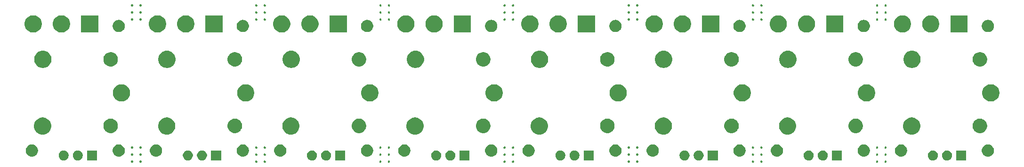
<source format=gbr>
G04 #@! TF.GenerationSoftware,KiCad,Pcbnew,5.1.5-52549c5~86~ubuntu19.10.1*
G04 #@! TF.CreationDate,2020-04-09T14:04:23+02:00*
G04 #@! TF.ProjectId,multi_CH,6d756c74-695f-4434-982e-6b696361645f,rev?*
G04 #@! TF.SameCoordinates,Original*
G04 #@! TF.FileFunction,Soldermask,Top*
G04 #@! TF.FilePolarity,Negative*
%FSLAX46Y46*%
G04 Gerber Fmt 4.6, Leading zero omitted, Abs format (unit mm)*
G04 Created by KiCad (PCBNEW 5.1.5-52549c5~86~ubuntu19.10.1) date 2020-04-09 14:04:23*
%MOMM*%
%LPD*%
G04 APERTURE LIST*
%ADD10C,0.100000*%
G04 APERTURE END LIST*
D10*
G36*
X176517586Y-105046543D02*
G01*
X176517587Y-105046543D01*
X176517590Y-105046544D01*
X176554169Y-105061696D01*
X176587090Y-105083693D01*
X176615087Y-105111690D01*
X176637084Y-105144611D01*
X176652236Y-105181190D01*
X176659960Y-105220023D01*
X176659960Y-105259617D01*
X176652236Y-105298450D01*
X176637084Y-105335029D01*
X176615087Y-105367950D01*
X176587090Y-105395947D01*
X176554169Y-105417944D01*
X176517590Y-105433096D01*
X176517587Y-105433097D01*
X176517586Y-105433097D01*
X176478758Y-105440820D01*
X176439162Y-105440820D01*
X176400334Y-105433097D01*
X176400333Y-105433097D01*
X176400330Y-105433096D01*
X176363751Y-105417944D01*
X176330830Y-105395947D01*
X176302833Y-105367950D01*
X176280836Y-105335029D01*
X176265684Y-105298450D01*
X176257960Y-105259617D01*
X176257960Y-105220023D01*
X176265684Y-105181190D01*
X176280836Y-105144611D01*
X176302833Y-105111690D01*
X176330830Y-105083693D01*
X176363751Y-105061696D01*
X176400330Y-105046544D01*
X176400333Y-105046543D01*
X176400334Y-105046543D01*
X176439162Y-105038820D01*
X176478758Y-105038820D01*
X176517586Y-105046543D01*
G37*
G36*
X174993586Y-105046543D02*
G01*
X174993587Y-105046543D01*
X174993590Y-105046544D01*
X175030169Y-105061696D01*
X175063090Y-105083693D01*
X175091087Y-105111690D01*
X175113084Y-105144611D01*
X175128236Y-105181190D01*
X175135960Y-105220023D01*
X175135960Y-105259617D01*
X175128236Y-105298450D01*
X175113084Y-105335029D01*
X175091087Y-105367950D01*
X175063090Y-105395947D01*
X175030169Y-105417944D01*
X174993590Y-105433096D01*
X174993587Y-105433097D01*
X174993586Y-105433097D01*
X174954758Y-105440820D01*
X174915162Y-105440820D01*
X174876334Y-105433097D01*
X174876333Y-105433097D01*
X174876330Y-105433096D01*
X174839751Y-105417944D01*
X174806830Y-105395947D01*
X174778833Y-105367950D01*
X174756836Y-105335029D01*
X174741684Y-105298450D01*
X174733960Y-105259617D01*
X174733960Y-105220023D01*
X174741684Y-105181190D01*
X174756836Y-105144611D01*
X174778833Y-105111690D01*
X174806830Y-105083693D01*
X174839751Y-105061696D01*
X174876330Y-105046544D01*
X174876333Y-105046543D01*
X174876334Y-105046543D01*
X174915162Y-105038820D01*
X174954758Y-105038820D01*
X174993586Y-105046543D01*
G37*
G36*
X64867586Y-105046543D02*
G01*
X64867587Y-105046543D01*
X64867590Y-105046544D01*
X64904169Y-105061696D01*
X64937090Y-105083693D01*
X64965087Y-105111690D01*
X64987084Y-105144611D01*
X65002236Y-105181190D01*
X65009960Y-105220023D01*
X65009960Y-105259617D01*
X65002236Y-105298450D01*
X64987084Y-105335029D01*
X64965087Y-105367950D01*
X64937090Y-105395947D01*
X64904169Y-105417944D01*
X64867590Y-105433096D01*
X64867587Y-105433097D01*
X64867586Y-105433097D01*
X64828758Y-105440820D01*
X64789162Y-105440820D01*
X64750334Y-105433097D01*
X64750333Y-105433097D01*
X64750330Y-105433096D01*
X64713751Y-105417944D01*
X64680830Y-105395947D01*
X64652833Y-105367950D01*
X64630836Y-105335029D01*
X64615684Y-105298450D01*
X64607960Y-105259617D01*
X64607960Y-105220023D01*
X64615684Y-105181190D01*
X64630836Y-105144611D01*
X64652833Y-105111690D01*
X64680830Y-105083693D01*
X64713751Y-105061696D01*
X64750330Y-105046544D01*
X64750333Y-105046543D01*
X64750334Y-105046543D01*
X64789162Y-105038820D01*
X64828758Y-105038820D01*
X64867586Y-105046543D01*
G37*
G36*
X63343586Y-105046543D02*
G01*
X63343587Y-105046543D01*
X63343590Y-105046544D01*
X63380169Y-105061696D01*
X63413090Y-105083693D01*
X63441087Y-105111690D01*
X63463084Y-105144611D01*
X63478236Y-105181190D01*
X63485960Y-105220023D01*
X63485960Y-105259617D01*
X63478236Y-105298450D01*
X63463084Y-105335029D01*
X63441087Y-105367950D01*
X63413090Y-105395947D01*
X63380169Y-105417944D01*
X63343590Y-105433096D01*
X63343587Y-105433097D01*
X63343586Y-105433097D01*
X63304758Y-105440820D01*
X63265162Y-105440820D01*
X63226334Y-105433097D01*
X63226333Y-105433097D01*
X63226330Y-105433096D01*
X63189751Y-105417944D01*
X63156830Y-105395947D01*
X63128833Y-105367950D01*
X63106836Y-105335029D01*
X63091684Y-105298450D01*
X63083960Y-105259617D01*
X63083960Y-105220023D01*
X63091684Y-105181190D01*
X63106836Y-105144611D01*
X63128833Y-105111690D01*
X63156830Y-105083693D01*
X63189751Y-105061696D01*
X63226330Y-105046544D01*
X63226333Y-105046543D01*
X63226334Y-105046543D01*
X63265162Y-105038820D01*
X63304758Y-105038820D01*
X63343586Y-105046543D01*
G37*
G36*
X87197586Y-105046543D02*
G01*
X87197587Y-105046543D01*
X87197590Y-105046544D01*
X87234169Y-105061696D01*
X87267090Y-105083693D01*
X87295087Y-105111690D01*
X87317084Y-105144611D01*
X87332236Y-105181190D01*
X87339960Y-105220023D01*
X87339960Y-105259617D01*
X87332236Y-105298450D01*
X87317084Y-105335029D01*
X87295087Y-105367950D01*
X87267090Y-105395947D01*
X87234169Y-105417944D01*
X87197590Y-105433096D01*
X87197587Y-105433097D01*
X87197586Y-105433097D01*
X87158758Y-105440820D01*
X87119162Y-105440820D01*
X87080334Y-105433097D01*
X87080333Y-105433097D01*
X87080330Y-105433096D01*
X87043751Y-105417944D01*
X87010830Y-105395947D01*
X86982833Y-105367950D01*
X86960836Y-105335029D01*
X86945684Y-105298450D01*
X86937960Y-105259617D01*
X86937960Y-105220023D01*
X86945684Y-105181190D01*
X86960836Y-105144611D01*
X86982833Y-105111690D01*
X87010830Y-105083693D01*
X87043751Y-105061696D01*
X87080330Y-105046544D01*
X87080333Y-105046543D01*
X87080334Y-105046543D01*
X87119162Y-105038820D01*
X87158758Y-105038820D01*
X87197586Y-105046543D01*
G37*
G36*
X85673586Y-105046543D02*
G01*
X85673587Y-105046543D01*
X85673590Y-105046544D01*
X85710169Y-105061696D01*
X85743090Y-105083693D01*
X85771087Y-105111690D01*
X85793084Y-105144611D01*
X85808236Y-105181190D01*
X85815960Y-105220023D01*
X85815960Y-105259617D01*
X85808236Y-105298450D01*
X85793084Y-105335029D01*
X85771087Y-105367950D01*
X85743090Y-105395947D01*
X85710169Y-105417944D01*
X85673590Y-105433096D01*
X85673587Y-105433097D01*
X85673586Y-105433097D01*
X85634758Y-105440820D01*
X85595162Y-105440820D01*
X85556334Y-105433097D01*
X85556333Y-105433097D01*
X85556330Y-105433096D01*
X85519751Y-105417944D01*
X85486830Y-105395947D01*
X85458833Y-105367950D01*
X85436836Y-105335029D01*
X85421684Y-105298450D01*
X85413960Y-105259617D01*
X85413960Y-105220023D01*
X85421684Y-105181190D01*
X85436836Y-105144611D01*
X85458833Y-105111690D01*
X85486830Y-105083693D01*
X85519751Y-105061696D01*
X85556330Y-105046544D01*
X85556333Y-105046543D01*
X85556334Y-105046543D01*
X85595162Y-105038820D01*
X85634758Y-105038820D01*
X85673586Y-105046543D01*
G37*
G36*
X109527586Y-105046543D02*
G01*
X109527587Y-105046543D01*
X109527590Y-105046544D01*
X109564169Y-105061696D01*
X109597090Y-105083693D01*
X109625087Y-105111690D01*
X109647084Y-105144611D01*
X109662236Y-105181190D01*
X109669960Y-105220023D01*
X109669960Y-105259617D01*
X109662236Y-105298450D01*
X109647084Y-105335029D01*
X109625087Y-105367950D01*
X109597090Y-105395947D01*
X109564169Y-105417944D01*
X109527590Y-105433096D01*
X109527587Y-105433097D01*
X109527586Y-105433097D01*
X109488758Y-105440820D01*
X109449162Y-105440820D01*
X109410334Y-105433097D01*
X109410333Y-105433097D01*
X109410330Y-105433096D01*
X109373751Y-105417944D01*
X109340830Y-105395947D01*
X109312833Y-105367950D01*
X109290836Y-105335029D01*
X109275684Y-105298450D01*
X109267960Y-105259617D01*
X109267960Y-105220023D01*
X109275684Y-105181190D01*
X109290836Y-105144611D01*
X109312833Y-105111690D01*
X109340830Y-105083693D01*
X109373751Y-105061696D01*
X109410330Y-105046544D01*
X109410333Y-105046543D01*
X109410334Y-105046543D01*
X109449162Y-105038820D01*
X109488758Y-105038820D01*
X109527586Y-105046543D01*
G37*
G36*
X108003586Y-105046543D02*
G01*
X108003587Y-105046543D01*
X108003590Y-105046544D01*
X108040169Y-105061696D01*
X108073090Y-105083693D01*
X108101087Y-105111690D01*
X108123084Y-105144611D01*
X108138236Y-105181190D01*
X108145960Y-105220023D01*
X108145960Y-105259617D01*
X108138236Y-105298450D01*
X108123084Y-105335029D01*
X108101087Y-105367950D01*
X108073090Y-105395947D01*
X108040169Y-105417944D01*
X108003590Y-105433096D01*
X108003587Y-105433097D01*
X108003586Y-105433097D01*
X107964758Y-105440820D01*
X107925162Y-105440820D01*
X107886334Y-105433097D01*
X107886333Y-105433097D01*
X107886330Y-105433096D01*
X107849751Y-105417944D01*
X107816830Y-105395947D01*
X107788833Y-105367950D01*
X107766836Y-105335029D01*
X107751684Y-105298450D01*
X107743960Y-105259617D01*
X107743960Y-105220023D01*
X107751684Y-105181190D01*
X107766836Y-105144611D01*
X107788833Y-105111690D01*
X107816830Y-105083693D01*
X107849751Y-105061696D01*
X107886330Y-105046544D01*
X107886333Y-105046543D01*
X107886334Y-105046543D01*
X107925162Y-105038820D01*
X107964758Y-105038820D01*
X108003586Y-105046543D01*
G37*
G36*
X130333586Y-105046543D02*
G01*
X130333587Y-105046543D01*
X130333590Y-105046544D01*
X130370169Y-105061696D01*
X130403090Y-105083693D01*
X130431087Y-105111690D01*
X130453084Y-105144611D01*
X130468236Y-105181190D01*
X130475960Y-105220023D01*
X130475960Y-105259617D01*
X130468236Y-105298450D01*
X130453084Y-105335029D01*
X130431087Y-105367950D01*
X130403090Y-105395947D01*
X130370169Y-105417944D01*
X130333590Y-105433096D01*
X130333587Y-105433097D01*
X130333586Y-105433097D01*
X130294758Y-105440820D01*
X130255162Y-105440820D01*
X130216334Y-105433097D01*
X130216333Y-105433097D01*
X130216330Y-105433096D01*
X130179751Y-105417944D01*
X130146830Y-105395947D01*
X130118833Y-105367950D01*
X130096836Y-105335029D01*
X130081684Y-105298450D01*
X130073960Y-105259617D01*
X130073960Y-105220023D01*
X130081684Y-105181190D01*
X130096836Y-105144611D01*
X130118833Y-105111690D01*
X130146830Y-105083693D01*
X130179751Y-105061696D01*
X130216330Y-105046544D01*
X130216333Y-105046543D01*
X130216334Y-105046543D01*
X130255162Y-105038820D01*
X130294758Y-105038820D01*
X130333586Y-105046543D01*
G37*
G36*
X154187586Y-105046543D02*
G01*
X154187587Y-105046543D01*
X154187590Y-105046544D01*
X154224169Y-105061696D01*
X154257090Y-105083693D01*
X154285087Y-105111690D01*
X154307084Y-105144611D01*
X154322236Y-105181190D01*
X154329960Y-105220023D01*
X154329960Y-105259617D01*
X154322236Y-105298450D01*
X154307084Y-105335029D01*
X154285087Y-105367950D01*
X154257090Y-105395947D01*
X154224169Y-105417944D01*
X154187590Y-105433096D01*
X154187587Y-105433097D01*
X154187586Y-105433097D01*
X154148758Y-105440820D01*
X154109162Y-105440820D01*
X154070334Y-105433097D01*
X154070333Y-105433097D01*
X154070330Y-105433096D01*
X154033751Y-105417944D01*
X154000830Y-105395947D01*
X153972833Y-105367950D01*
X153950836Y-105335029D01*
X153935684Y-105298450D01*
X153927960Y-105259617D01*
X153927960Y-105220023D01*
X153935684Y-105181190D01*
X153950836Y-105144611D01*
X153972833Y-105111690D01*
X154000830Y-105083693D01*
X154033751Y-105061696D01*
X154070330Y-105046544D01*
X154070333Y-105046543D01*
X154070334Y-105046543D01*
X154109162Y-105038820D01*
X154148758Y-105038820D01*
X154187586Y-105046543D01*
G37*
G36*
X152663586Y-105046543D02*
G01*
X152663587Y-105046543D01*
X152663590Y-105046544D01*
X152700169Y-105061696D01*
X152733090Y-105083693D01*
X152761087Y-105111690D01*
X152783084Y-105144611D01*
X152798236Y-105181190D01*
X152805960Y-105220023D01*
X152805960Y-105259617D01*
X152798236Y-105298450D01*
X152783084Y-105335029D01*
X152761087Y-105367950D01*
X152733090Y-105395947D01*
X152700169Y-105417944D01*
X152663590Y-105433096D01*
X152663587Y-105433097D01*
X152663586Y-105433097D01*
X152624758Y-105440820D01*
X152585162Y-105440820D01*
X152546334Y-105433097D01*
X152546333Y-105433097D01*
X152546330Y-105433096D01*
X152509751Y-105417944D01*
X152476830Y-105395947D01*
X152448833Y-105367950D01*
X152426836Y-105335029D01*
X152411684Y-105298450D01*
X152403960Y-105259617D01*
X152403960Y-105220023D01*
X152411684Y-105181190D01*
X152426836Y-105144611D01*
X152448833Y-105111690D01*
X152476830Y-105083693D01*
X152509751Y-105061696D01*
X152546330Y-105046544D01*
X152546333Y-105046543D01*
X152546334Y-105046543D01*
X152585162Y-105038820D01*
X152624758Y-105038820D01*
X152663586Y-105046543D01*
G37*
G36*
X42537586Y-105046543D02*
G01*
X42537587Y-105046543D01*
X42537590Y-105046544D01*
X42574169Y-105061696D01*
X42607090Y-105083693D01*
X42635087Y-105111690D01*
X42657084Y-105144611D01*
X42672236Y-105181190D01*
X42679960Y-105220023D01*
X42679960Y-105259617D01*
X42672236Y-105298450D01*
X42657084Y-105335029D01*
X42635087Y-105367950D01*
X42607090Y-105395947D01*
X42574169Y-105417944D01*
X42537590Y-105433096D01*
X42537587Y-105433097D01*
X42537586Y-105433097D01*
X42498758Y-105440820D01*
X42459162Y-105440820D01*
X42420334Y-105433097D01*
X42420333Y-105433097D01*
X42420330Y-105433096D01*
X42383751Y-105417944D01*
X42350830Y-105395947D01*
X42322833Y-105367950D01*
X42300836Y-105335029D01*
X42285684Y-105298450D01*
X42277960Y-105259617D01*
X42277960Y-105220023D01*
X42285684Y-105181190D01*
X42300836Y-105144611D01*
X42322833Y-105111690D01*
X42350830Y-105083693D01*
X42383751Y-105061696D01*
X42420330Y-105046544D01*
X42420333Y-105046543D01*
X42420334Y-105046543D01*
X42459162Y-105038820D01*
X42498758Y-105038820D01*
X42537586Y-105046543D01*
G37*
G36*
X41013586Y-105046543D02*
G01*
X41013587Y-105046543D01*
X41013590Y-105046544D01*
X41050169Y-105061696D01*
X41083090Y-105083693D01*
X41111087Y-105111690D01*
X41133084Y-105144611D01*
X41148236Y-105181190D01*
X41155960Y-105220023D01*
X41155960Y-105259617D01*
X41148236Y-105298450D01*
X41133084Y-105335029D01*
X41111087Y-105367950D01*
X41083090Y-105395947D01*
X41050169Y-105417944D01*
X41013590Y-105433096D01*
X41013587Y-105433097D01*
X41013586Y-105433097D01*
X40974758Y-105440820D01*
X40935162Y-105440820D01*
X40896334Y-105433097D01*
X40896333Y-105433097D01*
X40896330Y-105433096D01*
X40859751Y-105417944D01*
X40826830Y-105395947D01*
X40798833Y-105367950D01*
X40776836Y-105335029D01*
X40761684Y-105298450D01*
X40753960Y-105259617D01*
X40753960Y-105220023D01*
X40761684Y-105181190D01*
X40776836Y-105144611D01*
X40798833Y-105111690D01*
X40826830Y-105083693D01*
X40859751Y-105061696D01*
X40896330Y-105046544D01*
X40896333Y-105046543D01*
X40896334Y-105046543D01*
X40935162Y-105038820D01*
X40974758Y-105038820D01*
X41013586Y-105046543D01*
G37*
G36*
X131857586Y-105046543D02*
G01*
X131857587Y-105046543D01*
X131857590Y-105046544D01*
X131894169Y-105061696D01*
X131927090Y-105083693D01*
X131955087Y-105111690D01*
X131977084Y-105144611D01*
X131992236Y-105181190D01*
X131999960Y-105220023D01*
X131999960Y-105259617D01*
X131992236Y-105298450D01*
X131977084Y-105335029D01*
X131955087Y-105367950D01*
X131927090Y-105395947D01*
X131894169Y-105417944D01*
X131857590Y-105433096D01*
X131857587Y-105433097D01*
X131857586Y-105433097D01*
X131818758Y-105440820D01*
X131779162Y-105440820D01*
X131740334Y-105433097D01*
X131740333Y-105433097D01*
X131740330Y-105433096D01*
X131703751Y-105417944D01*
X131670830Y-105395947D01*
X131642833Y-105367950D01*
X131620836Y-105335029D01*
X131605684Y-105298450D01*
X131597960Y-105259617D01*
X131597960Y-105220023D01*
X131605684Y-105181190D01*
X131620836Y-105144611D01*
X131642833Y-105111690D01*
X131670830Y-105083693D01*
X131703751Y-105061696D01*
X131740330Y-105046544D01*
X131740333Y-105046543D01*
X131740334Y-105046543D01*
X131779162Y-105038820D01*
X131818758Y-105038820D01*
X131857586Y-105046543D01*
G37*
G36*
X168614740Y-105025760D02*
G01*
X166812740Y-105025760D01*
X166812740Y-103223760D01*
X168614740Y-103223760D01*
X168614740Y-105025760D01*
G37*
G36*
X120627252Y-103228687D02*
G01*
X120776552Y-103258384D01*
X120940524Y-103326304D01*
X121088094Y-103424907D01*
X121213593Y-103550406D01*
X121312196Y-103697976D01*
X121380116Y-103861948D01*
X121409813Y-104011248D01*
X121413235Y-104028450D01*
X121414740Y-104036019D01*
X121414740Y-104213501D01*
X121380116Y-104387572D01*
X121312196Y-104551544D01*
X121213593Y-104699114D01*
X121088094Y-104824613D01*
X120940524Y-104923216D01*
X120776552Y-104991136D01*
X120627252Y-105020833D01*
X120602482Y-105025760D01*
X120424998Y-105025760D01*
X120400228Y-105020833D01*
X120250928Y-104991136D01*
X120086956Y-104923216D01*
X119939386Y-104824613D01*
X119813887Y-104699114D01*
X119715284Y-104551544D01*
X119647364Y-104387572D01*
X119612740Y-104213501D01*
X119612740Y-104036019D01*
X119614246Y-104028450D01*
X119617667Y-104011248D01*
X119647364Y-103861948D01*
X119715284Y-103697976D01*
X119813887Y-103550406D01*
X119939386Y-103424907D01*
X120086956Y-103326304D01*
X120250928Y-103258384D01*
X120400228Y-103228687D01*
X120424998Y-103223760D01*
X120602482Y-103223760D01*
X120627252Y-103228687D01*
G37*
G36*
X118087252Y-103228687D02*
G01*
X118236552Y-103258384D01*
X118400524Y-103326304D01*
X118548094Y-103424907D01*
X118673593Y-103550406D01*
X118772196Y-103697976D01*
X118840116Y-103861948D01*
X118869813Y-104011248D01*
X118873235Y-104028450D01*
X118874740Y-104036019D01*
X118874740Y-104213501D01*
X118840116Y-104387572D01*
X118772196Y-104551544D01*
X118673593Y-104699114D01*
X118548094Y-104824613D01*
X118400524Y-104923216D01*
X118236552Y-104991136D01*
X118087252Y-105020833D01*
X118062482Y-105025760D01*
X117884998Y-105025760D01*
X117860228Y-105020833D01*
X117710928Y-104991136D01*
X117546956Y-104923216D01*
X117399386Y-104824613D01*
X117273887Y-104699114D01*
X117175284Y-104551544D01*
X117107364Y-104387572D01*
X117072740Y-104213501D01*
X117072740Y-104036019D01*
X117074246Y-104028450D01*
X117077667Y-104011248D01*
X117107364Y-103861948D01*
X117175284Y-103697976D01*
X117273887Y-103550406D01*
X117399386Y-103424907D01*
X117546956Y-103326304D01*
X117710928Y-103258384D01*
X117860228Y-103228687D01*
X117884998Y-103223760D01*
X118062482Y-103223760D01*
X118087252Y-103228687D01*
G37*
G36*
X146284740Y-105025760D02*
G01*
X144482740Y-105025760D01*
X144482740Y-103223760D01*
X146284740Y-103223760D01*
X146284740Y-105025760D01*
G37*
G36*
X142957252Y-103228687D02*
G01*
X143106552Y-103258384D01*
X143270524Y-103326304D01*
X143418094Y-103424907D01*
X143543593Y-103550406D01*
X143642196Y-103697976D01*
X143710116Y-103861948D01*
X143739813Y-104011248D01*
X143743235Y-104028450D01*
X143744740Y-104036019D01*
X143744740Y-104213501D01*
X143710116Y-104387572D01*
X143642196Y-104551544D01*
X143543593Y-104699114D01*
X143418094Y-104824613D01*
X143270524Y-104923216D01*
X143106552Y-104991136D01*
X142957252Y-105020833D01*
X142932482Y-105025760D01*
X142754998Y-105025760D01*
X142730228Y-105020833D01*
X142580928Y-104991136D01*
X142416956Y-104923216D01*
X142269386Y-104824613D01*
X142143887Y-104699114D01*
X142045284Y-104551544D01*
X141977364Y-104387572D01*
X141942740Y-104213501D01*
X141942740Y-104036019D01*
X141944246Y-104028450D01*
X141947667Y-104011248D01*
X141977364Y-103861948D01*
X142045284Y-103697976D01*
X142143887Y-103550406D01*
X142269386Y-103424907D01*
X142416956Y-103326304D01*
X142580928Y-103258384D01*
X142730228Y-103228687D01*
X142754998Y-103223760D01*
X142932482Y-103223760D01*
X142957252Y-103228687D01*
G37*
G36*
X140417252Y-103228687D02*
G01*
X140566552Y-103258384D01*
X140730524Y-103326304D01*
X140878094Y-103424907D01*
X141003593Y-103550406D01*
X141102196Y-103697976D01*
X141170116Y-103861948D01*
X141199813Y-104011248D01*
X141203235Y-104028450D01*
X141204740Y-104036019D01*
X141204740Y-104213501D01*
X141170116Y-104387572D01*
X141102196Y-104551544D01*
X141003593Y-104699114D01*
X140878094Y-104824613D01*
X140730524Y-104923216D01*
X140566552Y-104991136D01*
X140417252Y-105020833D01*
X140392482Y-105025760D01*
X140214998Y-105025760D01*
X140190228Y-105020833D01*
X140040928Y-104991136D01*
X139876956Y-104923216D01*
X139729386Y-104824613D01*
X139603887Y-104699114D01*
X139505284Y-104551544D01*
X139437364Y-104387572D01*
X139402740Y-104213501D01*
X139402740Y-104036019D01*
X139404246Y-104028450D01*
X139407667Y-104011248D01*
X139437364Y-103861948D01*
X139505284Y-103697976D01*
X139603887Y-103550406D01*
X139729386Y-103424907D01*
X139876956Y-103326304D01*
X140040928Y-103258384D01*
X140190228Y-103228687D01*
X140214998Y-103223760D01*
X140392482Y-103223760D01*
X140417252Y-103228687D01*
G37*
G36*
X165287252Y-103228687D02*
G01*
X165436552Y-103258384D01*
X165600524Y-103326304D01*
X165748094Y-103424907D01*
X165873593Y-103550406D01*
X165972196Y-103697976D01*
X166040116Y-103861948D01*
X166069813Y-104011248D01*
X166073235Y-104028450D01*
X166074740Y-104036019D01*
X166074740Y-104213501D01*
X166040116Y-104387572D01*
X165972196Y-104551544D01*
X165873593Y-104699114D01*
X165748094Y-104824613D01*
X165600524Y-104923216D01*
X165436552Y-104991136D01*
X165287252Y-105020833D01*
X165262482Y-105025760D01*
X165084998Y-105025760D01*
X165060228Y-105020833D01*
X164910928Y-104991136D01*
X164746956Y-104923216D01*
X164599386Y-104824613D01*
X164473887Y-104699114D01*
X164375284Y-104551544D01*
X164307364Y-104387572D01*
X164272740Y-104213501D01*
X164272740Y-104036019D01*
X164274246Y-104028450D01*
X164277667Y-104011248D01*
X164307364Y-103861948D01*
X164375284Y-103697976D01*
X164473887Y-103550406D01*
X164599386Y-103424907D01*
X164746956Y-103326304D01*
X164910928Y-103258384D01*
X165060228Y-103228687D01*
X165084998Y-103223760D01*
X165262482Y-103223760D01*
X165287252Y-103228687D01*
G37*
G36*
X162747252Y-103228687D02*
G01*
X162896552Y-103258384D01*
X163060524Y-103326304D01*
X163208094Y-103424907D01*
X163333593Y-103550406D01*
X163432196Y-103697976D01*
X163500116Y-103861948D01*
X163529813Y-104011248D01*
X163533235Y-104028450D01*
X163534740Y-104036019D01*
X163534740Y-104213501D01*
X163500116Y-104387572D01*
X163432196Y-104551544D01*
X163333593Y-104699114D01*
X163208094Y-104824613D01*
X163060524Y-104923216D01*
X162896552Y-104991136D01*
X162747252Y-105020833D01*
X162722482Y-105025760D01*
X162544998Y-105025760D01*
X162520228Y-105020833D01*
X162370928Y-104991136D01*
X162206956Y-104923216D01*
X162059386Y-104824613D01*
X161933887Y-104699114D01*
X161835284Y-104551544D01*
X161767364Y-104387572D01*
X161732740Y-104213501D01*
X161732740Y-104036019D01*
X161734246Y-104028450D01*
X161737667Y-104011248D01*
X161767364Y-103861948D01*
X161835284Y-103697976D01*
X161933887Y-103550406D01*
X162059386Y-103424907D01*
X162206956Y-103326304D01*
X162370928Y-103258384D01*
X162520228Y-103228687D01*
X162544998Y-103223760D01*
X162722482Y-103223760D01*
X162747252Y-103228687D01*
G37*
G36*
X190944740Y-105025760D02*
G01*
X189142740Y-105025760D01*
X189142740Y-103223760D01*
X190944740Y-103223760D01*
X190944740Y-105025760D01*
G37*
G36*
X187617252Y-103228687D02*
G01*
X187766552Y-103258384D01*
X187930524Y-103326304D01*
X188078094Y-103424907D01*
X188203593Y-103550406D01*
X188302196Y-103697976D01*
X188370116Y-103861948D01*
X188399813Y-104011248D01*
X188403235Y-104028450D01*
X188404740Y-104036019D01*
X188404740Y-104213501D01*
X188370116Y-104387572D01*
X188302196Y-104551544D01*
X188203593Y-104699114D01*
X188078094Y-104824613D01*
X187930524Y-104923216D01*
X187766552Y-104991136D01*
X187617252Y-105020833D01*
X187592482Y-105025760D01*
X187414998Y-105025760D01*
X187390228Y-105020833D01*
X187240928Y-104991136D01*
X187076956Y-104923216D01*
X186929386Y-104824613D01*
X186803887Y-104699114D01*
X186705284Y-104551544D01*
X186637364Y-104387572D01*
X186602740Y-104213501D01*
X186602740Y-104036019D01*
X186604246Y-104028450D01*
X186607667Y-104011248D01*
X186637364Y-103861948D01*
X186705284Y-103697976D01*
X186803887Y-103550406D01*
X186929386Y-103424907D01*
X187076956Y-103326304D01*
X187240928Y-103258384D01*
X187390228Y-103228687D01*
X187414998Y-103223760D01*
X187592482Y-103223760D01*
X187617252Y-103228687D01*
G37*
G36*
X185077252Y-103228687D02*
G01*
X185226552Y-103258384D01*
X185390524Y-103326304D01*
X185538094Y-103424907D01*
X185663593Y-103550406D01*
X185762196Y-103697976D01*
X185830116Y-103861948D01*
X185859813Y-104011248D01*
X185863235Y-104028450D01*
X185864740Y-104036019D01*
X185864740Y-104213501D01*
X185830116Y-104387572D01*
X185762196Y-104551544D01*
X185663593Y-104699114D01*
X185538094Y-104824613D01*
X185390524Y-104923216D01*
X185226552Y-104991136D01*
X185077252Y-105020833D01*
X185052482Y-105025760D01*
X184874998Y-105025760D01*
X184850228Y-105020833D01*
X184700928Y-104991136D01*
X184536956Y-104923216D01*
X184389386Y-104824613D01*
X184263887Y-104699114D01*
X184165284Y-104551544D01*
X184097364Y-104387572D01*
X184062740Y-104213501D01*
X184062740Y-104036019D01*
X184064246Y-104028450D01*
X184067667Y-104011248D01*
X184097364Y-103861948D01*
X184165284Y-103697976D01*
X184263887Y-103550406D01*
X184389386Y-103424907D01*
X184536956Y-103326304D01*
X184700928Y-103258384D01*
X184850228Y-103228687D01*
X184874998Y-103223760D01*
X185052482Y-103223760D01*
X185077252Y-103228687D01*
G37*
G36*
X53637252Y-103228687D02*
G01*
X53786552Y-103258384D01*
X53950524Y-103326304D01*
X54098094Y-103424907D01*
X54223593Y-103550406D01*
X54322196Y-103697976D01*
X54390116Y-103861948D01*
X54419813Y-104011248D01*
X54423235Y-104028450D01*
X54424740Y-104036019D01*
X54424740Y-104213501D01*
X54390116Y-104387572D01*
X54322196Y-104551544D01*
X54223593Y-104699114D01*
X54098094Y-104824613D01*
X53950524Y-104923216D01*
X53786552Y-104991136D01*
X53637252Y-105020833D01*
X53612482Y-105025760D01*
X53434998Y-105025760D01*
X53410228Y-105020833D01*
X53260928Y-104991136D01*
X53096956Y-104923216D01*
X52949386Y-104824613D01*
X52823887Y-104699114D01*
X52725284Y-104551544D01*
X52657364Y-104387572D01*
X52622740Y-104213501D01*
X52622740Y-104036019D01*
X52624246Y-104028450D01*
X52627667Y-104011248D01*
X52657364Y-103861948D01*
X52725284Y-103697976D01*
X52823887Y-103550406D01*
X52949386Y-103424907D01*
X53096956Y-103326304D01*
X53260928Y-103258384D01*
X53410228Y-103228687D01*
X53434998Y-103223760D01*
X53612482Y-103223760D01*
X53637252Y-103228687D01*
G37*
G36*
X34634740Y-105025760D02*
G01*
X32832740Y-105025760D01*
X32832740Y-103223760D01*
X34634740Y-103223760D01*
X34634740Y-105025760D01*
G37*
G36*
X123954740Y-105025760D02*
G01*
X122152740Y-105025760D01*
X122152740Y-103223760D01*
X123954740Y-103223760D01*
X123954740Y-105025760D01*
G37*
G36*
X28767252Y-103228687D02*
G01*
X28916552Y-103258384D01*
X29080524Y-103326304D01*
X29228094Y-103424907D01*
X29353593Y-103550406D01*
X29452196Y-103697976D01*
X29520116Y-103861948D01*
X29549813Y-104011248D01*
X29553235Y-104028450D01*
X29554740Y-104036019D01*
X29554740Y-104213501D01*
X29520116Y-104387572D01*
X29452196Y-104551544D01*
X29353593Y-104699114D01*
X29228094Y-104824613D01*
X29080524Y-104923216D01*
X28916552Y-104991136D01*
X28767252Y-105020833D01*
X28742482Y-105025760D01*
X28564998Y-105025760D01*
X28540228Y-105020833D01*
X28390928Y-104991136D01*
X28226956Y-104923216D01*
X28079386Y-104824613D01*
X27953887Y-104699114D01*
X27855284Y-104551544D01*
X27787364Y-104387572D01*
X27752740Y-104213501D01*
X27752740Y-104036019D01*
X27754246Y-104028450D01*
X27757667Y-104011248D01*
X27787364Y-103861948D01*
X27855284Y-103697976D01*
X27953887Y-103550406D01*
X28079386Y-103424907D01*
X28226956Y-103326304D01*
X28390928Y-103258384D01*
X28540228Y-103228687D01*
X28564998Y-103223760D01*
X28742482Y-103223760D01*
X28767252Y-103228687D01*
G37*
G36*
X95757252Y-103228687D02*
G01*
X95906552Y-103258384D01*
X96070524Y-103326304D01*
X96218094Y-103424907D01*
X96343593Y-103550406D01*
X96442196Y-103697976D01*
X96510116Y-103861948D01*
X96539813Y-104011248D01*
X96543235Y-104028450D01*
X96544740Y-104036019D01*
X96544740Y-104213501D01*
X96510116Y-104387572D01*
X96442196Y-104551544D01*
X96343593Y-104699114D01*
X96218094Y-104824613D01*
X96070524Y-104923216D01*
X95906552Y-104991136D01*
X95757252Y-105020833D01*
X95732482Y-105025760D01*
X95554998Y-105025760D01*
X95530228Y-105020833D01*
X95380928Y-104991136D01*
X95216956Y-104923216D01*
X95069386Y-104824613D01*
X94943887Y-104699114D01*
X94845284Y-104551544D01*
X94777364Y-104387572D01*
X94742740Y-104213501D01*
X94742740Y-104036019D01*
X94744246Y-104028450D01*
X94747667Y-104011248D01*
X94777364Y-103861948D01*
X94845284Y-103697976D01*
X94943887Y-103550406D01*
X95069386Y-103424907D01*
X95216956Y-103326304D01*
X95380928Y-103258384D01*
X95530228Y-103228687D01*
X95554998Y-103223760D01*
X95732482Y-103223760D01*
X95757252Y-103228687D01*
G37*
G36*
X98297252Y-103228687D02*
G01*
X98446552Y-103258384D01*
X98610524Y-103326304D01*
X98758094Y-103424907D01*
X98883593Y-103550406D01*
X98982196Y-103697976D01*
X99050116Y-103861948D01*
X99079813Y-104011248D01*
X99083235Y-104028450D01*
X99084740Y-104036019D01*
X99084740Y-104213501D01*
X99050116Y-104387572D01*
X98982196Y-104551544D01*
X98883593Y-104699114D01*
X98758094Y-104824613D01*
X98610524Y-104923216D01*
X98446552Y-104991136D01*
X98297252Y-105020833D01*
X98272482Y-105025760D01*
X98094998Y-105025760D01*
X98070228Y-105020833D01*
X97920928Y-104991136D01*
X97756956Y-104923216D01*
X97609386Y-104824613D01*
X97483887Y-104699114D01*
X97385284Y-104551544D01*
X97317364Y-104387572D01*
X97282740Y-104213501D01*
X97282740Y-104036019D01*
X97284246Y-104028450D01*
X97287667Y-104011248D01*
X97317364Y-103861948D01*
X97385284Y-103697976D01*
X97483887Y-103550406D01*
X97609386Y-103424907D01*
X97756956Y-103326304D01*
X97920928Y-103258384D01*
X98070228Y-103228687D01*
X98094998Y-103223760D01*
X98272482Y-103223760D01*
X98297252Y-103228687D01*
G37*
G36*
X101624740Y-105025760D02*
G01*
X99822740Y-105025760D01*
X99822740Y-103223760D01*
X101624740Y-103223760D01*
X101624740Y-105025760D01*
G37*
G36*
X73427252Y-103228687D02*
G01*
X73576552Y-103258384D01*
X73740524Y-103326304D01*
X73888094Y-103424907D01*
X74013593Y-103550406D01*
X74112196Y-103697976D01*
X74180116Y-103861948D01*
X74209813Y-104011248D01*
X74213235Y-104028450D01*
X74214740Y-104036019D01*
X74214740Y-104213501D01*
X74180116Y-104387572D01*
X74112196Y-104551544D01*
X74013593Y-104699114D01*
X73888094Y-104824613D01*
X73740524Y-104923216D01*
X73576552Y-104991136D01*
X73427252Y-105020833D01*
X73402482Y-105025760D01*
X73224998Y-105025760D01*
X73200228Y-105020833D01*
X73050928Y-104991136D01*
X72886956Y-104923216D01*
X72739386Y-104824613D01*
X72613887Y-104699114D01*
X72515284Y-104551544D01*
X72447364Y-104387572D01*
X72412740Y-104213501D01*
X72412740Y-104036019D01*
X72414246Y-104028450D01*
X72417667Y-104011248D01*
X72447364Y-103861948D01*
X72515284Y-103697976D01*
X72613887Y-103550406D01*
X72739386Y-103424907D01*
X72886956Y-103326304D01*
X73050928Y-103258384D01*
X73200228Y-103228687D01*
X73224998Y-103223760D01*
X73402482Y-103223760D01*
X73427252Y-103228687D01*
G37*
G36*
X75967252Y-103228687D02*
G01*
X76116552Y-103258384D01*
X76280524Y-103326304D01*
X76428094Y-103424907D01*
X76553593Y-103550406D01*
X76652196Y-103697976D01*
X76720116Y-103861948D01*
X76749813Y-104011248D01*
X76753235Y-104028450D01*
X76754740Y-104036019D01*
X76754740Y-104213501D01*
X76720116Y-104387572D01*
X76652196Y-104551544D01*
X76553593Y-104699114D01*
X76428094Y-104824613D01*
X76280524Y-104923216D01*
X76116552Y-104991136D01*
X75967252Y-105020833D01*
X75942482Y-105025760D01*
X75764998Y-105025760D01*
X75740228Y-105020833D01*
X75590928Y-104991136D01*
X75426956Y-104923216D01*
X75279386Y-104824613D01*
X75153887Y-104699114D01*
X75055284Y-104551544D01*
X74987364Y-104387572D01*
X74952740Y-104213501D01*
X74952740Y-104036019D01*
X74954246Y-104028450D01*
X74957667Y-104011248D01*
X74987364Y-103861948D01*
X75055284Y-103697976D01*
X75153887Y-103550406D01*
X75279386Y-103424907D01*
X75426956Y-103326304D01*
X75590928Y-103258384D01*
X75740228Y-103228687D01*
X75764998Y-103223760D01*
X75942482Y-103223760D01*
X75967252Y-103228687D01*
G37*
G36*
X79294740Y-105025760D02*
G01*
X77492740Y-105025760D01*
X77492740Y-103223760D01*
X79294740Y-103223760D01*
X79294740Y-105025760D01*
G37*
G36*
X51097252Y-103228687D02*
G01*
X51246552Y-103258384D01*
X51410524Y-103326304D01*
X51558094Y-103424907D01*
X51683593Y-103550406D01*
X51782196Y-103697976D01*
X51850116Y-103861948D01*
X51879813Y-104011248D01*
X51883235Y-104028450D01*
X51884740Y-104036019D01*
X51884740Y-104213501D01*
X51850116Y-104387572D01*
X51782196Y-104551544D01*
X51683593Y-104699114D01*
X51558094Y-104824613D01*
X51410524Y-104923216D01*
X51246552Y-104991136D01*
X51097252Y-105020833D01*
X51072482Y-105025760D01*
X50894998Y-105025760D01*
X50870228Y-105020833D01*
X50720928Y-104991136D01*
X50556956Y-104923216D01*
X50409386Y-104824613D01*
X50283887Y-104699114D01*
X50185284Y-104551544D01*
X50117364Y-104387572D01*
X50082740Y-104213501D01*
X50082740Y-104036019D01*
X50084246Y-104028450D01*
X50087667Y-104011248D01*
X50117364Y-103861948D01*
X50185284Y-103697976D01*
X50283887Y-103550406D01*
X50409386Y-103424907D01*
X50556956Y-103326304D01*
X50720928Y-103258384D01*
X50870228Y-103228687D01*
X50894998Y-103223760D01*
X51072482Y-103223760D01*
X51097252Y-103228687D01*
G37*
G36*
X56964740Y-105025760D02*
G01*
X55162740Y-105025760D01*
X55162740Y-103223760D01*
X56964740Y-103223760D01*
X56964740Y-105025760D01*
G37*
G36*
X31307252Y-103228687D02*
G01*
X31456552Y-103258384D01*
X31620524Y-103326304D01*
X31768094Y-103424907D01*
X31893593Y-103550406D01*
X31992196Y-103697976D01*
X32060116Y-103861948D01*
X32089813Y-104011248D01*
X32093235Y-104028450D01*
X32094740Y-104036019D01*
X32094740Y-104213501D01*
X32060116Y-104387572D01*
X31992196Y-104551544D01*
X31893593Y-104699114D01*
X31768094Y-104824613D01*
X31620524Y-104923216D01*
X31456552Y-104991136D01*
X31307252Y-105020833D01*
X31282482Y-105025760D01*
X31104998Y-105025760D01*
X31080228Y-105020833D01*
X30930928Y-104991136D01*
X30766956Y-104923216D01*
X30619386Y-104824613D01*
X30493887Y-104699114D01*
X30395284Y-104551544D01*
X30327364Y-104387572D01*
X30292740Y-104213501D01*
X30292740Y-104036019D01*
X30294246Y-104028450D01*
X30297667Y-104011248D01*
X30327364Y-103861948D01*
X30395284Y-103697976D01*
X30493887Y-103550406D01*
X30619386Y-103424907D01*
X30766956Y-103326304D01*
X30930928Y-103258384D01*
X31080228Y-103228687D01*
X31104998Y-103223760D01*
X31282482Y-103223760D01*
X31307252Y-103228687D01*
G37*
G36*
X172754535Y-102155916D02*
G01*
X172860890Y-102177071D01*
X173061260Y-102260067D01*
X173241584Y-102380555D01*
X173394945Y-102533916D01*
X173515433Y-102714240D01*
X173533745Y-102758450D01*
X173598429Y-102914610D01*
X173640740Y-103127321D01*
X173640740Y-103344199D01*
X173599723Y-103550407D01*
X173598429Y-103556909D01*
X173515433Y-103757280D01*
X173394945Y-103937604D01*
X173241584Y-104090965D01*
X173061260Y-104211453D01*
X172961074Y-104252951D01*
X172860890Y-104294449D01*
X172754535Y-104315604D01*
X172648180Y-104336760D01*
X172431300Y-104336760D01*
X172324946Y-104315605D01*
X172218590Y-104294449D01*
X172118406Y-104252951D01*
X172018220Y-104211453D01*
X171837896Y-104090965D01*
X171684535Y-103937604D01*
X171564047Y-103757280D01*
X171481051Y-103556909D01*
X171479758Y-103550407D01*
X171438740Y-103344199D01*
X171438740Y-103127321D01*
X171481051Y-102914610D01*
X171545735Y-102758450D01*
X171564047Y-102714240D01*
X171684535Y-102533916D01*
X171837896Y-102380555D01*
X172018220Y-102260067D01*
X172218590Y-102177071D01*
X172324945Y-102155916D01*
X172431300Y-102134760D01*
X172648180Y-102134760D01*
X172754535Y-102155916D01*
G37*
G36*
X38774535Y-102155916D02*
G01*
X38880890Y-102177071D01*
X39081260Y-102260067D01*
X39261584Y-102380555D01*
X39414945Y-102533916D01*
X39535433Y-102714240D01*
X39553745Y-102758450D01*
X39618429Y-102914610D01*
X39660740Y-103127321D01*
X39660740Y-103344199D01*
X39619723Y-103550407D01*
X39618429Y-103556909D01*
X39535433Y-103757280D01*
X39414945Y-103937604D01*
X39261584Y-104090965D01*
X39081260Y-104211453D01*
X38981074Y-104252951D01*
X38880890Y-104294449D01*
X38774535Y-104315604D01*
X38668180Y-104336760D01*
X38451300Y-104336760D01*
X38344946Y-104315605D01*
X38238590Y-104294449D01*
X38138406Y-104252951D01*
X38038220Y-104211453D01*
X37857896Y-104090965D01*
X37704535Y-103937604D01*
X37584047Y-103757280D01*
X37501051Y-103556909D01*
X37499758Y-103550407D01*
X37458740Y-103344199D01*
X37458740Y-103127321D01*
X37501051Y-102914610D01*
X37565735Y-102758450D01*
X37584047Y-102714240D01*
X37704535Y-102533916D01*
X37857896Y-102380555D01*
X38038220Y-102260067D01*
X38238590Y-102177071D01*
X38344945Y-102155916D01*
X38451300Y-102134760D01*
X38668180Y-102134760D01*
X38774535Y-102155916D01*
G37*
G36*
X195084535Y-102155916D02*
G01*
X195190890Y-102177071D01*
X195391260Y-102260067D01*
X195571584Y-102380555D01*
X195724945Y-102533916D01*
X195845433Y-102714240D01*
X195863745Y-102758450D01*
X195928429Y-102914610D01*
X195970740Y-103127321D01*
X195970740Y-103344199D01*
X195929723Y-103550407D01*
X195928429Y-103556909D01*
X195845433Y-103757280D01*
X195724945Y-103937604D01*
X195571584Y-104090965D01*
X195391260Y-104211453D01*
X195291074Y-104252951D01*
X195190890Y-104294449D01*
X195084535Y-104315604D01*
X194978180Y-104336760D01*
X194761300Y-104336760D01*
X194654946Y-104315605D01*
X194548590Y-104294449D01*
X194448406Y-104252951D01*
X194348220Y-104211453D01*
X194167896Y-104090965D01*
X194014535Y-103937604D01*
X193894047Y-103757280D01*
X193811051Y-103556909D01*
X193809758Y-103550407D01*
X193768740Y-103344199D01*
X193768740Y-103127321D01*
X193811051Y-102914610D01*
X193875735Y-102758450D01*
X193894047Y-102714240D01*
X194014535Y-102533916D01*
X194167896Y-102380555D01*
X194348220Y-102260067D01*
X194548590Y-102177071D01*
X194654945Y-102155916D01*
X194761300Y-102134760D01*
X194978180Y-102134760D01*
X195084535Y-102155916D01*
G37*
G36*
X150424535Y-102155916D02*
G01*
X150530890Y-102177071D01*
X150731260Y-102260067D01*
X150911584Y-102380555D01*
X151064945Y-102533916D01*
X151185433Y-102714240D01*
X151203745Y-102758450D01*
X151268429Y-102914610D01*
X151310740Y-103127321D01*
X151310740Y-103344199D01*
X151269723Y-103550407D01*
X151268429Y-103556909D01*
X151185433Y-103757280D01*
X151064945Y-103937604D01*
X150911584Y-104090965D01*
X150731260Y-104211453D01*
X150631074Y-104252951D01*
X150530890Y-104294449D01*
X150424535Y-104315604D01*
X150318180Y-104336760D01*
X150101300Y-104336760D01*
X149994946Y-104315605D01*
X149888590Y-104294449D01*
X149788406Y-104252951D01*
X149688220Y-104211453D01*
X149507896Y-104090965D01*
X149354535Y-103937604D01*
X149234047Y-103757280D01*
X149151051Y-103556909D01*
X149149758Y-103550407D01*
X149108740Y-103344199D01*
X149108740Y-103127321D01*
X149151051Y-102914610D01*
X149215735Y-102758450D01*
X149234047Y-102714240D01*
X149354535Y-102533916D01*
X149507896Y-102380555D01*
X149688220Y-102260067D01*
X149888590Y-102177071D01*
X149994945Y-102155916D01*
X150101300Y-102134760D01*
X150318180Y-102134760D01*
X150424535Y-102155916D01*
G37*
G36*
X128094535Y-102155916D02*
G01*
X128200890Y-102177071D01*
X128401260Y-102260067D01*
X128581584Y-102380555D01*
X128734945Y-102533916D01*
X128855433Y-102714240D01*
X128873745Y-102758450D01*
X128938429Y-102914610D01*
X128980740Y-103127321D01*
X128980740Y-103344199D01*
X128939723Y-103550407D01*
X128938429Y-103556909D01*
X128855433Y-103757280D01*
X128734945Y-103937604D01*
X128581584Y-104090965D01*
X128401260Y-104211453D01*
X128301074Y-104252951D01*
X128200890Y-104294449D01*
X128094535Y-104315604D01*
X127988180Y-104336760D01*
X127771300Y-104336760D01*
X127664946Y-104315605D01*
X127558590Y-104294449D01*
X127458406Y-104252951D01*
X127358220Y-104211453D01*
X127177896Y-104090965D01*
X127024535Y-103937604D01*
X126904047Y-103757280D01*
X126821051Y-103556909D01*
X126819758Y-103550407D01*
X126778740Y-103344199D01*
X126778740Y-103127321D01*
X126821051Y-102914610D01*
X126885735Y-102758450D01*
X126904047Y-102714240D01*
X127024535Y-102533916D01*
X127177896Y-102380555D01*
X127358220Y-102260067D01*
X127558590Y-102177071D01*
X127664945Y-102155916D01*
X127771300Y-102134760D01*
X127988180Y-102134760D01*
X128094535Y-102155916D01*
G37*
G36*
X105764535Y-102155916D02*
G01*
X105870890Y-102177071D01*
X106071260Y-102260067D01*
X106251584Y-102380555D01*
X106404945Y-102533916D01*
X106525433Y-102714240D01*
X106543745Y-102758450D01*
X106608429Y-102914610D01*
X106650740Y-103127321D01*
X106650740Y-103344199D01*
X106609723Y-103550407D01*
X106608429Y-103556909D01*
X106525433Y-103757280D01*
X106404945Y-103937604D01*
X106251584Y-104090965D01*
X106071260Y-104211453D01*
X105971074Y-104252951D01*
X105870890Y-104294449D01*
X105764535Y-104315604D01*
X105658180Y-104336760D01*
X105441300Y-104336760D01*
X105334946Y-104315605D01*
X105228590Y-104294449D01*
X105128406Y-104252951D01*
X105028220Y-104211453D01*
X104847896Y-104090965D01*
X104694535Y-103937604D01*
X104574047Y-103757280D01*
X104491051Y-103556909D01*
X104489758Y-103550407D01*
X104448740Y-103344199D01*
X104448740Y-103127321D01*
X104491051Y-102914610D01*
X104555735Y-102758450D01*
X104574047Y-102714240D01*
X104694535Y-102533916D01*
X104847896Y-102380555D01*
X105028220Y-102260067D01*
X105228590Y-102177071D01*
X105334945Y-102155916D01*
X105441300Y-102134760D01*
X105658180Y-102134760D01*
X105764535Y-102155916D01*
G37*
G36*
X83434535Y-102155916D02*
G01*
X83540890Y-102177071D01*
X83741260Y-102260067D01*
X83921584Y-102380555D01*
X84074945Y-102533916D01*
X84195433Y-102714240D01*
X84213745Y-102758450D01*
X84278429Y-102914610D01*
X84320740Y-103127321D01*
X84320740Y-103344199D01*
X84279723Y-103550407D01*
X84278429Y-103556909D01*
X84195433Y-103757280D01*
X84074945Y-103937604D01*
X83921584Y-104090965D01*
X83741260Y-104211453D01*
X83641074Y-104252951D01*
X83540890Y-104294449D01*
X83434535Y-104315604D01*
X83328180Y-104336760D01*
X83111300Y-104336760D01*
X83004946Y-104315605D01*
X82898590Y-104294449D01*
X82798406Y-104252951D01*
X82698220Y-104211453D01*
X82517896Y-104090965D01*
X82364535Y-103937604D01*
X82244047Y-103757280D01*
X82161051Y-103556909D01*
X82159758Y-103550407D01*
X82118740Y-103344199D01*
X82118740Y-103127321D01*
X82161051Y-102914610D01*
X82225735Y-102758450D01*
X82244047Y-102714240D01*
X82364535Y-102533916D01*
X82517896Y-102380555D01*
X82698220Y-102260067D01*
X82898590Y-102177071D01*
X83004945Y-102155916D01*
X83111300Y-102134760D01*
X83328180Y-102134760D01*
X83434535Y-102155916D01*
G37*
G36*
X61104535Y-102155916D02*
G01*
X61210890Y-102177071D01*
X61411260Y-102260067D01*
X61591584Y-102380555D01*
X61744945Y-102533916D01*
X61865433Y-102714240D01*
X61883745Y-102758450D01*
X61948429Y-102914610D01*
X61990740Y-103127321D01*
X61990740Y-103344199D01*
X61949723Y-103550407D01*
X61948429Y-103556909D01*
X61865433Y-103757280D01*
X61744945Y-103937604D01*
X61591584Y-104090965D01*
X61411260Y-104211453D01*
X61311074Y-104252951D01*
X61210890Y-104294449D01*
X61104535Y-104315604D01*
X60998180Y-104336760D01*
X60781300Y-104336760D01*
X60674946Y-104315605D01*
X60568590Y-104294449D01*
X60468406Y-104252951D01*
X60368220Y-104211453D01*
X60187896Y-104090965D01*
X60034535Y-103937604D01*
X59914047Y-103757280D01*
X59831051Y-103556909D01*
X59829758Y-103550407D01*
X59788740Y-103344199D01*
X59788740Y-103127321D01*
X59831051Y-102914610D01*
X59895735Y-102758450D01*
X59914047Y-102714240D01*
X60034535Y-102533916D01*
X60187896Y-102380555D01*
X60368220Y-102260067D01*
X60568590Y-102177071D01*
X60674945Y-102155916D01*
X60781300Y-102134760D01*
X60998180Y-102134760D01*
X61104535Y-102155916D01*
G37*
G36*
X134803535Y-102155916D02*
G01*
X134909890Y-102177071D01*
X135110260Y-102260067D01*
X135290584Y-102380555D01*
X135443945Y-102533916D01*
X135564433Y-102714240D01*
X135582745Y-102758450D01*
X135647429Y-102914610D01*
X135689740Y-103127321D01*
X135689740Y-103344199D01*
X135648723Y-103550407D01*
X135647429Y-103556909D01*
X135564433Y-103757280D01*
X135443945Y-103937604D01*
X135290584Y-104090965D01*
X135110260Y-104211453D01*
X135010074Y-104252951D01*
X134909890Y-104294449D01*
X134803535Y-104315604D01*
X134697180Y-104336760D01*
X134480300Y-104336760D01*
X134373946Y-104315605D01*
X134267590Y-104294449D01*
X134167406Y-104252951D01*
X134067220Y-104211453D01*
X133886896Y-104090965D01*
X133733535Y-103937604D01*
X133613047Y-103757280D01*
X133530051Y-103556909D01*
X133528758Y-103550407D01*
X133487740Y-103344199D01*
X133487740Y-103127321D01*
X133530051Y-102914610D01*
X133594735Y-102758450D01*
X133613047Y-102714240D01*
X133733535Y-102533916D01*
X133886896Y-102380555D01*
X134067220Y-102260067D01*
X134267590Y-102177071D01*
X134373945Y-102155916D01*
X134480300Y-102134760D01*
X134697180Y-102134760D01*
X134803535Y-102155916D01*
G37*
G36*
X179463535Y-102155916D02*
G01*
X179569890Y-102177071D01*
X179770260Y-102260067D01*
X179950584Y-102380555D01*
X180103945Y-102533916D01*
X180224433Y-102714240D01*
X180242745Y-102758450D01*
X180307429Y-102914610D01*
X180349740Y-103127321D01*
X180349740Y-103344199D01*
X180308723Y-103550407D01*
X180307429Y-103556909D01*
X180224433Y-103757280D01*
X180103945Y-103937604D01*
X179950584Y-104090965D01*
X179770260Y-104211453D01*
X179670074Y-104252951D01*
X179569890Y-104294449D01*
X179463535Y-104315604D01*
X179357180Y-104336760D01*
X179140300Y-104336760D01*
X179033946Y-104315605D01*
X178927590Y-104294449D01*
X178827406Y-104252951D01*
X178727220Y-104211453D01*
X178546896Y-104090965D01*
X178393535Y-103937604D01*
X178273047Y-103757280D01*
X178190051Y-103556909D01*
X178188758Y-103550407D01*
X178147740Y-103344199D01*
X178147740Y-103127321D01*
X178190051Y-102914610D01*
X178254735Y-102758450D01*
X178273047Y-102714240D01*
X178393535Y-102533916D01*
X178546896Y-102380555D01*
X178727220Y-102260067D01*
X178927590Y-102177071D01*
X179033945Y-102155916D01*
X179140300Y-102134760D01*
X179357180Y-102134760D01*
X179463535Y-102155916D01*
G37*
G36*
X45483535Y-102155916D02*
G01*
X45589890Y-102177071D01*
X45790260Y-102260067D01*
X45970584Y-102380555D01*
X46123945Y-102533916D01*
X46244433Y-102714240D01*
X46262745Y-102758450D01*
X46327429Y-102914610D01*
X46369740Y-103127321D01*
X46369740Y-103344199D01*
X46328723Y-103550407D01*
X46327429Y-103556909D01*
X46244433Y-103757280D01*
X46123945Y-103937604D01*
X45970584Y-104090965D01*
X45790260Y-104211453D01*
X45690074Y-104252951D01*
X45589890Y-104294449D01*
X45483535Y-104315604D01*
X45377180Y-104336760D01*
X45160300Y-104336760D01*
X45053946Y-104315605D01*
X44947590Y-104294449D01*
X44847406Y-104252951D01*
X44747220Y-104211453D01*
X44566896Y-104090965D01*
X44413535Y-103937604D01*
X44293047Y-103757280D01*
X44210051Y-103556909D01*
X44208758Y-103550407D01*
X44167740Y-103344199D01*
X44167740Y-103127321D01*
X44210051Y-102914610D01*
X44274735Y-102758450D01*
X44293047Y-102714240D01*
X44413535Y-102533916D01*
X44566896Y-102380555D01*
X44747220Y-102260067D01*
X44947590Y-102177071D01*
X45053945Y-102155916D01*
X45160300Y-102134760D01*
X45377180Y-102134760D01*
X45483535Y-102155916D01*
G37*
G36*
X23153535Y-102155916D02*
G01*
X23259890Y-102177071D01*
X23460260Y-102260067D01*
X23640584Y-102380555D01*
X23793945Y-102533916D01*
X23914433Y-102714240D01*
X23932745Y-102758450D01*
X23997429Y-102914610D01*
X24039740Y-103127321D01*
X24039740Y-103344199D01*
X23998723Y-103550407D01*
X23997429Y-103556909D01*
X23914433Y-103757280D01*
X23793945Y-103937604D01*
X23640584Y-104090965D01*
X23460260Y-104211453D01*
X23360074Y-104252951D01*
X23259890Y-104294449D01*
X23153535Y-104315604D01*
X23047180Y-104336760D01*
X22830300Y-104336760D01*
X22723946Y-104315605D01*
X22617590Y-104294449D01*
X22517406Y-104252951D01*
X22417220Y-104211453D01*
X22236896Y-104090965D01*
X22083535Y-103937604D01*
X21963047Y-103757280D01*
X21880051Y-103556909D01*
X21878758Y-103550407D01*
X21837740Y-103344199D01*
X21837740Y-103127321D01*
X21880051Y-102914610D01*
X21944735Y-102758450D01*
X21963047Y-102714240D01*
X22083535Y-102533916D01*
X22236896Y-102380555D01*
X22417220Y-102260067D01*
X22617590Y-102177071D01*
X22723945Y-102155916D01*
X22830300Y-102134760D01*
X23047180Y-102134760D01*
X23153535Y-102155916D01*
G37*
G36*
X157133535Y-102155916D02*
G01*
X157239890Y-102177071D01*
X157440260Y-102260067D01*
X157620584Y-102380555D01*
X157773945Y-102533916D01*
X157894433Y-102714240D01*
X157912745Y-102758450D01*
X157977429Y-102914610D01*
X158019740Y-103127321D01*
X158019740Y-103344199D01*
X157978723Y-103550407D01*
X157977429Y-103556909D01*
X157894433Y-103757280D01*
X157773945Y-103937604D01*
X157620584Y-104090965D01*
X157440260Y-104211453D01*
X157340074Y-104252951D01*
X157239890Y-104294449D01*
X157133535Y-104315604D01*
X157027180Y-104336760D01*
X156810300Y-104336760D01*
X156703946Y-104315605D01*
X156597590Y-104294449D01*
X156497406Y-104252951D01*
X156397220Y-104211453D01*
X156216896Y-104090965D01*
X156063535Y-103937604D01*
X155943047Y-103757280D01*
X155860051Y-103556909D01*
X155858758Y-103550407D01*
X155817740Y-103344199D01*
X155817740Y-103127321D01*
X155860051Y-102914610D01*
X155924735Y-102758450D01*
X155943047Y-102714240D01*
X156063535Y-102533916D01*
X156216896Y-102380555D01*
X156397220Y-102260067D01*
X156597590Y-102177071D01*
X156703945Y-102155916D01*
X156810300Y-102134760D01*
X157027180Y-102134760D01*
X157133535Y-102155916D01*
G37*
G36*
X90143535Y-102155916D02*
G01*
X90249890Y-102177071D01*
X90450260Y-102260067D01*
X90630584Y-102380555D01*
X90783945Y-102533916D01*
X90904433Y-102714240D01*
X90922745Y-102758450D01*
X90987429Y-102914610D01*
X91029740Y-103127321D01*
X91029740Y-103344199D01*
X90988723Y-103550407D01*
X90987429Y-103556909D01*
X90904433Y-103757280D01*
X90783945Y-103937604D01*
X90630584Y-104090965D01*
X90450260Y-104211453D01*
X90350074Y-104252951D01*
X90249890Y-104294449D01*
X90143535Y-104315604D01*
X90037180Y-104336760D01*
X89820300Y-104336760D01*
X89713946Y-104315605D01*
X89607590Y-104294449D01*
X89507406Y-104252951D01*
X89407220Y-104211453D01*
X89226896Y-104090965D01*
X89073535Y-103937604D01*
X88953047Y-103757280D01*
X88870051Y-103556909D01*
X88868758Y-103550407D01*
X88827740Y-103344199D01*
X88827740Y-103127321D01*
X88870051Y-102914610D01*
X88934735Y-102758450D01*
X88953047Y-102714240D01*
X89073535Y-102533916D01*
X89226896Y-102380555D01*
X89407220Y-102260067D01*
X89607590Y-102177071D01*
X89713945Y-102155916D01*
X89820300Y-102134760D01*
X90037180Y-102134760D01*
X90143535Y-102155916D01*
G37*
G36*
X112473535Y-102155916D02*
G01*
X112579890Y-102177071D01*
X112780260Y-102260067D01*
X112960584Y-102380555D01*
X113113945Y-102533916D01*
X113234433Y-102714240D01*
X113252745Y-102758450D01*
X113317429Y-102914610D01*
X113359740Y-103127321D01*
X113359740Y-103344199D01*
X113318723Y-103550407D01*
X113317429Y-103556909D01*
X113234433Y-103757280D01*
X113113945Y-103937604D01*
X112960584Y-104090965D01*
X112780260Y-104211453D01*
X112680074Y-104252951D01*
X112579890Y-104294449D01*
X112473535Y-104315604D01*
X112367180Y-104336760D01*
X112150300Y-104336760D01*
X112043946Y-104315605D01*
X111937590Y-104294449D01*
X111837406Y-104252951D01*
X111737220Y-104211453D01*
X111556896Y-104090965D01*
X111403535Y-103937604D01*
X111283047Y-103757280D01*
X111200051Y-103556909D01*
X111198758Y-103550407D01*
X111157740Y-103344199D01*
X111157740Y-103127321D01*
X111200051Y-102914610D01*
X111264735Y-102758450D01*
X111283047Y-102714240D01*
X111403535Y-102533916D01*
X111556896Y-102380555D01*
X111737220Y-102260067D01*
X111937590Y-102177071D01*
X112043945Y-102155916D01*
X112150300Y-102134760D01*
X112367180Y-102134760D01*
X112473535Y-102155916D01*
G37*
G36*
X67813535Y-102155916D02*
G01*
X67919890Y-102177071D01*
X68120260Y-102260067D01*
X68300584Y-102380555D01*
X68453945Y-102533916D01*
X68574433Y-102714240D01*
X68592745Y-102758450D01*
X68657429Y-102914610D01*
X68699740Y-103127321D01*
X68699740Y-103344199D01*
X68658723Y-103550407D01*
X68657429Y-103556909D01*
X68574433Y-103757280D01*
X68453945Y-103937604D01*
X68300584Y-104090965D01*
X68120260Y-104211453D01*
X68020074Y-104252951D01*
X67919890Y-104294449D01*
X67813535Y-104315604D01*
X67707180Y-104336760D01*
X67490300Y-104336760D01*
X67383946Y-104315605D01*
X67277590Y-104294449D01*
X67177406Y-104252951D01*
X67077220Y-104211453D01*
X66896896Y-104090965D01*
X66743535Y-103937604D01*
X66623047Y-103757280D01*
X66540051Y-103556909D01*
X66538758Y-103550407D01*
X66497740Y-103344199D01*
X66497740Y-103127321D01*
X66540051Y-102914610D01*
X66604735Y-102758450D01*
X66623047Y-102714240D01*
X66743535Y-102533916D01*
X66896896Y-102380555D01*
X67077220Y-102260067D01*
X67277590Y-102177071D01*
X67383945Y-102155916D01*
X67490300Y-102134760D01*
X67707180Y-102134760D01*
X67813535Y-102155916D01*
G37*
G36*
X109527586Y-103776543D02*
G01*
X109527587Y-103776543D01*
X109527590Y-103776544D01*
X109564169Y-103791696D01*
X109597090Y-103813693D01*
X109625087Y-103841690D01*
X109647084Y-103874611D01*
X109662236Y-103911190D01*
X109669960Y-103950023D01*
X109669960Y-103989617D01*
X109662236Y-104028450D01*
X109647084Y-104065029D01*
X109625087Y-104097950D01*
X109597090Y-104125947D01*
X109564169Y-104147944D01*
X109527590Y-104163096D01*
X109527587Y-104163097D01*
X109527586Y-104163097D01*
X109488758Y-104170820D01*
X109449162Y-104170820D01*
X109410334Y-104163097D01*
X109410333Y-104163097D01*
X109410330Y-104163096D01*
X109373751Y-104147944D01*
X109340830Y-104125947D01*
X109312833Y-104097950D01*
X109290836Y-104065029D01*
X109275684Y-104028450D01*
X109267960Y-103989617D01*
X109267960Y-103950023D01*
X109275684Y-103911190D01*
X109290836Y-103874611D01*
X109312833Y-103841690D01*
X109340830Y-103813693D01*
X109373751Y-103791696D01*
X109410330Y-103776544D01*
X109410333Y-103776543D01*
X109410334Y-103776543D01*
X109449162Y-103768820D01*
X109488758Y-103768820D01*
X109527586Y-103776543D01*
G37*
G36*
X63343586Y-103776543D02*
G01*
X63343587Y-103776543D01*
X63343590Y-103776544D01*
X63380169Y-103791696D01*
X63413090Y-103813693D01*
X63441087Y-103841690D01*
X63463084Y-103874611D01*
X63478236Y-103911190D01*
X63485960Y-103950023D01*
X63485960Y-103989617D01*
X63478236Y-104028450D01*
X63463084Y-104065029D01*
X63441087Y-104097950D01*
X63413090Y-104125947D01*
X63380169Y-104147944D01*
X63343590Y-104163096D01*
X63343587Y-104163097D01*
X63343586Y-104163097D01*
X63304758Y-104170820D01*
X63265162Y-104170820D01*
X63226334Y-104163097D01*
X63226333Y-104163097D01*
X63226330Y-104163096D01*
X63189751Y-104147944D01*
X63156830Y-104125947D01*
X63128833Y-104097950D01*
X63106836Y-104065029D01*
X63091684Y-104028450D01*
X63083960Y-103989617D01*
X63083960Y-103950023D01*
X63091684Y-103911190D01*
X63106836Y-103874611D01*
X63128833Y-103841690D01*
X63156830Y-103813693D01*
X63189751Y-103791696D01*
X63226330Y-103776544D01*
X63226333Y-103776543D01*
X63226334Y-103776543D01*
X63265162Y-103768820D01*
X63304758Y-103768820D01*
X63343586Y-103776543D01*
G37*
G36*
X64867586Y-103776543D02*
G01*
X64867587Y-103776543D01*
X64867590Y-103776544D01*
X64904169Y-103791696D01*
X64937090Y-103813693D01*
X64965087Y-103841690D01*
X64987084Y-103874611D01*
X65002236Y-103911190D01*
X65009960Y-103950023D01*
X65009960Y-103989617D01*
X65002236Y-104028450D01*
X64987084Y-104065029D01*
X64965087Y-104097950D01*
X64937090Y-104125947D01*
X64904169Y-104147944D01*
X64867590Y-104163096D01*
X64867587Y-104163097D01*
X64867586Y-104163097D01*
X64828758Y-104170820D01*
X64789162Y-104170820D01*
X64750334Y-104163097D01*
X64750333Y-104163097D01*
X64750330Y-104163096D01*
X64713751Y-104147944D01*
X64680830Y-104125947D01*
X64652833Y-104097950D01*
X64630836Y-104065029D01*
X64615684Y-104028450D01*
X64607960Y-103989617D01*
X64607960Y-103950023D01*
X64615684Y-103911190D01*
X64630836Y-103874611D01*
X64652833Y-103841690D01*
X64680830Y-103813693D01*
X64713751Y-103791696D01*
X64750330Y-103776544D01*
X64750333Y-103776543D01*
X64750334Y-103776543D01*
X64789162Y-103768820D01*
X64828758Y-103768820D01*
X64867586Y-103776543D01*
G37*
G36*
X85673586Y-103776543D02*
G01*
X85673587Y-103776543D01*
X85673590Y-103776544D01*
X85710169Y-103791696D01*
X85743090Y-103813693D01*
X85771087Y-103841690D01*
X85793084Y-103874611D01*
X85808236Y-103911190D01*
X85815960Y-103950023D01*
X85815960Y-103989617D01*
X85808236Y-104028450D01*
X85793084Y-104065029D01*
X85771087Y-104097950D01*
X85743090Y-104125947D01*
X85710169Y-104147944D01*
X85673590Y-104163096D01*
X85673587Y-104163097D01*
X85673586Y-104163097D01*
X85634758Y-104170820D01*
X85595162Y-104170820D01*
X85556334Y-104163097D01*
X85556333Y-104163097D01*
X85556330Y-104163096D01*
X85519751Y-104147944D01*
X85486830Y-104125947D01*
X85458833Y-104097950D01*
X85436836Y-104065029D01*
X85421684Y-104028450D01*
X85413960Y-103989617D01*
X85413960Y-103950023D01*
X85421684Y-103911190D01*
X85436836Y-103874611D01*
X85458833Y-103841690D01*
X85486830Y-103813693D01*
X85519751Y-103791696D01*
X85556330Y-103776544D01*
X85556333Y-103776543D01*
X85556334Y-103776543D01*
X85595162Y-103768820D01*
X85634758Y-103768820D01*
X85673586Y-103776543D01*
G37*
G36*
X87197586Y-103776543D02*
G01*
X87197587Y-103776543D01*
X87197590Y-103776544D01*
X87234169Y-103791696D01*
X87267090Y-103813693D01*
X87295087Y-103841690D01*
X87317084Y-103874611D01*
X87332236Y-103911190D01*
X87339960Y-103950023D01*
X87339960Y-103989617D01*
X87332236Y-104028450D01*
X87317084Y-104065029D01*
X87295087Y-104097950D01*
X87267090Y-104125947D01*
X87234169Y-104147944D01*
X87197590Y-104163096D01*
X87197587Y-104163097D01*
X87197586Y-104163097D01*
X87158758Y-104170820D01*
X87119162Y-104170820D01*
X87080334Y-104163097D01*
X87080333Y-104163097D01*
X87080330Y-104163096D01*
X87043751Y-104147944D01*
X87010830Y-104125947D01*
X86982833Y-104097950D01*
X86960836Y-104065029D01*
X86945684Y-104028450D01*
X86937960Y-103989617D01*
X86937960Y-103950023D01*
X86945684Y-103911190D01*
X86960836Y-103874611D01*
X86982833Y-103841690D01*
X87010830Y-103813693D01*
X87043751Y-103791696D01*
X87080330Y-103776544D01*
X87080333Y-103776543D01*
X87080334Y-103776543D01*
X87119162Y-103768820D01*
X87158758Y-103768820D01*
X87197586Y-103776543D01*
G37*
G36*
X176517586Y-103776543D02*
G01*
X176517587Y-103776543D01*
X176517590Y-103776544D01*
X176554169Y-103791696D01*
X176587090Y-103813693D01*
X176615087Y-103841690D01*
X176637084Y-103874611D01*
X176652236Y-103911190D01*
X176659960Y-103950023D01*
X176659960Y-103989617D01*
X176652236Y-104028450D01*
X176637084Y-104065029D01*
X176615087Y-104097950D01*
X176587090Y-104125947D01*
X176554169Y-104147944D01*
X176517590Y-104163096D01*
X176517587Y-104163097D01*
X176517586Y-104163097D01*
X176478758Y-104170820D01*
X176439162Y-104170820D01*
X176400334Y-104163097D01*
X176400333Y-104163097D01*
X176400330Y-104163096D01*
X176363751Y-104147944D01*
X176330830Y-104125947D01*
X176302833Y-104097950D01*
X176280836Y-104065029D01*
X176265684Y-104028450D01*
X176257960Y-103989617D01*
X176257960Y-103950023D01*
X176265684Y-103911190D01*
X176280836Y-103874611D01*
X176302833Y-103841690D01*
X176330830Y-103813693D01*
X176363751Y-103791696D01*
X176400330Y-103776544D01*
X176400333Y-103776543D01*
X176400334Y-103776543D01*
X176439162Y-103768820D01*
X176478758Y-103768820D01*
X176517586Y-103776543D01*
G37*
G36*
X108003586Y-103776543D02*
G01*
X108003587Y-103776543D01*
X108003590Y-103776544D01*
X108040169Y-103791696D01*
X108073090Y-103813693D01*
X108101087Y-103841690D01*
X108123084Y-103874611D01*
X108138236Y-103911190D01*
X108145960Y-103950023D01*
X108145960Y-103989617D01*
X108138236Y-104028450D01*
X108123084Y-104065029D01*
X108101087Y-104097950D01*
X108073090Y-104125947D01*
X108040169Y-104147944D01*
X108003590Y-104163096D01*
X108003587Y-104163097D01*
X108003586Y-104163097D01*
X107964758Y-104170820D01*
X107925162Y-104170820D01*
X107886334Y-104163097D01*
X107886333Y-104163097D01*
X107886330Y-104163096D01*
X107849751Y-104147944D01*
X107816830Y-104125947D01*
X107788833Y-104097950D01*
X107766836Y-104065029D01*
X107751684Y-104028450D01*
X107743960Y-103989617D01*
X107743960Y-103950023D01*
X107751684Y-103911190D01*
X107766836Y-103874611D01*
X107788833Y-103841690D01*
X107816830Y-103813693D01*
X107849751Y-103791696D01*
X107886330Y-103776544D01*
X107886333Y-103776543D01*
X107886334Y-103776543D01*
X107925162Y-103768820D01*
X107964758Y-103768820D01*
X108003586Y-103776543D01*
G37*
G36*
X41013586Y-103776543D02*
G01*
X41013587Y-103776543D01*
X41013590Y-103776544D01*
X41050169Y-103791696D01*
X41083090Y-103813693D01*
X41111087Y-103841690D01*
X41133084Y-103874611D01*
X41148236Y-103911190D01*
X41155960Y-103950023D01*
X41155960Y-103989617D01*
X41148236Y-104028450D01*
X41133084Y-104065029D01*
X41111087Y-104097950D01*
X41083090Y-104125947D01*
X41050169Y-104147944D01*
X41013590Y-104163096D01*
X41013587Y-104163097D01*
X41013586Y-104163097D01*
X40974758Y-104170820D01*
X40935162Y-104170820D01*
X40896334Y-104163097D01*
X40896333Y-104163097D01*
X40896330Y-104163096D01*
X40859751Y-104147944D01*
X40826830Y-104125947D01*
X40798833Y-104097950D01*
X40776836Y-104065029D01*
X40761684Y-104028450D01*
X40753960Y-103989617D01*
X40753960Y-103950023D01*
X40761684Y-103911190D01*
X40776836Y-103874611D01*
X40798833Y-103841690D01*
X40826830Y-103813693D01*
X40859751Y-103791696D01*
X40896330Y-103776544D01*
X40896333Y-103776543D01*
X40896334Y-103776543D01*
X40935162Y-103768820D01*
X40974758Y-103768820D01*
X41013586Y-103776543D01*
G37*
G36*
X42537586Y-103776543D02*
G01*
X42537587Y-103776543D01*
X42537590Y-103776544D01*
X42574169Y-103791696D01*
X42607090Y-103813693D01*
X42635087Y-103841690D01*
X42657084Y-103874611D01*
X42672236Y-103911190D01*
X42679960Y-103950023D01*
X42679960Y-103989617D01*
X42672236Y-104028450D01*
X42657084Y-104065029D01*
X42635087Y-104097950D01*
X42607090Y-104125947D01*
X42574169Y-104147944D01*
X42537590Y-104163096D01*
X42537587Y-104163097D01*
X42537586Y-104163097D01*
X42498758Y-104170820D01*
X42459162Y-104170820D01*
X42420334Y-104163097D01*
X42420333Y-104163097D01*
X42420330Y-104163096D01*
X42383751Y-104147944D01*
X42350830Y-104125947D01*
X42322833Y-104097950D01*
X42300836Y-104065029D01*
X42285684Y-104028450D01*
X42277960Y-103989617D01*
X42277960Y-103950023D01*
X42285684Y-103911190D01*
X42300836Y-103874611D01*
X42322833Y-103841690D01*
X42350830Y-103813693D01*
X42383751Y-103791696D01*
X42420330Y-103776544D01*
X42420333Y-103776543D01*
X42420334Y-103776543D01*
X42459162Y-103768820D01*
X42498758Y-103768820D01*
X42537586Y-103776543D01*
G37*
G36*
X154187586Y-103776543D02*
G01*
X154187587Y-103776543D01*
X154187590Y-103776544D01*
X154224169Y-103791696D01*
X154257090Y-103813693D01*
X154285087Y-103841690D01*
X154307084Y-103874611D01*
X154322236Y-103911190D01*
X154329960Y-103950023D01*
X154329960Y-103989617D01*
X154322236Y-104028450D01*
X154307084Y-104065029D01*
X154285087Y-104097950D01*
X154257090Y-104125947D01*
X154224169Y-104147944D01*
X154187590Y-104163096D01*
X154187587Y-104163097D01*
X154187586Y-104163097D01*
X154148758Y-104170820D01*
X154109162Y-104170820D01*
X154070334Y-104163097D01*
X154070333Y-104163097D01*
X154070330Y-104163096D01*
X154033751Y-104147944D01*
X154000830Y-104125947D01*
X153972833Y-104097950D01*
X153950836Y-104065029D01*
X153935684Y-104028450D01*
X153927960Y-103989617D01*
X153927960Y-103950023D01*
X153935684Y-103911190D01*
X153950836Y-103874611D01*
X153972833Y-103841690D01*
X154000830Y-103813693D01*
X154033751Y-103791696D01*
X154070330Y-103776544D01*
X154070333Y-103776543D01*
X154070334Y-103776543D01*
X154109162Y-103768820D01*
X154148758Y-103768820D01*
X154187586Y-103776543D01*
G37*
G36*
X131857586Y-103776543D02*
G01*
X131857587Y-103776543D01*
X131857590Y-103776544D01*
X131894169Y-103791696D01*
X131927090Y-103813693D01*
X131955087Y-103841690D01*
X131977084Y-103874611D01*
X131992236Y-103911190D01*
X131999960Y-103950023D01*
X131999960Y-103989617D01*
X131992236Y-104028450D01*
X131977084Y-104065029D01*
X131955087Y-104097950D01*
X131927090Y-104125947D01*
X131894169Y-104147944D01*
X131857590Y-104163096D01*
X131857587Y-104163097D01*
X131857586Y-104163097D01*
X131818758Y-104170820D01*
X131779162Y-104170820D01*
X131740334Y-104163097D01*
X131740333Y-104163097D01*
X131740330Y-104163096D01*
X131703751Y-104147944D01*
X131670830Y-104125947D01*
X131642833Y-104097950D01*
X131620836Y-104065029D01*
X131605684Y-104028450D01*
X131597960Y-103989617D01*
X131597960Y-103950023D01*
X131605684Y-103911190D01*
X131620836Y-103874611D01*
X131642833Y-103841690D01*
X131670830Y-103813693D01*
X131703751Y-103791696D01*
X131740330Y-103776544D01*
X131740333Y-103776543D01*
X131740334Y-103776543D01*
X131779162Y-103768820D01*
X131818758Y-103768820D01*
X131857586Y-103776543D01*
G37*
G36*
X130333586Y-103776543D02*
G01*
X130333587Y-103776543D01*
X130333590Y-103776544D01*
X130370169Y-103791696D01*
X130403090Y-103813693D01*
X130431087Y-103841690D01*
X130453084Y-103874611D01*
X130468236Y-103911190D01*
X130475960Y-103950023D01*
X130475960Y-103989617D01*
X130468236Y-104028450D01*
X130453084Y-104065029D01*
X130431087Y-104097950D01*
X130403090Y-104125947D01*
X130370169Y-104147944D01*
X130333590Y-104163096D01*
X130333587Y-104163097D01*
X130333586Y-104163097D01*
X130294758Y-104170820D01*
X130255162Y-104170820D01*
X130216334Y-104163097D01*
X130216333Y-104163097D01*
X130216330Y-104163096D01*
X130179751Y-104147944D01*
X130146830Y-104125947D01*
X130118833Y-104097950D01*
X130096836Y-104065029D01*
X130081684Y-104028450D01*
X130073960Y-103989617D01*
X130073960Y-103950023D01*
X130081684Y-103911190D01*
X130096836Y-103874611D01*
X130118833Y-103841690D01*
X130146830Y-103813693D01*
X130179751Y-103791696D01*
X130216330Y-103776544D01*
X130216333Y-103776543D01*
X130216334Y-103776543D01*
X130255162Y-103768820D01*
X130294758Y-103768820D01*
X130333586Y-103776543D01*
G37*
G36*
X174993586Y-103776543D02*
G01*
X174993587Y-103776543D01*
X174993590Y-103776544D01*
X175030169Y-103791696D01*
X175063090Y-103813693D01*
X175091087Y-103841690D01*
X175113084Y-103874611D01*
X175128236Y-103911190D01*
X175135960Y-103950023D01*
X175135960Y-103989617D01*
X175128236Y-104028450D01*
X175113084Y-104065029D01*
X175091087Y-104097950D01*
X175063090Y-104125947D01*
X175030169Y-104147944D01*
X174993590Y-104163096D01*
X174993587Y-104163097D01*
X174993586Y-104163097D01*
X174954758Y-104170820D01*
X174915162Y-104170820D01*
X174876334Y-104163097D01*
X174876333Y-104163097D01*
X174876330Y-104163096D01*
X174839751Y-104147944D01*
X174806830Y-104125947D01*
X174778833Y-104097950D01*
X174756836Y-104065029D01*
X174741684Y-104028450D01*
X174733960Y-103989617D01*
X174733960Y-103950023D01*
X174741684Y-103911190D01*
X174756836Y-103874611D01*
X174778833Y-103841690D01*
X174806830Y-103813693D01*
X174839751Y-103791696D01*
X174876330Y-103776544D01*
X174876333Y-103776543D01*
X174876334Y-103776543D01*
X174915162Y-103768820D01*
X174954758Y-103768820D01*
X174993586Y-103776543D01*
G37*
G36*
X152663586Y-103776543D02*
G01*
X152663587Y-103776543D01*
X152663590Y-103776544D01*
X152700169Y-103791696D01*
X152733090Y-103813693D01*
X152761087Y-103841690D01*
X152783084Y-103874611D01*
X152798236Y-103911190D01*
X152805960Y-103950023D01*
X152805960Y-103989617D01*
X152798236Y-104028450D01*
X152783084Y-104065029D01*
X152761087Y-104097950D01*
X152733090Y-104125947D01*
X152700169Y-104147944D01*
X152663590Y-104163096D01*
X152663587Y-104163097D01*
X152663586Y-104163097D01*
X152624758Y-104170820D01*
X152585162Y-104170820D01*
X152546334Y-104163097D01*
X152546333Y-104163097D01*
X152546330Y-104163096D01*
X152509751Y-104147944D01*
X152476830Y-104125947D01*
X152448833Y-104097950D01*
X152426836Y-104065029D01*
X152411684Y-104028450D01*
X152403960Y-103989617D01*
X152403960Y-103950023D01*
X152411684Y-103911190D01*
X152426836Y-103874611D01*
X152448833Y-103841690D01*
X152476830Y-103813693D01*
X152509751Y-103791696D01*
X152546330Y-103776544D01*
X152546333Y-103776543D01*
X152546334Y-103776543D01*
X152585162Y-103768820D01*
X152624758Y-103768820D01*
X152663586Y-103776543D01*
G37*
G36*
X87197586Y-102506543D02*
G01*
X87197587Y-102506543D01*
X87197590Y-102506544D01*
X87234169Y-102521696D01*
X87267090Y-102543693D01*
X87295087Y-102571690D01*
X87317084Y-102604611D01*
X87332236Y-102641190D01*
X87339960Y-102680023D01*
X87339960Y-102719617D01*
X87332236Y-102758450D01*
X87317084Y-102795029D01*
X87295087Y-102827950D01*
X87267090Y-102855947D01*
X87234169Y-102877944D01*
X87197590Y-102893096D01*
X87197587Y-102893097D01*
X87197586Y-102893097D01*
X87158758Y-102900820D01*
X87119162Y-102900820D01*
X87080334Y-102893097D01*
X87080333Y-102893097D01*
X87080330Y-102893096D01*
X87043751Y-102877944D01*
X87010830Y-102855947D01*
X86982833Y-102827950D01*
X86960836Y-102795029D01*
X86945684Y-102758450D01*
X86937960Y-102719617D01*
X86937960Y-102680023D01*
X86945684Y-102641190D01*
X86960836Y-102604611D01*
X86982833Y-102571690D01*
X87010830Y-102543693D01*
X87043751Y-102521696D01*
X87080330Y-102506544D01*
X87080333Y-102506543D01*
X87080334Y-102506543D01*
X87119162Y-102498820D01*
X87158758Y-102498820D01*
X87197586Y-102506543D01*
G37*
G36*
X109527586Y-102506543D02*
G01*
X109527587Y-102506543D01*
X109527590Y-102506544D01*
X109564169Y-102521696D01*
X109597090Y-102543693D01*
X109625087Y-102571690D01*
X109647084Y-102604611D01*
X109662236Y-102641190D01*
X109669960Y-102680023D01*
X109669960Y-102719617D01*
X109662236Y-102758450D01*
X109647084Y-102795029D01*
X109625087Y-102827950D01*
X109597090Y-102855947D01*
X109564169Y-102877944D01*
X109527590Y-102893096D01*
X109527587Y-102893097D01*
X109527586Y-102893097D01*
X109488758Y-102900820D01*
X109449162Y-102900820D01*
X109410334Y-102893097D01*
X109410333Y-102893097D01*
X109410330Y-102893096D01*
X109373751Y-102877944D01*
X109340830Y-102855947D01*
X109312833Y-102827950D01*
X109290836Y-102795029D01*
X109275684Y-102758450D01*
X109267960Y-102719617D01*
X109267960Y-102680023D01*
X109275684Y-102641190D01*
X109290836Y-102604611D01*
X109312833Y-102571690D01*
X109340830Y-102543693D01*
X109373751Y-102521696D01*
X109410330Y-102506544D01*
X109410333Y-102506543D01*
X109410334Y-102506543D01*
X109449162Y-102498820D01*
X109488758Y-102498820D01*
X109527586Y-102506543D01*
G37*
G36*
X63343586Y-102506543D02*
G01*
X63343587Y-102506543D01*
X63343590Y-102506544D01*
X63380169Y-102521696D01*
X63413090Y-102543693D01*
X63441087Y-102571690D01*
X63463084Y-102604611D01*
X63478236Y-102641190D01*
X63485960Y-102680023D01*
X63485960Y-102719617D01*
X63478236Y-102758450D01*
X63463084Y-102795029D01*
X63441087Y-102827950D01*
X63413090Y-102855947D01*
X63380169Y-102877944D01*
X63343590Y-102893096D01*
X63343587Y-102893097D01*
X63343586Y-102893097D01*
X63304758Y-102900820D01*
X63265162Y-102900820D01*
X63226334Y-102893097D01*
X63226333Y-102893097D01*
X63226330Y-102893096D01*
X63189751Y-102877944D01*
X63156830Y-102855947D01*
X63128833Y-102827950D01*
X63106836Y-102795029D01*
X63091684Y-102758450D01*
X63083960Y-102719617D01*
X63083960Y-102680023D01*
X63091684Y-102641190D01*
X63106836Y-102604611D01*
X63128833Y-102571690D01*
X63156830Y-102543693D01*
X63189751Y-102521696D01*
X63226330Y-102506544D01*
X63226333Y-102506543D01*
X63226334Y-102506543D01*
X63265162Y-102498820D01*
X63304758Y-102498820D01*
X63343586Y-102506543D01*
G37*
G36*
X108003586Y-102506543D02*
G01*
X108003587Y-102506543D01*
X108003590Y-102506544D01*
X108040169Y-102521696D01*
X108073090Y-102543693D01*
X108101087Y-102571690D01*
X108123084Y-102604611D01*
X108138236Y-102641190D01*
X108145960Y-102680023D01*
X108145960Y-102719617D01*
X108138236Y-102758450D01*
X108123084Y-102795029D01*
X108101087Y-102827950D01*
X108073090Y-102855947D01*
X108040169Y-102877944D01*
X108003590Y-102893096D01*
X108003587Y-102893097D01*
X108003586Y-102893097D01*
X107964758Y-102900820D01*
X107925162Y-102900820D01*
X107886334Y-102893097D01*
X107886333Y-102893097D01*
X107886330Y-102893096D01*
X107849751Y-102877944D01*
X107816830Y-102855947D01*
X107788833Y-102827950D01*
X107766836Y-102795029D01*
X107751684Y-102758450D01*
X107743960Y-102719617D01*
X107743960Y-102680023D01*
X107751684Y-102641190D01*
X107766836Y-102604611D01*
X107788833Y-102571690D01*
X107816830Y-102543693D01*
X107849751Y-102521696D01*
X107886330Y-102506544D01*
X107886333Y-102506543D01*
X107886334Y-102506543D01*
X107925162Y-102498820D01*
X107964758Y-102498820D01*
X108003586Y-102506543D01*
G37*
G36*
X64867586Y-102506543D02*
G01*
X64867587Y-102506543D01*
X64867590Y-102506544D01*
X64904169Y-102521696D01*
X64937090Y-102543693D01*
X64965087Y-102571690D01*
X64987084Y-102604611D01*
X65002236Y-102641190D01*
X65009960Y-102680023D01*
X65009960Y-102719617D01*
X65002236Y-102758450D01*
X64987084Y-102795029D01*
X64965087Y-102827950D01*
X64937090Y-102855947D01*
X64904169Y-102877944D01*
X64867590Y-102893096D01*
X64867587Y-102893097D01*
X64867586Y-102893097D01*
X64828758Y-102900820D01*
X64789162Y-102900820D01*
X64750334Y-102893097D01*
X64750333Y-102893097D01*
X64750330Y-102893096D01*
X64713751Y-102877944D01*
X64680830Y-102855947D01*
X64652833Y-102827950D01*
X64630836Y-102795029D01*
X64615684Y-102758450D01*
X64607960Y-102719617D01*
X64607960Y-102680023D01*
X64615684Y-102641190D01*
X64630836Y-102604611D01*
X64652833Y-102571690D01*
X64680830Y-102543693D01*
X64713751Y-102521696D01*
X64750330Y-102506544D01*
X64750333Y-102506543D01*
X64750334Y-102506543D01*
X64789162Y-102498820D01*
X64828758Y-102498820D01*
X64867586Y-102506543D01*
G37*
G36*
X131857586Y-102506543D02*
G01*
X131857587Y-102506543D01*
X131857590Y-102506544D01*
X131894169Y-102521696D01*
X131927090Y-102543693D01*
X131955087Y-102571690D01*
X131977084Y-102604611D01*
X131992236Y-102641190D01*
X131999960Y-102680023D01*
X131999960Y-102719617D01*
X131992236Y-102758450D01*
X131977084Y-102795029D01*
X131955087Y-102827950D01*
X131927090Y-102855947D01*
X131894169Y-102877944D01*
X131857590Y-102893096D01*
X131857587Y-102893097D01*
X131857586Y-102893097D01*
X131818758Y-102900820D01*
X131779162Y-102900820D01*
X131740334Y-102893097D01*
X131740333Y-102893097D01*
X131740330Y-102893096D01*
X131703751Y-102877944D01*
X131670830Y-102855947D01*
X131642833Y-102827950D01*
X131620836Y-102795029D01*
X131605684Y-102758450D01*
X131597960Y-102719617D01*
X131597960Y-102680023D01*
X131605684Y-102641190D01*
X131620836Y-102604611D01*
X131642833Y-102571690D01*
X131670830Y-102543693D01*
X131703751Y-102521696D01*
X131740330Y-102506544D01*
X131740333Y-102506543D01*
X131740334Y-102506543D01*
X131779162Y-102498820D01*
X131818758Y-102498820D01*
X131857586Y-102506543D01*
G37*
G36*
X154187586Y-102506543D02*
G01*
X154187587Y-102506543D01*
X154187590Y-102506544D01*
X154224169Y-102521696D01*
X154257090Y-102543693D01*
X154285087Y-102571690D01*
X154307084Y-102604611D01*
X154322236Y-102641190D01*
X154329960Y-102680023D01*
X154329960Y-102719617D01*
X154322236Y-102758450D01*
X154307084Y-102795029D01*
X154285087Y-102827950D01*
X154257090Y-102855947D01*
X154224169Y-102877944D01*
X154187590Y-102893096D01*
X154187587Y-102893097D01*
X154187586Y-102893097D01*
X154148758Y-102900820D01*
X154109162Y-102900820D01*
X154070334Y-102893097D01*
X154070333Y-102893097D01*
X154070330Y-102893096D01*
X154033751Y-102877944D01*
X154000830Y-102855947D01*
X153972833Y-102827950D01*
X153950836Y-102795029D01*
X153935684Y-102758450D01*
X153927960Y-102719617D01*
X153927960Y-102680023D01*
X153935684Y-102641190D01*
X153950836Y-102604611D01*
X153972833Y-102571690D01*
X154000830Y-102543693D01*
X154033751Y-102521696D01*
X154070330Y-102506544D01*
X154070333Y-102506543D01*
X154070334Y-102506543D01*
X154109162Y-102498820D01*
X154148758Y-102498820D01*
X154187586Y-102506543D01*
G37*
G36*
X152663586Y-102506543D02*
G01*
X152663587Y-102506543D01*
X152663590Y-102506544D01*
X152700169Y-102521696D01*
X152733090Y-102543693D01*
X152761087Y-102571690D01*
X152783084Y-102604611D01*
X152798236Y-102641190D01*
X152805960Y-102680023D01*
X152805960Y-102719617D01*
X152798236Y-102758450D01*
X152783084Y-102795029D01*
X152761087Y-102827950D01*
X152733090Y-102855947D01*
X152700169Y-102877944D01*
X152663590Y-102893096D01*
X152663587Y-102893097D01*
X152663586Y-102893097D01*
X152624758Y-102900820D01*
X152585162Y-102900820D01*
X152546334Y-102893097D01*
X152546333Y-102893097D01*
X152546330Y-102893096D01*
X152509751Y-102877944D01*
X152476830Y-102855947D01*
X152448833Y-102827950D01*
X152426836Y-102795029D01*
X152411684Y-102758450D01*
X152403960Y-102719617D01*
X152403960Y-102680023D01*
X152411684Y-102641190D01*
X152426836Y-102604611D01*
X152448833Y-102571690D01*
X152476830Y-102543693D01*
X152509751Y-102521696D01*
X152546330Y-102506544D01*
X152546333Y-102506543D01*
X152546334Y-102506543D01*
X152585162Y-102498820D01*
X152624758Y-102498820D01*
X152663586Y-102506543D01*
G37*
G36*
X85673586Y-102506543D02*
G01*
X85673587Y-102506543D01*
X85673590Y-102506544D01*
X85710169Y-102521696D01*
X85743090Y-102543693D01*
X85771087Y-102571690D01*
X85793084Y-102604611D01*
X85808236Y-102641190D01*
X85815960Y-102680023D01*
X85815960Y-102719617D01*
X85808236Y-102758450D01*
X85793084Y-102795029D01*
X85771087Y-102827950D01*
X85743090Y-102855947D01*
X85710169Y-102877944D01*
X85673590Y-102893096D01*
X85673587Y-102893097D01*
X85673586Y-102893097D01*
X85634758Y-102900820D01*
X85595162Y-102900820D01*
X85556334Y-102893097D01*
X85556333Y-102893097D01*
X85556330Y-102893096D01*
X85519751Y-102877944D01*
X85486830Y-102855947D01*
X85458833Y-102827950D01*
X85436836Y-102795029D01*
X85421684Y-102758450D01*
X85413960Y-102719617D01*
X85413960Y-102680023D01*
X85421684Y-102641190D01*
X85436836Y-102604611D01*
X85458833Y-102571690D01*
X85486830Y-102543693D01*
X85519751Y-102521696D01*
X85556330Y-102506544D01*
X85556333Y-102506543D01*
X85556334Y-102506543D01*
X85595162Y-102498820D01*
X85634758Y-102498820D01*
X85673586Y-102506543D01*
G37*
G36*
X176517586Y-102506543D02*
G01*
X176517587Y-102506543D01*
X176517590Y-102506544D01*
X176554169Y-102521696D01*
X176587090Y-102543693D01*
X176615087Y-102571690D01*
X176637084Y-102604611D01*
X176652236Y-102641190D01*
X176659960Y-102680023D01*
X176659960Y-102719617D01*
X176652236Y-102758450D01*
X176637084Y-102795029D01*
X176615087Y-102827950D01*
X176587090Y-102855947D01*
X176554169Y-102877944D01*
X176517590Y-102893096D01*
X176517587Y-102893097D01*
X176517586Y-102893097D01*
X176478758Y-102900820D01*
X176439162Y-102900820D01*
X176400334Y-102893097D01*
X176400333Y-102893097D01*
X176400330Y-102893096D01*
X176363751Y-102877944D01*
X176330830Y-102855947D01*
X176302833Y-102827950D01*
X176280836Y-102795029D01*
X176265684Y-102758450D01*
X176257960Y-102719617D01*
X176257960Y-102680023D01*
X176265684Y-102641190D01*
X176280836Y-102604611D01*
X176302833Y-102571690D01*
X176330830Y-102543693D01*
X176363751Y-102521696D01*
X176400330Y-102506544D01*
X176400333Y-102506543D01*
X176400334Y-102506543D01*
X176439162Y-102498820D01*
X176478758Y-102498820D01*
X176517586Y-102506543D01*
G37*
G36*
X42537586Y-102506543D02*
G01*
X42537587Y-102506543D01*
X42537590Y-102506544D01*
X42574169Y-102521696D01*
X42607090Y-102543693D01*
X42635087Y-102571690D01*
X42657084Y-102604611D01*
X42672236Y-102641190D01*
X42679960Y-102680023D01*
X42679960Y-102719617D01*
X42672236Y-102758450D01*
X42657084Y-102795029D01*
X42635087Y-102827950D01*
X42607090Y-102855947D01*
X42574169Y-102877944D01*
X42537590Y-102893096D01*
X42537587Y-102893097D01*
X42537586Y-102893097D01*
X42498758Y-102900820D01*
X42459162Y-102900820D01*
X42420334Y-102893097D01*
X42420333Y-102893097D01*
X42420330Y-102893096D01*
X42383751Y-102877944D01*
X42350830Y-102855947D01*
X42322833Y-102827950D01*
X42300836Y-102795029D01*
X42285684Y-102758450D01*
X42277960Y-102719617D01*
X42277960Y-102680023D01*
X42285684Y-102641190D01*
X42300836Y-102604611D01*
X42322833Y-102571690D01*
X42350830Y-102543693D01*
X42383751Y-102521696D01*
X42420330Y-102506544D01*
X42420333Y-102506543D01*
X42420334Y-102506543D01*
X42459162Y-102498820D01*
X42498758Y-102498820D01*
X42537586Y-102506543D01*
G37*
G36*
X174993586Y-102506543D02*
G01*
X174993587Y-102506543D01*
X174993590Y-102506544D01*
X175030169Y-102521696D01*
X175063090Y-102543693D01*
X175091087Y-102571690D01*
X175113084Y-102604611D01*
X175128236Y-102641190D01*
X175135960Y-102680023D01*
X175135960Y-102719617D01*
X175128236Y-102758450D01*
X175113084Y-102795029D01*
X175091087Y-102827950D01*
X175063090Y-102855947D01*
X175030169Y-102877944D01*
X174993590Y-102893096D01*
X174993587Y-102893097D01*
X174993586Y-102893097D01*
X174954758Y-102900820D01*
X174915162Y-102900820D01*
X174876334Y-102893097D01*
X174876333Y-102893097D01*
X174876330Y-102893096D01*
X174839751Y-102877944D01*
X174806830Y-102855947D01*
X174778833Y-102827950D01*
X174756836Y-102795029D01*
X174741684Y-102758450D01*
X174733960Y-102719617D01*
X174733960Y-102680023D01*
X174741684Y-102641190D01*
X174756836Y-102604611D01*
X174778833Y-102571690D01*
X174806830Y-102543693D01*
X174839751Y-102521696D01*
X174876330Y-102506544D01*
X174876333Y-102506543D01*
X174876334Y-102506543D01*
X174915162Y-102498820D01*
X174954758Y-102498820D01*
X174993586Y-102506543D01*
G37*
G36*
X41013586Y-102506543D02*
G01*
X41013587Y-102506543D01*
X41013590Y-102506544D01*
X41050169Y-102521696D01*
X41083090Y-102543693D01*
X41111087Y-102571690D01*
X41133084Y-102604611D01*
X41148236Y-102641190D01*
X41155960Y-102680023D01*
X41155960Y-102719617D01*
X41148236Y-102758450D01*
X41133084Y-102795029D01*
X41111087Y-102827950D01*
X41083090Y-102855947D01*
X41050169Y-102877944D01*
X41013590Y-102893096D01*
X41013587Y-102893097D01*
X41013586Y-102893097D01*
X40974758Y-102900820D01*
X40935162Y-102900820D01*
X40896334Y-102893097D01*
X40896333Y-102893097D01*
X40896330Y-102893096D01*
X40859751Y-102877944D01*
X40826830Y-102855947D01*
X40798833Y-102827950D01*
X40776836Y-102795029D01*
X40761684Y-102758450D01*
X40753960Y-102719617D01*
X40753960Y-102680023D01*
X40761684Y-102641190D01*
X40776836Y-102604611D01*
X40798833Y-102571690D01*
X40826830Y-102543693D01*
X40859751Y-102521696D01*
X40896330Y-102506544D01*
X40896333Y-102506543D01*
X40896334Y-102506543D01*
X40935162Y-102498820D01*
X40974758Y-102498820D01*
X41013586Y-102506543D01*
G37*
G36*
X130333586Y-102506543D02*
G01*
X130333587Y-102506543D01*
X130333590Y-102506544D01*
X130370169Y-102521696D01*
X130403090Y-102543693D01*
X130431087Y-102571690D01*
X130453084Y-102604611D01*
X130468236Y-102641190D01*
X130475960Y-102680023D01*
X130475960Y-102719617D01*
X130468236Y-102758450D01*
X130453084Y-102795029D01*
X130431087Y-102827950D01*
X130403090Y-102855947D01*
X130370169Y-102877944D01*
X130333590Y-102893096D01*
X130333587Y-102893097D01*
X130333586Y-102893097D01*
X130294758Y-102900820D01*
X130255162Y-102900820D01*
X130216334Y-102893097D01*
X130216333Y-102893097D01*
X130216330Y-102893096D01*
X130179751Y-102877944D01*
X130146830Y-102855947D01*
X130118833Y-102827950D01*
X130096836Y-102795029D01*
X130081684Y-102758450D01*
X130073960Y-102719617D01*
X130073960Y-102680023D01*
X130081684Y-102641190D01*
X130096836Y-102604611D01*
X130118833Y-102571690D01*
X130146830Y-102543693D01*
X130179751Y-102521696D01*
X130216330Y-102506544D01*
X130216333Y-102506543D01*
X130216334Y-102506543D01*
X130255162Y-102498820D01*
X130294758Y-102498820D01*
X130333586Y-102506543D01*
G37*
G36*
X92151325Y-97300562D02*
G01*
X92301150Y-97330364D01*
X92583414Y-97447281D01*
X92837445Y-97617019D01*
X93053481Y-97833055D01*
X93223219Y-98087086D01*
X93340136Y-98369350D01*
X93399740Y-98669000D01*
X93399740Y-98974520D01*
X93340136Y-99274170D01*
X93223219Y-99556434D01*
X93053481Y-99810465D01*
X92837445Y-100026501D01*
X92583414Y-100196239D01*
X92301150Y-100313156D01*
X92151325Y-100342958D01*
X92001501Y-100372760D01*
X91695979Y-100372760D01*
X91546155Y-100342958D01*
X91396330Y-100313156D01*
X91114066Y-100196239D01*
X90860035Y-100026501D01*
X90643999Y-99810465D01*
X90474261Y-99556434D01*
X90357344Y-99274170D01*
X90297740Y-98974520D01*
X90297740Y-98669000D01*
X90357344Y-98369350D01*
X90474261Y-98087086D01*
X90643999Y-97833055D01*
X90860035Y-97617019D01*
X91114066Y-97447281D01*
X91396330Y-97330364D01*
X91546155Y-97300562D01*
X91695979Y-97270760D01*
X92001501Y-97270760D01*
X92151325Y-97300562D01*
G37*
G36*
X25161325Y-97300562D02*
G01*
X25311150Y-97330364D01*
X25593414Y-97447281D01*
X25847445Y-97617019D01*
X26063481Y-97833055D01*
X26233219Y-98087086D01*
X26350136Y-98369350D01*
X26409740Y-98669000D01*
X26409740Y-98974520D01*
X26350136Y-99274170D01*
X26233219Y-99556434D01*
X26063481Y-99810465D01*
X25847445Y-100026501D01*
X25593414Y-100196239D01*
X25311150Y-100313156D01*
X25161325Y-100342958D01*
X25011501Y-100372760D01*
X24705979Y-100372760D01*
X24556155Y-100342958D01*
X24406330Y-100313156D01*
X24124066Y-100196239D01*
X23870035Y-100026501D01*
X23653999Y-99810465D01*
X23484261Y-99556434D01*
X23367344Y-99274170D01*
X23307740Y-98974520D01*
X23307740Y-98669000D01*
X23367344Y-98369350D01*
X23484261Y-98087086D01*
X23653999Y-97833055D01*
X23870035Y-97617019D01*
X24124066Y-97447281D01*
X24406330Y-97330364D01*
X24556155Y-97300562D01*
X24705979Y-97270760D01*
X25011501Y-97270760D01*
X25161325Y-97300562D01*
G37*
G36*
X114481325Y-97300562D02*
G01*
X114631150Y-97330364D01*
X114913414Y-97447281D01*
X115167445Y-97617019D01*
X115383481Y-97833055D01*
X115553219Y-98087086D01*
X115670136Y-98369350D01*
X115729740Y-98669000D01*
X115729740Y-98974520D01*
X115670136Y-99274170D01*
X115553219Y-99556434D01*
X115383481Y-99810465D01*
X115167445Y-100026501D01*
X114913414Y-100196239D01*
X114631150Y-100313156D01*
X114481325Y-100342958D01*
X114331501Y-100372760D01*
X114025979Y-100372760D01*
X113876155Y-100342958D01*
X113726330Y-100313156D01*
X113444066Y-100196239D01*
X113190035Y-100026501D01*
X112973999Y-99810465D01*
X112804261Y-99556434D01*
X112687344Y-99274170D01*
X112627740Y-98974520D01*
X112627740Y-98669000D01*
X112687344Y-98369350D01*
X112804261Y-98087086D01*
X112973999Y-97833055D01*
X113190035Y-97617019D01*
X113444066Y-97447281D01*
X113726330Y-97330364D01*
X113876155Y-97300562D01*
X114025979Y-97270760D01*
X114331501Y-97270760D01*
X114481325Y-97300562D01*
G37*
G36*
X136811325Y-97300562D02*
G01*
X136961150Y-97330364D01*
X137243414Y-97447281D01*
X137497445Y-97617019D01*
X137713481Y-97833055D01*
X137883219Y-98087086D01*
X138000136Y-98369350D01*
X138059740Y-98669000D01*
X138059740Y-98974520D01*
X138000136Y-99274170D01*
X137883219Y-99556434D01*
X137713481Y-99810465D01*
X137497445Y-100026501D01*
X137243414Y-100196239D01*
X136961150Y-100313156D01*
X136811325Y-100342958D01*
X136661501Y-100372760D01*
X136355979Y-100372760D01*
X136206155Y-100342958D01*
X136056330Y-100313156D01*
X135774066Y-100196239D01*
X135520035Y-100026501D01*
X135303999Y-99810465D01*
X135134261Y-99556434D01*
X135017344Y-99274170D01*
X134957740Y-98974520D01*
X134957740Y-98669000D01*
X135017344Y-98369350D01*
X135134261Y-98087086D01*
X135303999Y-97833055D01*
X135520035Y-97617019D01*
X135774066Y-97447281D01*
X136056330Y-97330364D01*
X136206155Y-97300562D01*
X136355979Y-97270760D01*
X136661501Y-97270760D01*
X136811325Y-97300562D01*
G37*
G36*
X159141325Y-97300562D02*
G01*
X159291150Y-97330364D01*
X159573414Y-97447281D01*
X159827445Y-97617019D01*
X160043481Y-97833055D01*
X160213219Y-98087086D01*
X160330136Y-98369350D01*
X160389740Y-98669000D01*
X160389740Y-98974520D01*
X160330136Y-99274170D01*
X160213219Y-99556434D01*
X160043481Y-99810465D01*
X159827445Y-100026501D01*
X159573414Y-100196239D01*
X159291150Y-100313156D01*
X159141325Y-100342958D01*
X158991501Y-100372760D01*
X158685979Y-100372760D01*
X158536155Y-100342958D01*
X158386330Y-100313156D01*
X158104066Y-100196239D01*
X157850035Y-100026501D01*
X157633999Y-99810465D01*
X157464261Y-99556434D01*
X157347344Y-99274170D01*
X157287740Y-98974520D01*
X157287740Y-98669000D01*
X157347344Y-98369350D01*
X157464261Y-98087086D01*
X157633999Y-97833055D01*
X157850035Y-97617019D01*
X158104066Y-97447281D01*
X158386330Y-97330364D01*
X158536155Y-97300562D01*
X158685979Y-97270760D01*
X158991501Y-97270760D01*
X159141325Y-97300562D01*
G37*
G36*
X47491325Y-97300562D02*
G01*
X47641150Y-97330364D01*
X47923414Y-97447281D01*
X48177445Y-97617019D01*
X48393481Y-97833055D01*
X48563219Y-98087086D01*
X48680136Y-98369350D01*
X48739740Y-98669000D01*
X48739740Y-98974520D01*
X48680136Y-99274170D01*
X48563219Y-99556434D01*
X48393481Y-99810465D01*
X48177445Y-100026501D01*
X47923414Y-100196239D01*
X47641150Y-100313156D01*
X47491325Y-100342958D01*
X47341501Y-100372760D01*
X47035979Y-100372760D01*
X46886155Y-100342958D01*
X46736330Y-100313156D01*
X46454066Y-100196239D01*
X46200035Y-100026501D01*
X45983999Y-99810465D01*
X45814261Y-99556434D01*
X45697344Y-99274170D01*
X45637740Y-98974520D01*
X45637740Y-98669000D01*
X45697344Y-98369350D01*
X45814261Y-98087086D01*
X45983999Y-97833055D01*
X46200035Y-97617019D01*
X46454066Y-97447281D01*
X46736330Y-97330364D01*
X46886155Y-97300562D01*
X47035979Y-97270760D01*
X47341501Y-97270760D01*
X47491325Y-97300562D01*
G37*
G36*
X69821325Y-97300562D02*
G01*
X69971150Y-97330364D01*
X70253414Y-97447281D01*
X70507445Y-97617019D01*
X70723481Y-97833055D01*
X70893219Y-98087086D01*
X71010136Y-98369350D01*
X71069740Y-98669000D01*
X71069740Y-98974520D01*
X71010136Y-99274170D01*
X70893219Y-99556434D01*
X70723481Y-99810465D01*
X70507445Y-100026501D01*
X70253414Y-100196239D01*
X69971150Y-100313156D01*
X69821325Y-100342958D01*
X69671501Y-100372760D01*
X69365979Y-100372760D01*
X69216155Y-100342958D01*
X69066330Y-100313156D01*
X68784066Y-100196239D01*
X68530035Y-100026501D01*
X68313999Y-99810465D01*
X68144261Y-99556434D01*
X68027344Y-99274170D01*
X67967740Y-98974520D01*
X67967740Y-98669000D01*
X68027344Y-98369350D01*
X68144261Y-98087086D01*
X68313999Y-97833055D01*
X68530035Y-97617019D01*
X68784066Y-97447281D01*
X69066330Y-97330364D01*
X69216155Y-97300562D01*
X69365979Y-97270760D01*
X69671501Y-97270760D01*
X69821325Y-97300562D01*
G37*
G36*
X181471325Y-97300562D02*
G01*
X181621150Y-97330364D01*
X181903414Y-97447281D01*
X182157445Y-97617019D01*
X182373481Y-97833055D01*
X182543219Y-98087086D01*
X182660136Y-98369350D01*
X182719740Y-98669000D01*
X182719740Y-98974520D01*
X182660136Y-99274170D01*
X182543219Y-99556434D01*
X182373481Y-99810465D01*
X182157445Y-100026501D01*
X181903414Y-100196239D01*
X181621150Y-100313156D01*
X181471325Y-100342958D01*
X181321501Y-100372760D01*
X181015979Y-100372760D01*
X180866155Y-100342958D01*
X180716330Y-100313156D01*
X180434066Y-100196239D01*
X180180035Y-100026501D01*
X179963999Y-99810465D01*
X179794261Y-99556434D01*
X179677344Y-99274170D01*
X179617740Y-98974520D01*
X179617740Y-98669000D01*
X179677344Y-98369350D01*
X179794261Y-98087086D01*
X179963999Y-97833055D01*
X180180035Y-97617019D01*
X180434066Y-97447281D01*
X180716330Y-97330364D01*
X180866155Y-97300562D01*
X181015979Y-97270760D01*
X181321501Y-97270760D01*
X181471325Y-97300562D01*
G37*
G36*
X149138227Y-97520756D02*
G01*
X149370628Y-97617020D01*
X149374995Y-97618829D01*
X149588079Y-97761207D01*
X149769293Y-97942421D01*
X149911672Y-98155507D01*
X150009744Y-98392273D01*
X150059740Y-98643621D01*
X150059740Y-98899899D01*
X150009744Y-99151247D01*
X149958828Y-99274169D01*
X149911671Y-99388015D01*
X149769293Y-99601099D01*
X149588079Y-99782313D01*
X149374995Y-99924691D01*
X149374994Y-99924692D01*
X149374993Y-99924692D01*
X149138227Y-100022764D01*
X148886879Y-100072760D01*
X148630601Y-100072760D01*
X148379253Y-100022764D01*
X148142487Y-99924692D01*
X148142486Y-99924692D01*
X148142485Y-99924691D01*
X147929401Y-99782313D01*
X147748187Y-99601099D01*
X147605809Y-99388015D01*
X147558652Y-99274169D01*
X147507736Y-99151247D01*
X147457740Y-98899899D01*
X147457740Y-98643621D01*
X147507736Y-98392273D01*
X147605808Y-98155507D01*
X147748187Y-97942421D01*
X147929401Y-97761207D01*
X148142485Y-97618829D01*
X148146852Y-97617020D01*
X148379253Y-97520756D01*
X148630601Y-97470760D01*
X148886879Y-97470760D01*
X149138227Y-97520756D01*
G37*
G36*
X193798227Y-97520756D02*
G01*
X194030628Y-97617020D01*
X194034995Y-97618829D01*
X194248079Y-97761207D01*
X194429293Y-97942421D01*
X194571672Y-98155507D01*
X194669744Y-98392273D01*
X194719740Y-98643621D01*
X194719740Y-98899899D01*
X194669744Y-99151247D01*
X194618828Y-99274169D01*
X194571671Y-99388015D01*
X194429293Y-99601099D01*
X194248079Y-99782313D01*
X194034995Y-99924691D01*
X194034994Y-99924692D01*
X194034993Y-99924692D01*
X193798227Y-100022764D01*
X193546879Y-100072760D01*
X193290601Y-100072760D01*
X193039253Y-100022764D01*
X192802487Y-99924692D01*
X192802486Y-99924692D01*
X192802485Y-99924691D01*
X192589401Y-99782313D01*
X192408187Y-99601099D01*
X192265809Y-99388015D01*
X192218652Y-99274169D01*
X192167736Y-99151247D01*
X192117740Y-98899899D01*
X192117740Y-98643621D01*
X192167736Y-98392273D01*
X192265808Y-98155507D01*
X192408187Y-97942421D01*
X192589401Y-97761207D01*
X192802485Y-97618829D01*
X192806852Y-97617020D01*
X193039253Y-97520756D01*
X193290601Y-97470760D01*
X193546879Y-97470760D01*
X193798227Y-97520756D01*
G37*
G36*
X171468227Y-97520756D02*
G01*
X171700628Y-97617020D01*
X171704995Y-97618829D01*
X171918079Y-97761207D01*
X172099293Y-97942421D01*
X172241672Y-98155507D01*
X172339744Y-98392273D01*
X172389740Y-98643621D01*
X172389740Y-98899899D01*
X172339744Y-99151247D01*
X172288828Y-99274169D01*
X172241671Y-99388015D01*
X172099293Y-99601099D01*
X171918079Y-99782313D01*
X171704995Y-99924691D01*
X171704994Y-99924692D01*
X171704993Y-99924692D01*
X171468227Y-100022764D01*
X171216879Y-100072760D01*
X170960601Y-100072760D01*
X170709253Y-100022764D01*
X170472487Y-99924692D01*
X170472486Y-99924692D01*
X170472485Y-99924691D01*
X170259401Y-99782313D01*
X170078187Y-99601099D01*
X169935809Y-99388015D01*
X169888652Y-99274169D01*
X169837736Y-99151247D01*
X169787740Y-98899899D01*
X169787740Y-98643621D01*
X169837736Y-98392273D01*
X169935808Y-98155507D01*
X170078187Y-97942421D01*
X170259401Y-97761207D01*
X170472485Y-97618829D01*
X170476852Y-97617020D01*
X170709253Y-97520756D01*
X170960601Y-97470760D01*
X171216879Y-97470760D01*
X171468227Y-97520756D01*
G37*
G36*
X126808227Y-97520756D02*
G01*
X127040628Y-97617020D01*
X127044995Y-97618829D01*
X127258079Y-97761207D01*
X127439293Y-97942421D01*
X127581672Y-98155507D01*
X127679744Y-98392273D01*
X127729740Y-98643621D01*
X127729740Y-98899899D01*
X127679744Y-99151247D01*
X127628828Y-99274169D01*
X127581671Y-99388015D01*
X127439293Y-99601099D01*
X127258079Y-99782313D01*
X127044995Y-99924691D01*
X127044994Y-99924692D01*
X127044993Y-99924692D01*
X126808227Y-100022764D01*
X126556879Y-100072760D01*
X126300601Y-100072760D01*
X126049253Y-100022764D01*
X125812487Y-99924692D01*
X125812486Y-99924692D01*
X125812485Y-99924691D01*
X125599401Y-99782313D01*
X125418187Y-99601099D01*
X125275809Y-99388015D01*
X125228652Y-99274169D01*
X125177736Y-99151247D01*
X125127740Y-98899899D01*
X125127740Y-98643621D01*
X125177736Y-98392273D01*
X125275808Y-98155507D01*
X125418187Y-97942421D01*
X125599401Y-97761207D01*
X125812485Y-97618829D01*
X125816852Y-97617020D01*
X126049253Y-97520756D01*
X126300601Y-97470760D01*
X126556879Y-97470760D01*
X126808227Y-97520756D01*
G37*
G36*
X82148227Y-97520756D02*
G01*
X82380628Y-97617020D01*
X82384995Y-97618829D01*
X82598079Y-97761207D01*
X82779293Y-97942421D01*
X82921672Y-98155507D01*
X83019744Y-98392273D01*
X83069740Y-98643621D01*
X83069740Y-98899899D01*
X83019744Y-99151247D01*
X82968828Y-99274169D01*
X82921671Y-99388015D01*
X82779293Y-99601099D01*
X82598079Y-99782313D01*
X82384995Y-99924691D01*
X82384994Y-99924692D01*
X82384993Y-99924692D01*
X82148227Y-100022764D01*
X81896879Y-100072760D01*
X81640601Y-100072760D01*
X81389253Y-100022764D01*
X81152487Y-99924692D01*
X81152486Y-99924692D01*
X81152485Y-99924691D01*
X80939401Y-99782313D01*
X80758187Y-99601099D01*
X80615809Y-99388015D01*
X80568652Y-99274169D01*
X80517736Y-99151247D01*
X80467740Y-98899899D01*
X80467740Y-98643621D01*
X80517736Y-98392273D01*
X80615808Y-98155507D01*
X80758187Y-97942421D01*
X80939401Y-97761207D01*
X81152485Y-97618829D01*
X81156852Y-97617020D01*
X81389253Y-97520756D01*
X81640601Y-97470760D01*
X81896879Y-97470760D01*
X82148227Y-97520756D01*
G37*
G36*
X59818227Y-97520756D02*
G01*
X60050628Y-97617020D01*
X60054995Y-97618829D01*
X60268079Y-97761207D01*
X60449293Y-97942421D01*
X60591672Y-98155507D01*
X60689744Y-98392273D01*
X60739740Y-98643621D01*
X60739740Y-98899899D01*
X60689744Y-99151247D01*
X60638828Y-99274169D01*
X60591671Y-99388015D01*
X60449293Y-99601099D01*
X60268079Y-99782313D01*
X60054995Y-99924691D01*
X60054994Y-99924692D01*
X60054993Y-99924692D01*
X59818227Y-100022764D01*
X59566879Y-100072760D01*
X59310601Y-100072760D01*
X59059253Y-100022764D01*
X58822487Y-99924692D01*
X58822486Y-99924692D01*
X58822485Y-99924691D01*
X58609401Y-99782313D01*
X58428187Y-99601099D01*
X58285809Y-99388015D01*
X58238652Y-99274169D01*
X58187736Y-99151247D01*
X58137740Y-98899899D01*
X58137740Y-98643621D01*
X58187736Y-98392273D01*
X58285808Y-98155507D01*
X58428187Y-97942421D01*
X58609401Y-97761207D01*
X58822485Y-97618829D01*
X58826852Y-97617020D01*
X59059253Y-97520756D01*
X59310601Y-97470760D01*
X59566879Y-97470760D01*
X59818227Y-97520756D01*
G37*
G36*
X37488227Y-97520756D02*
G01*
X37720628Y-97617020D01*
X37724995Y-97618829D01*
X37938079Y-97761207D01*
X38119293Y-97942421D01*
X38261672Y-98155507D01*
X38359744Y-98392273D01*
X38409740Y-98643621D01*
X38409740Y-98899899D01*
X38359744Y-99151247D01*
X38308828Y-99274169D01*
X38261671Y-99388015D01*
X38119293Y-99601099D01*
X37938079Y-99782313D01*
X37724995Y-99924691D01*
X37724994Y-99924692D01*
X37724993Y-99924692D01*
X37488227Y-100022764D01*
X37236879Y-100072760D01*
X36980601Y-100072760D01*
X36729253Y-100022764D01*
X36492487Y-99924692D01*
X36492486Y-99924692D01*
X36492485Y-99924691D01*
X36279401Y-99782313D01*
X36098187Y-99601099D01*
X35955809Y-99388015D01*
X35908652Y-99274169D01*
X35857736Y-99151247D01*
X35807740Y-98899899D01*
X35807740Y-98643621D01*
X35857736Y-98392273D01*
X35955808Y-98155507D01*
X36098187Y-97942421D01*
X36279401Y-97761207D01*
X36492485Y-97618829D01*
X36496852Y-97617020D01*
X36729253Y-97520756D01*
X36980601Y-97470760D01*
X37236879Y-97470760D01*
X37488227Y-97520756D01*
G37*
G36*
X104478227Y-97520756D02*
G01*
X104710628Y-97617020D01*
X104714995Y-97618829D01*
X104928079Y-97761207D01*
X105109293Y-97942421D01*
X105251672Y-98155507D01*
X105349744Y-98392273D01*
X105399740Y-98643621D01*
X105399740Y-98899899D01*
X105349744Y-99151247D01*
X105298828Y-99274169D01*
X105251671Y-99388015D01*
X105109293Y-99601099D01*
X104928079Y-99782313D01*
X104714995Y-99924691D01*
X104714994Y-99924692D01*
X104714993Y-99924692D01*
X104478227Y-100022764D01*
X104226879Y-100072760D01*
X103970601Y-100072760D01*
X103719253Y-100022764D01*
X103482487Y-99924692D01*
X103482486Y-99924692D01*
X103482485Y-99924691D01*
X103269401Y-99782313D01*
X103088187Y-99601099D01*
X102945809Y-99388015D01*
X102898652Y-99274169D01*
X102847736Y-99151247D01*
X102797740Y-98899899D01*
X102797740Y-98643621D01*
X102847736Y-98392273D01*
X102945808Y-98155507D01*
X103088187Y-97942421D01*
X103269401Y-97761207D01*
X103482485Y-97618829D01*
X103486852Y-97617020D01*
X103719253Y-97520756D01*
X103970601Y-97470760D01*
X104226879Y-97470760D01*
X104478227Y-97520756D01*
G37*
G36*
X151011325Y-91300562D02*
G01*
X151161150Y-91330364D01*
X151443414Y-91447281D01*
X151697445Y-91617019D01*
X151913481Y-91833055D01*
X152083219Y-92087086D01*
X152200136Y-92369350D01*
X152259740Y-92669000D01*
X152259740Y-92974520D01*
X152200136Y-93274170D01*
X152083219Y-93556434D01*
X151913481Y-93810465D01*
X151697445Y-94026501D01*
X151443414Y-94196239D01*
X151161150Y-94313156D01*
X151011325Y-94342958D01*
X150861501Y-94372760D01*
X150555979Y-94372760D01*
X150406155Y-94342958D01*
X150256330Y-94313156D01*
X149974066Y-94196239D01*
X149720035Y-94026501D01*
X149503999Y-93810465D01*
X149334261Y-93556434D01*
X149217344Y-93274170D01*
X149157740Y-92974520D01*
X149157740Y-92669000D01*
X149217344Y-92369350D01*
X149334261Y-92087086D01*
X149503999Y-91833055D01*
X149720035Y-91617019D01*
X149974066Y-91447281D01*
X150256330Y-91330364D01*
X150406155Y-91300562D01*
X150555979Y-91270760D01*
X150861501Y-91270760D01*
X151011325Y-91300562D01*
G37*
G36*
X39361325Y-91300562D02*
G01*
X39511150Y-91330364D01*
X39793414Y-91447281D01*
X40047445Y-91617019D01*
X40263481Y-91833055D01*
X40433219Y-92087086D01*
X40550136Y-92369350D01*
X40609740Y-92669000D01*
X40609740Y-92974520D01*
X40550136Y-93274170D01*
X40433219Y-93556434D01*
X40263481Y-93810465D01*
X40047445Y-94026501D01*
X39793414Y-94196239D01*
X39511150Y-94313156D01*
X39361325Y-94342958D01*
X39211501Y-94372760D01*
X38905979Y-94372760D01*
X38756155Y-94342958D01*
X38606330Y-94313156D01*
X38324066Y-94196239D01*
X38070035Y-94026501D01*
X37853999Y-93810465D01*
X37684261Y-93556434D01*
X37567344Y-93274170D01*
X37507740Y-92974520D01*
X37507740Y-92669000D01*
X37567344Y-92369350D01*
X37684261Y-92087086D01*
X37853999Y-91833055D01*
X38070035Y-91617019D01*
X38324066Y-91447281D01*
X38606330Y-91330364D01*
X38756155Y-91300562D01*
X38905979Y-91270760D01*
X39211501Y-91270760D01*
X39361325Y-91300562D01*
G37*
G36*
X195671325Y-91300562D02*
G01*
X195821150Y-91330364D01*
X196103414Y-91447281D01*
X196357445Y-91617019D01*
X196573481Y-91833055D01*
X196743219Y-92087086D01*
X196860136Y-92369350D01*
X196919740Y-92669000D01*
X196919740Y-92974520D01*
X196860136Y-93274170D01*
X196743219Y-93556434D01*
X196573481Y-93810465D01*
X196357445Y-94026501D01*
X196103414Y-94196239D01*
X195821150Y-94313156D01*
X195671325Y-94342958D01*
X195521501Y-94372760D01*
X195215979Y-94372760D01*
X195066155Y-94342958D01*
X194916330Y-94313156D01*
X194634066Y-94196239D01*
X194380035Y-94026501D01*
X194163999Y-93810465D01*
X193994261Y-93556434D01*
X193877344Y-93274170D01*
X193817740Y-92974520D01*
X193817740Y-92669000D01*
X193877344Y-92369350D01*
X193994261Y-92087086D01*
X194163999Y-91833055D01*
X194380035Y-91617019D01*
X194634066Y-91447281D01*
X194916330Y-91330364D01*
X195066155Y-91300562D01*
X195215979Y-91270760D01*
X195521501Y-91270760D01*
X195671325Y-91300562D01*
G37*
G36*
X61691325Y-91300562D02*
G01*
X61841150Y-91330364D01*
X62123414Y-91447281D01*
X62377445Y-91617019D01*
X62593481Y-91833055D01*
X62763219Y-92087086D01*
X62880136Y-92369350D01*
X62939740Y-92669000D01*
X62939740Y-92974520D01*
X62880136Y-93274170D01*
X62763219Y-93556434D01*
X62593481Y-93810465D01*
X62377445Y-94026501D01*
X62123414Y-94196239D01*
X61841150Y-94313156D01*
X61691325Y-94342958D01*
X61541501Y-94372760D01*
X61235979Y-94372760D01*
X61086155Y-94342958D01*
X60936330Y-94313156D01*
X60654066Y-94196239D01*
X60400035Y-94026501D01*
X60183999Y-93810465D01*
X60014261Y-93556434D01*
X59897344Y-93274170D01*
X59837740Y-92974520D01*
X59837740Y-92669000D01*
X59897344Y-92369350D01*
X60014261Y-92087086D01*
X60183999Y-91833055D01*
X60400035Y-91617019D01*
X60654066Y-91447281D01*
X60936330Y-91330364D01*
X61086155Y-91300562D01*
X61235979Y-91270760D01*
X61541501Y-91270760D01*
X61691325Y-91300562D01*
G37*
G36*
X84021325Y-91300562D02*
G01*
X84171150Y-91330364D01*
X84453414Y-91447281D01*
X84707445Y-91617019D01*
X84923481Y-91833055D01*
X85093219Y-92087086D01*
X85210136Y-92369350D01*
X85269740Y-92669000D01*
X85269740Y-92974520D01*
X85210136Y-93274170D01*
X85093219Y-93556434D01*
X84923481Y-93810465D01*
X84707445Y-94026501D01*
X84453414Y-94196239D01*
X84171150Y-94313156D01*
X84021325Y-94342958D01*
X83871501Y-94372760D01*
X83565979Y-94372760D01*
X83416155Y-94342958D01*
X83266330Y-94313156D01*
X82984066Y-94196239D01*
X82730035Y-94026501D01*
X82513999Y-93810465D01*
X82344261Y-93556434D01*
X82227344Y-93274170D01*
X82167740Y-92974520D01*
X82167740Y-92669000D01*
X82227344Y-92369350D01*
X82344261Y-92087086D01*
X82513999Y-91833055D01*
X82730035Y-91617019D01*
X82984066Y-91447281D01*
X83266330Y-91330364D01*
X83416155Y-91300562D01*
X83565979Y-91270760D01*
X83871501Y-91270760D01*
X84021325Y-91300562D01*
G37*
G36*
X173341325Y-91300562D02*
G01*
X173491150Y-91330364D01*
X173773414Y-91447281D01*
X174027445Y-91617019D01*
X174243481Y-91833055D01*
X174413219Y-92087086D01*
X174530136Y-92369350D01*
X174589740Y-92669000D01*
X174589740Y-92974520D01*
X174530136Y-93274170D01*
X174413219Y-93556434D01*
X174243481Y-93810465D01*
X174027445Y-94026501D01*
X173773414Y-94196239D01*
X173491150Y-94313156D01*
X173341325Y-94342958D01*
X173191501Y-94372760D01*
X172885979Y-94372760D01*
X172736155Y-94342958D01*
X172586330Y-94313156D01*
X172304066Y-94196239D01*
X172050035Y-94026501D01*
X171833999Y-93810465D01*
X171664261Y-93556434D01*
X171547344Y-93274170D01*
X171487740Y-92974520D01*
X171487740Y-92669000D01*
X171547344Y-92369350D01*
X171664261Y-92087086D01*
X171833999Y-91833055D01*
X172050035Y-91617019D01*
X172304066Y-91447281D01*
X172586330Y-91330364D01*
X172736155Y-91300562D01*
X172885979Y-91270760D01*
X173191501Y-91270760D01*
X173341325Y-91300562D01*
G37*
G36*
X128681325Y-91300562D02*
G01*
X128831150Y-91330364D01*
X129113414Y-91447281D01*
X129367445Y-91617019D01*
X129583481Y-91833055D01*
X129753219Y-92087086D01*
X129870136Y-92369350D01*
X129929740Y-92669000D01*
X129929740Y-92974520D01*
X129870136Y-93274170D01*
X129753219Y-93556434D01*
X129583481Y-93810465D01*
X129367445Y-94026501D01*
X129113414Y-94196239D01*
X128831150Y-94313156D01*
X128681325Y-94342958D01*
X128531501Y-94372760D01*
X128225979Y-94372760D01*
X128076155Y-94342958D01*
X127926330Y-94313156D01*
X127644066Y-94196239D01*
X127390035Y-94026501D01*
X127173999Y-93810465D01*
X127004261Y-93556434D01*
X126887344Y-93274170D01*
X126827740Y-92974520D01*
X126827740Y-92669000D01*
X126887344Y-92369350D01*
X127004261Y-92087086D01*
X127173999Y-91833055D01*
X127390035Y-91617019D01*
X127644066Y-91447281D01*
X127926330Y-91330364D01*
X128076155Y-91300562D01*
X128225979Y-91270760D01*
X128531501Y-91270760D01*
X128681325Y-91300562D01*
G37*
G36*
X106351325Y-91300562D02*
G01*
X106501150Y-91330364D01*
X106783414Y-91447281D01*
X107037445Y-91617019D01*
X107253481Y-91833055D01*
X107423219Y-92087086D01*
X107540136Y-92369350D01*
X107599740Y-92669000D01*
X107599740Y-92974520D01*
X107540136Y-93274170D01*
X107423219Y-93556434D01*
X107253481Y-93810465D01*
X107037445Y-94026501D01*
X106783414Y-94196239D01*
X106501150Y-94313156D01*
X106351325Y-94342958D01*
X106201501Y-94372760D01*
X105895979Y-94372760D01*
X105746155Y-94342958D01*
X105596330Y-94313156D01*
X105314066Y-94196239D01*
X105060035Y-94026501D01*
X104843999Y-93810465D01*
X104674261Y-93556434D01*
X104557344Y-93274170D01*
X104497740Y-92974520D01*
X104497740Y-92669000D01*
X104557344Y-92369350D01*
X104674261Y-92087086D01*
X104843999Y-91833055D01*
X105060035Y-91617019D01*
X105314066Y-91447281D01*
X105596330Y-91330364D01*
X105746155Y-91300562D01*
X105895979Y-91270760D01*
X106201501Y-91270760D01*
X106351325Y-91300562D01*
G37*
G36*
X47541325Y-85250562D02*
G01*
X47691150Y-85280364D01*
X47973414Y-85397281D01*
X48227445Y-85567019D01*
X48443481Y-85783055D01*
X48613219Y-86037086D01*
X48730136Y-86319350D01*
X48789740Y-86619000D01*
X48789740Y-86924520D01*
X48730136Y-87224170D01*
X48613219Y-87506434D01*
X48443481Y-87760465D01*
X48227445Y-87976501D01*
X47973414Y-88146239D01*
X47691150Y-88263156D01*
X47541325Y-88292958D01*
X47391501Y-88322760D01*
X47085979Y-88322760D01*
X46936155Y-88292958D01*
X46786330Y-88263156D01*
X46504066Y-88146239D01*
X46250035Y-87976501D01*
X46033999Y-87760465D01*
X45864261Y-87506434D01*
X45747344Y-87224170D01*
X45687740Y-86924520D01*
X45687740Y-86619000D01*
X45747344Y-86319350D01*
X45864261Y-86037086D01*
X46033999Y-85783055D01*
X46250035Y-85567019D01*
X46504066Y-85397281D01*
X46786330Y-85280364D01*
X46936155Y-85250562D01*
X47085979Y-85220760D01*
X47391501Y-85220760D01*
X47541325Y-85250562D01*
G37*
G36*
X136861325Y-85250562D02*
G01*
X137011150Y-85280364D01*
X137293414Y-85397281D01*
X137547445Y-85567019D01*
X137763481Y-85783055D01*
X137933219Y-86037086D01*
X138050136Y-86319350D01*
X138109740Y-86619000D01*
X138109740Y-86924520D01*
X138050136Y-87224170D01*
X137933219Y-87506434D01*
X137763481Y-87760465D01*
X137547445Y-87976501D01*
X137293414Y-88146239D01*
X137011150Y-88263156D01*
X136861325Y-88292958D01*
X136711501Y-88322760D01*
X136405979Y-88322760D01*
X136256155Y-88292958D01*
X136106330Y-88263156D01*
X135824066Y-88146239D01*
X135570035Y-87976501D01*
X135353999Y-87760465D01*
X135184261Y-87506434D01*
X135067344Y-87224170D01*
X135007740Y-86924520D01*
X135007740Y-86619000D01*
X135067344Y-86319350D01*
X135184261Y-86037086D01*
X135353999Y-85783055D01*
X135570035Y-85567019D01*
X135824066Y-85397281D01*
X136106330Y-85280364D01*
X136256155Y-85250562D01*
X136405979Y-85220760D01*
X136711501Y-85220760D01*
X136861325Y-85250562D01*
G37*
G36*
X159191325Y-85250562D02*
G01*
X159341150Y-85280364D01*
X159623414Y-85397281D01*
X159877445Y-85567019D01*
X160093481Y-85783055D01*
X160263219Y-86037086D01*
X160380136Y-86319350D01*
X160439740Y-86619000D01*
X160439740Y-86924520D01*
X160380136Y-87224170D01*
X160263219Y-87506434D01*
X160093481Y-87760465D01*
X159877445Y-87976501D01*
X159623414Y-88146239D01*
X159341150Y-88263156D01*
X159191325Y-88292958D01*
X159041501Y-88322760D01*
X158735979Y-88322760D01*
X158586155Y-88292958D01*
X158436330Y-88263156D01*
X158154066Y-88146239D01*
X157900035Y-87976501D01*
X157683999Y-87760465D01*
X157514261Y-87506434D01*
X157397344Y-87224170D01*
X157337740Y-86924520D01*
X157337740Y-86619000D01*
X157397344Y-86319350D01*
X157514261Y-86037086D01*
X157683999Y-85783055D01*
X157900035Y-85567019D01*
X158154066Y-85397281D01*
X158436330Y-85280364D01*
X158586155Y-85250562D01*
X158735979Y-85220760D01*
X159041501Y-85220760D01*
X159191325Y-85250562D01*
G37*
G36*
X25211325Y-85250562D02*
G01*
X25361150Y-85280364D01*
X25643414Y-85397281D01*
X25897445Y-85567019D01*
X26113481Y-85783055D01*
X26283219Y-86037086D01*
X26400136Y-86319350D01*
X26459740Y-86619000D01*
X26459740Y-86924520D01*
X26400136Y-87224170D01*
X26283219Y-87506434D01*
X26113481Y-87760465D01*
X25897445Y-87976501D01*
X25643414Y-88146239D01*
X25361150Y-88263156D01*
X25211325Y-88292958D01*
X25061501Y-88322760D01*
X24755979Y-88322760D01*
X24606155Y-88292958D01*
X24456330Y-88263156D01*
X24174066Y-88146239D01*
X23920035Y-87976501D01*
X23703999Y-87760465D01*
X23534261Y-87506434D01*
X23417344Y-87224170D01*
X23357740Y-86924520D01*
X23357740Y-86619000D01*
X23417344Y-86319350D01*
X23534261Y-86037086D01*
X23703999Y-85783055D01*
X23920035Y-85567019D01*
X24174066Y-85397281D01*
X24456330Y-85280364D01*
X24606155Y-85250562D01*
X24755979Y-85220760D01*
X25061501Y-85220760D01*
X25211325Y-85250562D01*
G37*
G36*
X114531325Y-85250562D02*
G01*
X114681150Y-85280364D01*
X114963414Y-85397281D01*
X115217445Y-85567019D01*
X115433481Y-85783055D01*
X115603219Y-86037086D01*
X115720136Y-86319350D01*
X115779740Y-86619000D01*
X115779740Y-86924520D01*
X115720136Y-87224170D01*
X115603219Y-87506434D01*
X115433481Y-87760465D01*
X115217445Y-87976501D01*
X114963414Y-88146239D01*
X114681150Y-88263156D01*
X114531325Y-88292958D01*
X114381501Y-88322760D01*
X114075979Y-88322760D01*
X113926155Y-88292958D01*
X113776330Y-88263156D01*
X113494066Y-88146239D01*
X113240035Y-87976501D01*
X113023999Y-87760465D01*
X112854261Y-87506434D01*
X112737344Y-87224170D01*
X112677740Y-86924520D01*
X112677740Y-86619000D01*
X112737344Y-86319350D01*
X112854261Y-86037086D01*
X113023999Y-85783055D01*
X113240035Y-85567019D01*
X113494066Y-85397281D01*
X113776330Y-85280364D01*
X113926155Y-85250562D01*
X114075979Y-85220760D01*
X114381501Y-85220760D01*
X114531325Y-85250562D01*
G37*
G36*
X92201325Y-85250562D02*
G01*
X92351150Y-85280364D01*
X92633414Y-85397281D01*
X92887445Y-85567019D01*
X93103481Y-85783055D01*
X93273219Y-86037086D01*
X93390136Y-86319350D01*
X93449740Y-86619000D01*
X93449740Y-86924520D01*
X93390136Y-87224170D01*
X93273219Y-87506434D01*
X93103481Y-87760465D01*
X92887445Y-87976501D01*
X92633414Y-88146239D01*
X92351150Y-88263156D01*
X92201325Y-88292958D01*
X92051501Y-88322760D01*
X91745979Y-88322760D01*
X91596155Y-88292958D01*
X91446330Y-88263156D01*
X91164066Y-88146239D01*
X90910035Y-87976501D01*
X90693999Y-87760465D01*
X90524261Y-87506434D01*
X90407344Y-87224170D01*
X90347740Y-86924520D01*
X90347740Y-86619000D01*
X90407344Y-86319350D01*
X90524261Y-86037086D01*
X90693999Y-85783055D01*
X90910035Y-85567019D01*
X91164066Y-85397281D01*
X91446330Y-85280364D01*
X91596155Y-85250562D01*
X91745979Y-85220760D01*
X92051501Y-85220760D01*
X92201325Y-85250562D01*
G37*
G36*
X181521325Y-85250562D02*
G01*
X181671150Y-85280364D01*
X181953414Y-85397281D01*
X182207445Y-85567019D01*
X182423481Y-85783055D01*
X182593219Y-86037086D01*
X182710136Y-86319350D01*
X182769740Y-86619000D01*
X182769740Y-86924520D01*
X182710136Y-87224170D01*
X182593219Y-87506434D01*
X182423481Y-87760465D01*
X182207445Y-87976501D01*
X181953414Y-88146239D01*
X181671150Y-88263156D01*
X181521325Y-88292958D01*
X181371501Y-88322760D01*
X181065979Y-88322760D01*
X180916155Y-88292958D01*
X180766330Y-88263156D01*
X180484066Y-88146239D01*
X180230035Y-87976501D01*
X180013999Y-87760465D01*
X179844261Y-87506434D01*
X179727344Y-87224170D01*
X179667740Y-86924520D01*
X179667740Y-86619000D01*
X179727344Y-86319350D01*
X179844261Y-86037086D01*
X180013999Y-85783055D01*
X180230035Y-85567019D01*
X180484066Y-85397281D01*
X180766330Y-85280364D01*
X180916155Y-85250562D01*
X181065979Y-85220760D01*
X181371501Y-85220760D01*
X181521325Y-85250562D01*
G37*
G36*
X69871325Y-85250562D02*
G01*
X70021150Y-85280364D01*
X70303414Y-85397281D01*
X70557445Y-85567019D01*
X70773481Y-85783055D01*
X70943219Y-86037086D01*
X71060136Y-86319350D01*
X71119740Y-86619000D01*
X71119740Y-86924520D01*
X71060136Y-87224170D01*
X70943219Y-87506434D01*
X70773481Y-87760465D01*
X70557445Y-87976501D01*
X70303414Y-88146239D01*
X70021150Y-88263156D01*
X69871325Y-88292958D01*
X69721501Y-88322760D01*
X69415979Y-88322760D01*
X69266155Y-88292958D01*
X69116330Y-88263156D01*
X68834066Y-88146239D01*
X68580035Y-87976501D01*
X68363999Y-87760465D01*
X68194261Y-87506434D01*
X68077344Y-87224170D01*
X68017740Y-86924520D01*
X68017740Y-86619000D01*
X68077344Y-86319350D01*
X68194261Y-86037086D01*
X68363999Y-85783055D01*
X68580035Y-85567019D01*
X68834066Y-85397281D01*
X69116330Y-85280364D01*
X69266155Y-85250562D01*
X69415979Y-85220760D01*
X69721501Y-85220760D01*
X69871325Y-85250562D01*
G37*
G36*
X82148227Y-85520756D02*
G01*
X82384993Y-85618828D01*
X82384995Y-85618829D01*
X82598079Y-85761207D01*
X82779293Y-85942421D01*
X82921672Y-86155507D01*
X83019744Y-86392273D01*
X83069740Y-86643621D01*
X83069740Y-86899899D01*
X83019744Y-87151247D01*
X82989538Y-87224170D01*
X82921671Y-87388015D01*
X82779293Y-87601099D01*
X82598079Y-87782313D01*
X82384995Y-87924691D01*
X82384994Y-87924692D01*
X82384993Y-87924692D01*
X82148227Y-88022764D01*
X81896879Y-88072760D01*
X81640601Y-88072760D01*
X81389253Y-88022764D01*
X81152487Y-87924692D01*
X81152486Y-87924692D01*
X81152485Y-87924691D01*
X80939401Y-87782313D01*
X80758187Y-87601099D01*
X80615809Y-87388015D01*
X80547942Y-87224170D01*
X80517736Y-87151247D01*
X80467740Y-86899899D01*
X80467740Y-86643621D01*
X80517736Y-86392273D01*
X80615808Y-86155507D01*
X80758187Y-85942421D01*
X80939401Y-85761207D01*
X81152485Y-85618829D01*
X81152487Y-85618828D01*
X81389253Y-85520756D01*
X81640601Y-85470760D01*
X81896879Y-85470760D01*
X82148227Y-85520756D01*
G37*
G36*
X59818227Y-85520756D02*
G01*
X60054993Y-85618828D01*
X60054995Y-85618829D01*
X60268079Y-85761207D01*
X60449293Y-85942421D01*
X60591672Y-86155507D01*
X60689744Y-86392273D01*
X60739740Y-86643621D01*
X60739740Y-86899899D01*
X60689744Y-87151247D01*
X60659538Y-87224170D01*
X60591671Y-87388015D01*
X60449293Y-87601099D01*
X60268079Y-87782313D01*
X60054995Y-87924691D01*
X60054994Y-87924692D01*
X60054993Y-87924692D01*
X59818227Y-88022764D01*
X59566879Y-88072760D01*
X59310601Y-88072760D01*
X59059253Y-88022764D01*
X58822487Y-87924692D01*
X58822486Y-87924692D01*
X58822485Y-87924691D01*
X58609401Y-87782313D01*
X58428187Y-87601099D01*
X58285809Y-87388015D01*
X58217942Y-87224170D01*
X58187736Y-87151247D01*
X58137740Y-86899899D01*
X58137740Y-86643621D01*
X58187736Y-86392273D01*
X58285808Y-86155507D01*
X58428187Y-85942421D01*
X58609401Y-85761207D01*
X58822485Y-85618829D01*
X58822487Y-85618828D01*
X59059253Y-85520756D01*
X59310601Y-85470760D01*
X59566879Y-85470760D01*
X59818227Y-85520756D01*
G37*
G36*
X37488227Y-85520756D02*
G01*
X37724993Y-85618828D01*
X37724995Y-85618829D01*
X37938079Y-85761207D01*
X38119293Y-85942421D01*
X38261672Y-86155507D01*
X38359744Y-86392273D01*
X38409740Y-86643621D01*
X38409740Y-86899899D01*
X38359744Y-87151247D01*
X38329538Y-87224170D01*
X38261671Y-87388015D01*
X38119293Y-87601099D01*
X37938079Y-87782313D01*
X37724995Y-87924691D01*
X37724994Y-87924692D01*
X37724993Y-87924692D01*
X37488227Y-88022764D01*
X37236879Y-88072760D01*
X36980601Y-88072760D01*
X36729253Y-88022764D01*
X36492487Y-87924692D01*
X36492486Y-87924692D01*
X36492485Y-87924691D01*
X36279401Y-87782313D01*
X36098187Y-87601099D01*
X35955809Y-87388015D01*
X35887942Y-87224170D01*
X35857736Y-87151247D01*
X35807740Y-86899899D01*
X35807740Y-86643621D01*
X35857736Y-86392273D01*
X35955808Y-86155507D01*
X36098187Y-85942421D01*
X36279401Y-85761207D01*
X36492485Y-85618829D01*
X36492487Y-85618828D01*
X36729253Y-85520756D01*
X36980601Y-85470760D01*
X37236879Y-85470760D01*
X37488227Y-85520756D01*
G37*
G36*
X104478227Y-85520756D02*
G01*
X104714993Y-85618828D01*
X104714995Y-85618829D01*
X104928079Y-85761207D01*
X105109293Y-85942421D01*
X105251672Y-86155507D01*
X105349744Y-86392273D01*
X105399740Y-86643621D01*
X105399740Y-86899899D01*
X105349744Y-87151247D01*
X105319538Y-87224170D01*
X105251671Y-87388015D01*
X105109293Y-87601099D01*
X104928079Y-87782313D01*
X104714995Y-87924691D01*
X104714994Y-87924692D01*
X104714993Y-87924692D01*
X104478227Y-88022764D01*
X104226879Y-88072760D01*
X103970601Y-88072760D01*
X103719253Y-88022764D01*
X103482487Y-87924692D01*
X103482486Y-87924692D01*
X103482485Y-87924691D01*
X103269401Y-87782313D01*
X103088187Y-87601099D01*
X102945809Y-87388015D01*
X102877942Y-87224170D01*
X102847736Y-87151247D01*
X102797740Y-86899899D01*
X102797740Y-86643621D01*
X102847736Y-86392273D01*
X102945808Y-86155507D01*
X103088187Y-85942421D01*
X103269401Y-85761207D01*
X103482485Y-85618829D01*
X103482487Y-85618828D01*
X103719253Y-85520756D01*
X103970601Y-85470760D01*
X104226879Y-85470760D01*
X104478227Y-85520756D01*
G37*
G36*
X193798227Y-85520756D02*
G01*
X194034993Y-85618828D01*
X194034995Y-85618829D01*
X194248079Y-85761207D01*
X194429293Y-85942421D01*
X194571672Y-86155507D01*
X194669744Y-86392273D01*
X194719740Y-86643621D01*
X194719740Y-86899899D01*
X194669744Y-87151247D01*
X194639538Y-87224170D01*
X194571671Y-87388015D01*
X194429293Y-87601099D01*
X194248079Y-87782313D01*
X194034995Y-87924691D01*
X194034994Y-87924692D01*
X194034993Y-87924692D01*
X193798227Y-88022764D01*
X193546879Y-88072760D01*
X193290601Y-88072760D01*
X193039253Y-88022764D01*
X192802487Y-87924692D01*
X192802486Y-87924692D01*
X192802485Y-87924691D01*
X192589401Y-87782313D01*
X192408187Y-87601099D01*
X192265809Y-87388015D01*
X192197942Y-87224170D01*
X192167736Y-87151247D01*
X192117740Y-86899899D01*
X192117740Y-86643621D01*
X192167736Y-86392273D01*
X192265808Y-86155507D01*
X192408187Y-85942421D01*
X192589401Y-85761207D01*
X192802485Y-85618829D01*
X192802487Y-85618828D01*
X193039253Y-85520756D01*
X193290601Y-85470760D01*
X193546879Y-85470760D01*
X193798227Y-85520756D01*
G37*
G36*
X126808227Y-85520756D02*
G01*
X127044993Y-85618828D01*
X127044995Y-85618829D01*
X127258079Y-85761207D01*
X127439293Y-85942421D01*
X127581672Y-86155507D01*
X127679744Y-86392273D01*
X127729740Y-86643621D01*
X127729740Y-86899899D01*
X127679744Y-87151247D01*
X127649538Y-87224170D01*
X127581671Y-87388015D01*
X127439293Y-87601099D01*
X127258079Y-87782313D01*
X127044995Y-87924691D01*
X127044994Y-87924692D01*
X127044993Y-87924692D01*
X126808227Y-88022764D01*
X126556879Y-88072760D01*
X126300601Y-88072760D01*
X126049253Y-88022764D01*
X125812487Y-87924692D01*
X125812486Y-87924692D01*
X125812485Y-87924691D01*
X125599401Y-87782313D01*
X125418187Y-87601099D01*
X125275809Y-87388015D01*
X125207942Y-87224170D01*
X125177736Y-87151247D01*
X125127740Y-86899899D01*
X125127740Y-86643621D01*
X125177736Y-86392273D01*
X125275808Y-86155507D01*
X125418187Y-85942421D01*
X125599401Y-85761207D01*
X125812485Y-85618829D01*
X125812487Y-85618828D01*
X126049253Y-85520756D01*
X126300601Y-85470760D01*
X126556879Y-85470760D01*
X126808227Y-85520756D01*
G37*
G36*
X149138227Y-85520756D02*
G01*
X149374993Y-85618828D01*
X149374995Y-85618829D01*
X149588079Y-85761207D01*
X149769293Y-85942421D01*
X149911672Y-86155507D01*
X150009744Y-86392273D01*
X150059740Y-86643621D01*
X150059740Y-86899899D01*
X150009744Y-87151247D01*
X149979538Y-87224170D01*
X149911671Y-87388015D01*
X149769293Y-87601099D01*
X149588079Y-87782313D01*
X149374995Y-87924691D01*
X149374994Y-87924692D01*
X149374993Y-87924692D01*
X149138227Y-88022764D01*
X148886879Y-88072760D01*
X148630601Y-88072760D01*
X148379253Y-88022764D01*
X148142487Y-87924692D01*
X148142486Y-87924692D01*
X148142485Y-87924691D01*
X147929401Y-87782313D01*
X147748187Y-87601099D01*
X147605809Y-87388015D01*
X147537942Y-87224170D01*
X147507736Y-87151247D01*
X147457740Y-86899899D01*
X147457740Y-86643621D01*
X147507736Y-86392273D01*
X147605808Y-86155507D01*
X147748187Y-85942421D01*
X147929401Y-85761207D01*
X148142485Y-85618829D01*
X148142487Y-85618828D01*
X148379253Y-85520756D01*
X148630601Y-85470760D01*
X148886879Y-85470760D01*
X149138227Y-85520756D01*
G37*
G36*
X171468227Y-85520756D02*
G01*
X171704993Y-85618828D01*
X171704995Y-85618829D01*
X171918079Y-85761207D01*
X172099293Y-85942421D01*
X172241672Y-86155507D01*
X172339744Y-86392273D01*
X172389740Y-86643621D01*
X172389740Y-86899899D01*
X172339744Y-87151247D01*
X172309538Y-87224170D01*
X172241671Y-87388015D01*
X172099293Y-87601099D01*
X171918079Y-87782313D01*
X171704995Y-87924691D01*
X171704994Y-87924692D01*
X171704993Y-87924692D01*
X171468227Y-88022764D01*
X171216879Y-88072760D01*
X170960601Y-88072760D01*
X170709253Y-88022764D01*
X170472487Y-87924692D01*
X170472486Y-87924692D01*
X170472485Y-87924691D01*
X170259401Y-87782313D01*
X170078187Y-87601099D01*
X169935809Y-87388015D01*
X169867942Y-87224170D01*
X169837736Y-87151247D01*
X169787740Y-86899899D01*
X169787740Y-86643621D01*
X169837736Y-86392273D01*
X169935808Y-86155507D01*
X170078187Y-85942421D01*
X170259401Y-85761207D01*
X170472485Y-85618829D01*
X170472487Y-85618828D01*
X170709253Y-85520756D01*
X170960601Y-85470760D01*
X171216879Y-85470760D01*
X171468227Y-85520756D01*
G37*
G36*
X57233740Y-81926760D02*
G01*
X54131740Y-81926760D01*
X54131740Y-78824760D01*
X57233740Y-78824760D01*
X57233740Y-81926760D01*
G37*
G36*
X191213740Y-81926760D02*
G01*
X188111740Y-81926760D01*
X188111740Y-78824760D01*
X191213740Y-78824760D01*
X191213740Y-81926760D01*
G37*
G36*
X184885325Y-78854562D02*
G01*
X185035150Y-78884364D01*
X185317414Y-79001281D01*
X185571445Y-79171019D01*
X185787481Y-79387055D01*
X185957219Y-79641086D01*
X186074136Y-79923350D01*
X186133740Y-80223000D01*
X186133740Y-80528520D01*
X186074136Y-80828170D01*
X185957219Y-81110434D01*
X185787481Y-81364465D01*
X185571445Y-81580501D01*
X185317414Y-81750239D01*
X185035150Y-81867156D01*
X184885325Y-81896958D01*
X184735501Y-81926760D01*
X184429979Y-81926760D01*
X184280155Y-81896958D01*
X184130330Y-81867156D01*
X183848066Y-81750239D01*
X183594035Y-81580501D01*
X183377999Y-81364465D01*
X183208261Y-81110434D01*
X183091344Y-80828170D01*
X183031740Y-80528520D01*
X183031740Y-80223000D01*
X183091344Y-79923350D01*
X183208261Y-79641086D01*
X183377999Y-79387055D01*
X183594035Y-79171019D01*
X183848066Y-79001281D01*
X184130330Y-78884364D01*
X184280155Y-78854562D01*
X184429979Y-78824760D01*
X184735501Y-78824760D01*
X184885325Y-78854562D01*
G37*
G36*
X179805325Y-78854562D02*
G01*
X179955150Y-78884364D01*
X180237414Y-79001281D01*
X180491445Y-79171019D01*
X180707481Y-79387055D01*
X180877219Y-79641086D01*
X180994136Y-79923350D01*
X181053740Y-80223000D01*
X181053740Y-80528520D01*
X180994136Y-80828170D01*
X180877219Y-81110434D01*
X180707481Y-81364465D01*
X180491445Y-81580501D01*
X180237414Y-81750239D01*
X179955150Y-81867156D01*
X179805325Y-81896958D01*
X179655501Y-81926760D01*
X179349979Y-81926760D01*
X179200155Y-81896958D01*
X179050330Y-81867156D01*
X178768066Y-81750239D01*
X178514035Y-81580501D01*
X178297999Y-81364465D01*
X178128261Y-81110434D01*
X178011344Y-80828170D01*
X177951740Y-80528520D01*
X177951740Y-80223000D01*
X178011344Y-79923350D01*
X178128261Y-79641086D01*
X178297999Y-79387055D01*
X178514035Y-79171019D01*
X178768066Y-79001281D01*
X179050330Y-78884364D01*
X179200155Y-78854562D01*
X179349979Y-78824760D01*
X179655501Y-78824760D01*
X179805325Y-78854562D01*
G37*
G36*
X168883740Y-81926760D02*
G01*
X165781740Y-81926760D01*
X165781740Y-78824760D01*
X168883740Y-78824760D01*
X168883740Y-81926760D01*
G37*
G36*
X162555325Y-78854562D02*
G01*
X162705150Y-78884364D01*
X162987414Y-79001281D01*
X163241445Y-79171019D01*
X163457481Y-79387055D01*
X163627219Y-79641086D01*
X163744136Y-79923350D01*
X163803740Y-80223000D01*
X163803740Y-80528520D01*
X163744136Y-80828170D01*
X163627219Y-81110434D01*
X163457481Y-81364465D01*
X163241445Y-81580501D01*
X162987414Y-81750239D01*
X162705150Y-81867156D01*
X162555325Y-81896958D01*
X162405501Y-81926760D01*
X162099979Y-81926760D01*
X161950155Y-81896958D01*
X161800330Y-81867156D01*
X161518066Y-81750239D01*
X161264035Y-81580501D01*
X161047999Y-81364465D01*
X160878261Y-81110434D01*
X160761344Y-80828170D01*
X160701740Y-80528520D01*
X160701740Y-80223000D01*
X160761344Y-79923350D01*
X160878261Y-79641086D01*
X161047999Y-79387055D01*
X161264035Y-79171019D01*
X161518066Y-79001281D01*
X161800330Y-78884364D01*
X161950155Y-78854562D01*
X162099979Y-78824760D01*
X162405501Y-78824760D01*
X162555325Y-78854562D01*
G37*
G36*
X157475325Y-78854562D02*
G01*
X157625150Y-78884364D01*
X157907414Y-79001281D01*
X158161445Y-79171019D01*
X158377481Y-79387055D01*
X158547219Y-79641086D01*
X158664136Y-79923350D01*
X158723740Y-80223000D01*
X158723740Y-80528520D01*
X158664136Y-80828170D01*
X158547219Y-81110434D01*
X158377481Y-81364465D01*
X158161445Y-81580501D01*
X157907414Y-81750239D01*
X157625150Y-81867156D01*
X157475325Y-81896958D01*
X157325501Y-81926760D01*
X157019979Y-81926760D01*
X156870155Y-81896958D01*
X156720330Y-81867156D01*
X156438066Y-81750239D01*
X156184035Y-81580501D01*
X155967999Y-81364465D01*
X155798261Y-81110434D01*
X155681344Y-80828170D01*
X155621740Y-80528520D01*
X155621740Y-80223000D01*
X155681344Y-79923350D01*
X155798261Y-79641086D01*
X155967999Y-79387055D01*
X156184035Y-79171019D01*
X156438066Y-79001281D01*
X156720330Y-78884364D01*
X156870155Y-78854562D01*
X157019979Y-78824760D01*
X157325501Y-78824760D01*
X157475325Y-78854562D01*
G37*
G36*
X146553740Y-81926760D02*
G01*
X143451740Y-81926760D01*
X143451740Y-78824760D01*
X146553740Y-78824760D01*
X146553740Y-81926760D01*
G37*
G36*
X140225325Y-78854562D02*
G01*
X140375150Y-78884364D01*
X140657414Y-79001281D01*
X140911445Y-79171019D01*
X141127481Y-79387055D01*
X141297219Y-79641086D01*
X141414136Y-79923350D01*
X141473740Y-80223000D01*
X141473740Y-80528520D01*
X141414136Y-80828170D01*
X141297219Y-81110434D01*
X141127481Y-81364465D01*
X140911445Y-81580501D01*
X140657414Y-81750239D01*
X140375150Y-81867156D01*
X140225325Y-81896958D01*
X140075501Y-81926760D01*
X139769979Y-81926760D01*
X139620155Y-81896958D01*
X139470330Y-81867156D01*
X139188066Y-81750239D01*
X138934035Y-81580501D01*
X138717999Y-81364465D01*
X138548261Y-81110434D01*
X138431344Y-80828170D01*
X138371740Y-80528520D01*
X138371740Y-80223000D01*
X138431344Y-79923350D01*
X138548261Y-79641086D01*
X138717999Y-79387055D01*
X138934035Y-79171019D01*
X139188066Y-79001281D01*
X139470330Y-78884364D01*
X139620155Y-78854562D01*
X139769979Y-78824760D01*
X140075501Y-78824760D01*
X140225325Y-78854562D01*
G37*
G36*
X135145325Y-78854562D02*
G01*
X135295150Y-78884364D01*
X135577414Y-79001281D01*
X135831445Y-79171019D01*
X136047481Y-79387055D01*
X136217219Y-79641086D01*
X136334136Y-79923350D01*
X136393740Y-80223000D01*
X136393740Y-80528520D01*
X136334136Y-80828170D01*
X136217219Y-81110434D01*
X136047481Y-81364465D01*
X135831445Y-81580501D01*
X135577414Y-81750239D01*
X135295150Y-81867156D01*
X135145325Y-81896958D01*
X134995501Y-81926760D01*
X134689979Y-81926760D01*
X134540155Y-81896958D01*
X134390330Y-81867156D01*
X134108066Y-81750239D01*
X133854035Y-81580501D01*
X133637999Y-81364465D01*
X133468261Y-81110434D01*
X133351344Y-80828170D01*
X133291740Y-80528520D01*
X133291740Y-80223000D01*
X133351344Y-79923350D01*
X133468261Y-79641086D01*
X133637999Y-79387055D01*
X133854035Y-79171019D01*
X134108066Y-79001281D01*
X134390330Y-78884364D01*
X134540155Y-78854562D01*
X134689979Y-78824760D01*
X134995501Y-78824760D01*
X135145325Y-78854562D01*
G37*
G36*
X124223740Y-81926760D02*
G01*
X121121740Y-81926760D01*
X121121740Y-78824760D01*
X124223740Y-78824760D01*
X124223740Y-81926760D01*
G37*
G36*
X117895325Y-78854562D02*
G01*
X118045150Y-78884364D01*
X118327414Y-79001281D01*
X118581445Y-79171019D01*
X118797481Y-79387055D01*
X118967219Y-79641086D01*
X119084136Y-79923350D01*
X119143740Y-80223000D01*
X119143740Y-80528520D01*
X119084136Y-80828170D01*
X118967219Y-81110434D01*
X118797481Y-81364465D01*
X118581445Y-81580501D01*
X118327414Y-81750239D01*
X118045150Y-81867156D01*
X117895325Y-81896958D01*
X117745501Y-81926760D01*
X117439979Y-81926760D01*
X117290155Y-81896958D01*
X117140330Y-81867156D01*
X116858066Y-81750239D01*
X116604035Y-81580501D01*
X116387999Y-81364465D01*
X116218261Y-81110434D01*
X116101344Y-80828170D01*
X116041740Y-80528520D01*
X116041740Y-80223000D01*
X116101344Y-79923350D01*
X116218261Y-79641086D01*
X116387999Y-79387055D01*
X116604035Y-79171019D01*
X116858066Y-79001281D01*
X117140330Y-78884364D01*
X117290155Y-78854562D01*
X117439979Y-78824760D01*
X117745501Y-78824760D01*
X117895325Y-78854562D01*
G37*
G36*
X112815325Y-78854562D02*
G01*
X112965150Y-78884364D01*
X113247414Y-79001281D01*
X113501445Y-79171019D01*
X113717481Y-79387055D01*
X113887219Y-79641086D01*
X114004136Y-79923350D01*
X114063740Y-80223000D01*
X114063740Y-80528520D01*
X114004136Y-80828170D01*
X113887219Y-81110434D01*
X113717481Y-81364465D01*
X113501445Y-81580501D01*
X113247414Y-81750239D01*
X112965150Y-81867156D01*
X112815325Y-81896958D01*
X112665501Y-81926760D01*
X112359979Y-81926760D01*
X112210155Y-81896958D01*
X112060330Y-81867156D01*
X111778066Y-81750239D01*
X111524035Y-81580501D01*
X111307999Y-81364465D01*
X111138261Y-81110434D01*
X111021344Y-80828170D01*
X110961740Y-80528520D01*
X110961740Y-80223000D01*
X111021344Y-79923350D01*
X111138261Y-79641086D01*
X111307999Y-79387055D01*
X111524035Y-79171019D01*
X111778066Y-79001281D01*
X112060330Y-78884364D01*
X112210155Y-78854562D01*
X112359979Y-78824760D01*
X112665501Y-78824760D01*
X112815325Y-78854562D01*
G37*
G36*
X101893740Y-81926760D02*
G01*
X98791740Y-81926760D01*
X98791740Y-78824760D01*
X101893740Y-78824760D01*
X101893740Y-81926760D01*
G37*
G36*
X95565325Y-78854562D02*
G01*
X95715150Y-78884364D01*
X95997414Y-79001281D01*
X96251445Y-79171019D01*
X96467481Y-79387055D01*
X96637219Y-79641086D01*
X96754136Y-79923350D01*
X96813740Y-80223000D01*
X96813740Y-80528520D01*
X96754136Y-80828170D01*
X96637219Y-81110434D01*
X96467481Y-81364465D01*
X96251445Y-81580501D01*
X95997414Y-81750239D01*
X95715150Y-81867156D01*
X95565325Y-81896958D01*
X95415501Y-81926760D01*
X95109979Y-81926760D01*
X94960155Y-81896958D01*
X94810330Y-81867156D01*
X94528066Y-81750239D01*
X94274035Y-81580501D01*
X94057999Y-81364465D01*
X93888261Y-81110434D01*
X93771344Y-80828170D01*
X93711740Y-80528520D01*
X93711740Y-80223000D01*
X93771344Y-79923350D01*
X93888261Y-79641086D01*
X94057999Y-79387055D01*
X94274035Y-79171019D01*
X94528066Y-79001281D01*
X94810330Y-78884364D01*
X94960155Y-78854562D01*
X95109979Y-78824760D01*
X95415501Y-78824760D01*
X95565325Y-78854562D01*
G37*
G36*
X90485325Y-78854562D02*
G01*
X90635150Y-78884364D01*
X90917414Y-79001281D01*
X91171445Y-79171019D01*
X91387481Y-79387055D01*
X91557219Y-79641086D01*
X91674136Y-79923350D01*
X91733740Y-80223000D01*
X91733740Y-80528520D01*
X91674136Y-80828170D01*
X91557219Y-81110434D01*
X91387481Y-81364465D01*
X91171445Y-81580501D01*
X90917414Y-81750239D01*
X90635150Y-81867156D01*
X90485325Y-81896958D01*
X90335501Y-81926760D01*
X90029979Y-81926760D01*
X89880155Y-81896958D01*
X89730330Y-81867156D01*
X89448066Y-81750239D01*
X89194035Y-81580501D01*
X88977999Y-81364465D01*
X88808261Y-81110434D01*
X88691344Y-80828170D01*
X88631740Y-80528520D01*
X88631740Y-80223000D01*
X88691344Y-79923350D01*
X88808261Y-79641086D01*
X88977999Y-79387055D01*
X89194035Y-79171019D01*
X89448066Y-79001281D01*
X89730330Y-78884364D01*
X89880155Y-78854562D01*
X90029979Y-78824760D01*
X90335501Y-78824760D01*
X90485325Y-78854562D01*
G37*
G36*
X79563740Y-81926760D02*
G01*
X76461740Y-81926760D01*
X76461740Y-78824760D01*
X79563740Y-78824760D01*
X79563740Y-81926760D01*
G37*
G36*
X73235325Y-78854562D02*
G01*
X73385150Y-78884364D01*
X73667414Y-79001281D01*
X73921445Y-79171019D01*
X74137481Y-79387055D01*
X74307219Y-79641086D01*
X74424136Y-79923350D01*
X74483740Y-80223000D01*
X74483740Y-80528520D01*
X74424136Y-80828170D01*
X74307219Y-81110434D01*
X74137481Y-81364465D01*
X73921445Y-81580501D01*
X73667414Y-81750239D01*
X73385150Y-81867156D01*
X73235325Y-81896958D01*
X73085501Y-81926760D01*
X72779979Y-81926760D01*
X72630155Y-81896958D01*
X72480330Y-81867156D01*
X72198066Y-81750239D01*
X71944035Y-81580501D01*
X71727999Y-81364465D01*
X71558261Y-81110434D01*
X71441344Y-80828170D01*
X71381740Y-80528520D01*
X71381740Y-80223000D01*
X71441344Y-79923350D01*
X71558261Y-79641086D01*
X71727999Y-79387055D01*
X71944035Y-79171019D01*
X72198066Y-79001281D01*
X72480330Y-78884364D01*
X72630155Y-78854562D01*
X72779979Y-78824760D01*
X73085501Y-78824760D01*
X73235325Y-78854562D01*
G37*
G36*
X68155325Y-78854562D02*
G01*
X68305150Y-78884364D01*
X68587414Y-79001281D01*
X68841445Y-79171019D01*
X69057481Y-79387055D01*
X69227219Y-79641086D01*
X69344136Y-79923350D01*
X69403740Y-80223000D01*
X69403740Y-80528520D01*
X69344136Y-80828170D01*
X69227219Y-81110434D01*
X69057481Y-81364465D01*
X68841445Y-81580501D01*
X68587414Y-81750239D01*
X68305150Y-81867156D01*
X68155325Y-81896958D01*
X68005501Y-81926760D01*
X67699979Y-81926760D01*
X67550155Y-81896958D01*
X67400330Y-81867156D01*
X67118066Y-81750239D01*
X66864035Y-81580501D01*
X66647999Y-81364465D01*
X66478261Y-81110434D01*
X66361344Y-80828170D01*
X66301740Y-80528520D01*
X66301740Y-80223000D01*
X66361344Y-79923350D01*
X66478261Y-79641086D01*
X66647999Y-79387055D01*
X66864035Y-79171019D01*
X67118066Y-79001281D01*
X67400330Y-78884364D01*
X67550155Y-78854562D01*
X67699979Y-78824760D01*
X68005501Y-78824760D01*
X68155325Y-78854562D01*
G37*
G36*
X50905325Y-78854562D02*
G01*
X51055150Y-78884364D01*
X51337414Y-79001281D01*
X51591445Y-79171019D01*
X51807481Y-79387055D01*
X51977219Y-79641086D01*
X52094136Y-79923350D01*
X52153740Y-80223000D01*
X52153740Y-80528520D01*
X52094136Y-80828170D01*
X51977219Y-81110434D01*
X51807481Y-81364465D01*
X51591445Y-81580501D01*
X51337414Y-81750239D01*
X51055150Y-81867156D01*
X50905325Y-81896958D01*
X50755501Y-81926760D01*
X50449979Y-81926760D01*
X50300155Y-81896958D01*
X50150330Y-81867156D01*
X49868066Y-81750239D01*
X49614035Y-81580501D01*
X49397999Y-81364465D01*
X49228261Y-81110434D01*
X49111344Y-80828170D01*
X49051740Y-80528520D01*
X49051740Y-80223000D01*
X49111344Y-79923350D01*
X49228261Y-79641086D01*
X49397999Y-79387055D01*
X49614035Y-79171019D01*
X49868066Y-79001281D01*
X50150330Y-78884364D01*
X50300155Y-78854562D01*
X50449979Y-78824760D01*
X50755501Y-78824760D01*
X50905325Y-78854562D01*
G37*
G36*
X45825325Y-78854562D02*
G01*
X45975150Y-78884364D01*
X46257414Y-79001281D01*
X46511445Y-79171019D01*
X46727481Y-79387055D01*
X46897219Y-79641086D01*
X47014136Y-79923350D01*
X47073740Y-80223000D01*
X47073740Y-80528520D01*
X47014136Y-80828170D01*
X46897219Y-81110434D01*
X46727481Y-81364465D01*
X46511445Y-81580501D01*
X46257414Y-81750239D01*
X45975150Y-81867156D01*
X45825325Y-81896958D01*
X45675501Y-81926760D01*
X45369979Y-81926760D01*
X45220155Y-81896958D01*
X45070330Y-81867156D01*
X44788066Y-81750239D01*
X44534035Y-81580501D01*
X44317999Y-81364465D01*
X44148261Y-81110434D01*
X44031344Y-80828170D01*
X43971740Y-80528520D01*
X43971740Y-80223000D01*
X44031344Y-79923350D01*
X44148261Y-79641086D01*
X44317999Y-79387055D01*
X44534035Y-79171019D01*
X44788066Y-79001281D01*
X45070330Y-78884364D01*
X45220155Y-78854562D01*
X45369979Y-78824760D01*
X45675501Y-78824760D01*
X45825325Y-78854562D01*
G37*
G36*
X34903740Y-81926760D02*
G01*
X31801740Y-81926760D01*
X31801740Y-78824760D01*
X34903740Y-78824760D01*
X34903740Y-81926760D01*
G37*
G36*
X23495325Y-78854562D02*
G01*
X23645150Y-78884364D01*
X23927414Y-79001281D01*
X24181445Y-79171019D01*
X24397481Y-79387055D01*
X24567219Y-79641086D01*
X24684136Y-79923350D01*
X24743740Y-80223000D01*
X24743740Y-80528520D01*
X24684136Y-80828170D01*
X24567219Y-81110434D01*
X24397481Y-81364465D01*
X24181445Y-81580501D01*
X23927414Y-81750239D01*
X23645150Y-81867156D01*
X23495325Y-81896958D01*
X23345501Y-81926760D01*
X23039979Y-81926760D01*
X22890155Y-81896958D01*
X22740330Y-81867156D01*
X22458066Y-81750239D01*
X22204035Y-81580501D01*
X21987999Y-81364465D01*
X21818261Y-81110434D01*
X21701344Y-80828170D01*
X21641740Y-80528520D01*
X21641740Y-80223000D01*
X21701344Y-79923350D01*
X21818261Y-79641086D01*
X21987999Y-79387055D01*
X22204035Y-79171019D01*
X22458066Y-79001281D01*
X22740330Y-78884364D01*
X22890155Y-78854562D01*
X23039979Y-78824760D01*
X23345501Y-78824760D01*
X23495325Y-78854562D01*
G37*
G36*
X28575325Y-78854562D02*
G01*
X28725150Y-78884364D01*
X29007414Y-79001281D01*
X29261445Y-79171019D01*
X29477481Y-79387055D01*
X29647219Y-79641086D01*
X29764136Y-79923350D01*
X29823740Y-80223000D01*
X29823740Y-80528520D01*
X29764136Y-80828170D01*
X29647219Y-81110434D01*
X29477481Y-81364465D01*
X29261445Y-81580501D01*
X29007414Y-81750239D01*
X28725150Y-81867156D01*
X28575325Y-81896958D01*
X28425501Y-81926760D01*
X28119979Y-81926760D01*
X27970155Y-81896958D01*
X27820330Y-81867156D01*
X27538066Y-81750239D01*
X27284035Y-81580501D01*
X27067999Y-81364465D01*
X26898261Y-81110434D01*
X26781344Y-80828170D01*
X26721740Y-80528520D01*
X26721740Y-80223000D01*
X26781344Y-79923350D01*
X26898261Y-79641086D01*
X27067999Y-79387055D01*
X27284035Y-79171019D01*
X27538066Y-79001281D01*
X27820330Y-78884364D01*
X27970155Y-78854562D01*
X28119979Y-78824760D01*
X28425501Y-78824760D01*
X28575325Y-78854562D01*
G37*
G36*
X195084535Y-79676916D02*
G01*
X195190890Y-79698071D01*
X195235357Y-79716490D01*
X195391260Y-79781067D01*
X195571584Y-79901555D01*
X195724945Y-80054916D01*
X195845433Y-80235240D01*
X195928429Y-80435611D01*
X195970740Y-80648320D01*
X195970740Y-80865200D01*
X195928429Y-81077909D01*
X195845433Y-81278280D01*
X195724945Y-81458604D01*
X195571584Y-81611965D01*
X195391260Y-81732453D01*
X195190890Y-81815449D01*
X195084534Y-81836605D01*
X194978180Y-81857760D01*
X194761300Y-81857760D01*
X194654946Y-81836605D01*
X194548590Y-81815449D01*
X194348220Y-81732453D01*
X194167896Y-81611965D01*
X194014535Y-81458604D01*
X193894047Y-81278280D01*
X193811051Y-81077909D01*
X193768740Y-80865200D01*
X193768740Y-80648320D01*
X193811051Y-80435611D01*
X193894047Y-80235240D01*
X194014535Y-80054916D01*
X194167896Y-79901555D01*
X194348220Y-79781067D01*
X194504123Y-79716490D01*
X194548590Y-79698071D01*
X194654945Y-79676916D01*
X194761300Y-79655760D01*
X194978180Y-79655760D01*
X195084535Y-79676916D01*
G37*
G36*
X172754535Y-79676916D02*
G01*
X172860890Y-79698071D01*
X172905357Y-79716490D01*
X173061260Y-79781067D01*
X173241584Y-79901555D01*
X173394945Y-80054916D01*
X173515433Y-80235240D01*
X173598429Y-80435611D01*
X173640740Y-80648320D01*
X173640740Y-80865200D01*
X173598429Y-81077909D01*
X173515433Y-81278280D01*
X173394945Y-81458604D01*
X173241584Y-81611965D01*
X173061260Y-81732453D01*
X172860890Y-81815449D01*
X172754534Y-81836605D01*
X172648180Y-81857760D01*
X172431300Y-81857760D01*
X172324946Y-81836605D01*
X172218590Y-81815449D01*
X172018220Y-81732453D01*
X171837896Y-81611965D01*
X171684535Y-81458604D01*
X171564047Y-81278280D01*
X171481051Y-81077909D01*
X171438740Y-80865200D01*
X171438740Y-80648320D01*
X171481051Y-80435611D01*
X171564047Y-80235240D01*
X171684535Y-80054916D01*
X171837896Y-79901555D01*
X172018220Y-79781067D01*
X172174123Y-79716490D01*
X172218590Y-79698071D01*
X172324945Y-79676916D01*
X172431300Y-79655760D01*
X172648180Y-79655760D01*
X172754535Y-79676916D01*
G37*
G36*
X105764535Y-79676916D02*
G01*
X105870890Y-79698071D01*
X105915357Y-79716490D01*
X106071260Y-79781067D01*
X106251584Y-79901555D01*
X106404945Y-80054916D01*
X106525433Y-80235240D01*
X106608429Y-80435611D01*
X106650740Y-80648320D01*
X106650740Y-80865200D01*
X106608429Y-81077909D01*
X106525433Y-81278280D01*
X106404945Y-81458604D01*
X106251584Y-81611965D01*
X106071260Y-81732453D01*
X105870890Y-81815449D01*
X105764534Y-81836605D01*
X105658180Y-81857760D01*
X105441300Y-81857760D01*
X105334946Y-81836605D01*
X105228590Y-81815449D01*
X105028220Y-81732453D01*
X104847896Y-81611965D01*
X104694535Y-81458604D01*
X104574047Y-81278280D01*
X104491051Y-81077909D01*
X104448740Y-80865200D01*
X104448740Y-80648320D01*
X104491051Y-80435611D01*
X104574047Y-80235240D01*
X104694535Y-80054916D01*
X104847896Y-79901555D01*
X105028220Y-79781067D01*
X105184123Y-79716490D01*
X105228590Y-79698071D01*
X105334945Y-79676916D01*
X105441300Y-79655760D01*
X105658180Y-79655760D01*
X105764535Y-79676916D01*
G37*
G36*
X128094535Y-79676916D02*
G01*
X128200890Y-79698071D01*
X128245357Y-79716490D01*
X128401260Y-79781067D01*
X128581584Y-79901555D01*
X128734945Y-80054916D01*
X128855433Y-80235240D01*
X128938429Y-80435611D01*
X128980740Y-80648320D01*
X128980740Y-80865200D01*
X128938429Y-81077909D01*
X128855433Y-81278280D01*
X128734945Y-81458604D01*
X128581584Y-81611965D01*
X128401260Y-81732453D01*
X128200890Y-81815449D01*
X128094534Y-81836605D01*
X127988180Y-81857760D01*
X127771300Y-81857760D01*
X127664946Y-81836605D01*
X127558590Y-81815449D01*
X127358220Y-81732453D01*
X127177896Y-81611965D01*
X127024535Y-81458604D01*
X126904047Y-81278280D01*
X126821051Y-81077909D01*
X126778740Y-80865200D01*
X126778740Y-80648320D01*
X126821051Y-80435611D01*
X126904047Y-80235240D01*
X127024535Y-80054916D01*
X127177896Y-79901555D01*
X127358220Y-79781067D01*
X127514123Y-79716490D01*
X127558590Y-79698071D01*
X127664945Y-79676916D01*
X127771300Y-79655760D01*
X127988180Y-79655760D01*
X128094535Y-79676916D01*
G37*
G36*
X38774535Y-79676916D02*
G01*
X38880890Y-79698071D01*
X38925357Y-79716490D01*
X39081260Y-79781067D01*
X39261584Y-79901555D01*
X39414945Y-80054916D01*
X39535433Y-80235240D01*
X39618429Y-80435611D01*
X39660740Y-80648320D01*
X39660740Y-80865200D01*
X39618429Y-81077909D01*
X39535433Y-81278280D01*
X39414945Y-81458604D01*
X39261584Y-81611965D01*
X39081260Y-81732453D01*
X38880890Y-81815449D01*
X38774534Y-81836605D01*
X38668180Y-81857760D01*
X38451300Y-81857760D01*
X38344946Y-81836605D01*
X38238590Y-81815449D01*
X38038220Y-81732453D01*
X37857896Y-81611965D01*
X37704535Y-81458604D01*
X37584047Y-81278280D01*
X37501051Y-81077909D01*
X37458740Y-80865200D01*
X37458740Y-80648320D01*
X37501051Y-80435611D01*
X37584047Y-80235240D01*
X37704535Y-80054916D01*
X37857896Y-79901555D01*
X38038220Y-79781067D01*
X38194123Y-79716490D01*
X38238590Y-79698071D01*
X38344945Y-79676916D01*
X38451300Y-79655760D01*
X38668180Y-79655760D01*
X38774535Y-79676916D01*
G37*
G36*
X61104535Y-79676916D02*
G01*
X61210890Y-79698071D01*
X61255357Y-79716490D01*
X61411260Y-79781067D01*
X61591584Y-79901555D01*
X61744945Y-80054916D01*
X61865433Y-80235240D01*
X61948429Y-80435611D01*
X61990740Y-80648320D01*
X61990740Y-80865200D01*
X61948429Y-81077909D01*
X61865433Y-81278280D01*
X61744945Y-81458604D01*
X61591584Y-81611965D01*
X61411260Y-81732453D01*
X61210890Y-81815449D01*
X61104534Y-81836605D01*
X60998180Y-81857760D01*
X60781300Y-81857760D01*
X60674946Y-81836605D01*
X60568590Y-81815449D01*
X60368220Y-81732453D01*
X60187896Y-81611965D01*
X60034535Y-81458604D01*
X59914047Y-81278280D01*
X59831051Y-81077909D01*
X59788740Y-80865200D01*
X59788740Y-80648320D01*
X59831051Y-80435611D01*
X59914047Y-80235240D01*
X60034535Y-80054916D01*
X60187896Y-79901555D01*
X60368220Y-79781067D01*
X60524123Y-79716490D01*
X60568590Y-79698071D01*
X60674945Y-79676916D01*
X60781300Y-79655760D01*
X60998180Y-79655760D01*
X61104535Y-79676916D01*
G37*
G36*
X83434535Y-79676916D02*
G01*
X83540890Y-79698071D01*
X83585357Y-79716490D01*
X83741260Y-79781067D01*
X83921584Y-79901555D01*
X84074945Y-80054916D01*
X84195433Y-80235240D01*
X84278429Y-80435611D01*
X84320740Y-80648320D01*
X84320740Y-80865200D01*
X84278429Y-81077909D01*
X84195433Y-81278280D01*
X84074945Y-81458604D01*
X83921584Y-81611965D01*
X83741260Y-81732453D01*
X83540890Y-81815449D01*
X83434534Y-81836605D01*
X83328180Y-81857760D01*
X83111300Y-81857760D01*
X83004946Y-81836605D01*
X82898590Y-81815449D01*
X82698220Y-81732453D01*
X82517896Y-81611965D01*
X82364535Y-81458604D01*
X82244047Y-81278280D01*
X82161051Y-81077909D01*
X82118740Y-80865200D01*
X82118740Y-80648320D01*
X82161051Y-80435611D01*
X82244047Y-80235240D01*
X82364535Y-80054916D01*
X82517896Y-79901555D01*
X82698220Y-79781067D01*
X82854123Y-79716490D01*
X82898590Y-79698071D01*
X83004945Y-79676916D01*
X83111300Y-79655760D01*
X83328180Y-79655760D01*
X83434535Y-79676916D01*
G37*
G36*
X150424535Y-79676916D02*
G01*
X150530890Y-79698071D01*
X150575357Y-79716490D01*
X150731260Y-79781067D01*
X150911584Y-79901555D01*
X151064945Y-80054916D01*
X151185433Y-80235240D01*
X151268429Y-80435611D01*
X151310740Y-80648320D01*
X151310740Y-80865200D01*
X151268429Y-81077909D01*
X151185433Y-81278280D01*
X151064945Y-81458604D01*
X150911584Y-81611965D01*
X150731260Y-81732453D01*
X150530890Y-81815449D01*
X150424534Y-81836605D01*
X150318180Y-81857760D01*
X150101300Y-81857760D01*
X149994946Y-81836605D01*
X149888590Y-81815449D01*
X149688220Y-81732453D01*
X149507896Y-81611965D01*
X149354535Y-81458604D01*
X149234047Y-81278280D01*
X149151051Y-81077909D01*
X149108740Y-80865200D01*
X149108740Y-80648320D01*
X149151051Y-80435611D01*
X149234047Y-80235240D01*
X149354535Y-80054916D01*
X149507896Y-79901555D01*
X149688220Y-79781067D01*
X149844123Y-79716490D01*
X149888590Y-79698071D01*
X149994945Y-79676916D01*
X150101300Y-79655760D01*
X150318180Y-79655760D01*
X150424535Y-79676916D01*
G37*
G36*
X85678666Y-79395083D02*
G01*
X85678667Y-79395083D01*
X85678670Y-79395084D01*
X85715249Y-79410236D01*
X85748170Y-79432233D01*
X85776167Y-79460230D01*
X85798164Y-79493151D01*
X85813316Y-79529730D01*
X85813317Y-79529733D01*
X85813317Y-79529734D01*
X85821040Y-79568562D01*
X85821040Y-79608158D01*
X85814491Y-79641086D01*
X85813316Y-79646990D01*
X85798164Y-79683569D01*
X85776167Y-79716490D01*
X85748170Y-79744487D01*
X85715249Y-79766484D01*
X85678670Y-79781636D01*
X85678667Y-79781637D01*
X85678666Y-79781637D01*
X85639838Y-79789360D01*
X85600242Y-79789360D01*
X85561414Y-79781637D01*
X85561413Y-79781637D01*
X85561410Y-79781636D01*
X85524831Y-79766484D01*
X85491910Y-79744487D01*
X85463913Y-79716490D01*
X85441916Y-79683569D01*
X85426764Y-79646990D01*
X85425590Y-79641086D01*
X85419040Y-79608158D01*
X85419040Y-79568562D01*
X85426763Y-79529734D01*
X85426763Y-79529733D01*
X85426764Y-79529730D01*
X85441916Y-79493151D01*
X85463913Y-79460230D01*
X85491910Y-79432233D01*
X85524831Y-79410236D01*
X85561410Y-79395084D01*
X85561413Y-79395083D01*
X85561414Y-79395083D01*
X85600242Y-79387360D01*
X85639838Y-79387360D01*
X85678666Y-79395083D01*
G37*
G36*
X131862666Y-79395083D02*
G01*
X131862667Y-79395083D01*
X131862670Y-79395084D01*
X131899249Y-79410236D01*
X131932170Y-79432233D01*
X131960167Y-79460230D01*
X131982164Y-79493151D01*
X131997316Y-79529730D01*
X131997317Y-79529733D01*
X131997317Y-79529734D01*
X132005040Y-79568562D01*
X132005040Y-79608158D01*
X131998491Y-79641086D01*
X131997316Y-79646990D01*
X131982164Y-79683569D01*
X131960167Y-79716490D01*
X131932170Y-79744487D01*
X131899249Y-79766484D01*
X131862670Y-79781636D01*
X131862667Y-79781637D01*
X131862666Y-79781637D01*
X131823838Y-79789360D01*
X131784242Y-79789360D01*
X131745414Y-79781637D01*
X131745413Y-79781637D01*
X131745410Y-79781636D01*
X131708831Y-79766484D01*
X131675910Y-79744487D01*
X131647913Y-79716490D01*
X131625916Y-79683569D01*
X131610764Y-79646990D01*
X131609590Y-79641086D01*
X131603040Y-79608158D01*
X131603040Y-79568562D01*
X131610763Y-79529734D01*
X131610763Y-79529733D01*
X131610764Y-79529730D01*
X131625916Y-79493151D01*
X131647913Y-79460230D01*
X131675910Y-79432233D01*
X131708831Y-79410236D01*
X131745410Y-79395084D01*
X131745413Y-79395083D01*
X131745414Y-79395083D01*
X131784242Y-79387360D01*
X131823838Y-79387360D01*
X131862666Y-79395083D01*
G37*
G36*
X130338666Y-79395083D02*
G01*
X130338667Y-79395083D01*
X130338670Y-79395084D01*
X130375249Y-79410236D01*
X130408170Y-79432233D01*
X130436167Y-79460230D01*
X130458164Y-79493151D01*
X130473316Y-79529730D01*
X130473317Y-79529733D01*
X130473317Y-79529734D01*
X130481040Y-79568562D01*
X130481040Y-79608158D01*
X130474491Y-79641086D01*
X130473316Y-79646990D01*
X130458164Y-79683569D01*
X130436167Y-79716490D01*
X130408170Y-79744487D01*
X130375249Y-79766484D01*
X130338670Y-79781636D01*
X130338667Y-79781637D01*
X130338666Y-79781637D01*
X130299838Y-79789360D01*
X130260242Y-79789360D01*
X130221414Y-79781637D01*
X130221413Y-79781637D01*
X130221410Y-79781636D01*
X130184831Y-79766484D01*
X130151910Y-79744487D01*
X130123913Y-79716490D01*
X130101916Y-79683569D01*
X130086764Y-79646990D01*
X130085590Y-79641086D01*
X130079040Y-79608158D01*
X130079040Y-79568562D01*
X130086763Y-79529734D01*
X130086763Y-79529733D01*
X130086764Y-79529730D01*
X130101916Y-79493151D01*
X130123913Y-79460230D01*
X130151910Y-79432233D01*
X130184831Y-79410236D01*
X130221410Y-79395084D01*
X130221413Y-79395083D01*
X130221414Y-79395083D01*
X130260242Y-79387360D01*
X130299838Y-79387360D01*
X130338666Y-79395083D01*
G37*
G36*
X109532666Y-79395083D02*
G01*
X109532667Y-79395083D01*
X109532670Y-79395084D01*
X109569249Y-79410236D01*
X109602170Y-79432233D01*
X109630167Y-79460230D01*
X109652164Y-79493151D01*
X109667316Y-79529730D01*
X109667317Y-79529733D01*
X109667317Y-79529734D01*
X109675040Y-79568562D01*
X109675040Y-79608158D01*
X109668491Y-79641086D01*
X109667316Y-79646990D01*
X109652164Y-79683569D01*
X109630167Y-79716490D01*
X109602170Y-79744487D01*
X109569249Y-79766484D01*
X109532670Y-79781636D01*
X109532667Y-79781637D01*
X109532666Y-79781637D01*
X109493838Y-79789360D01*
X109454242Y-79789360D01*
X109415414Y-79781637D01*
X109415413Y-79781637D01*
X109415410Y-79781636D01*
X109378831Y-79766484D01*
X109345910Y-79744487D01*
X109317913Y-79716490D01*
X109295916Y-79683569D01*
X109280764Y-79646990D01*
X109279590Y-79641086D01*
X109273040Y-79608158D01*
X109273040Y-79568562D01*
X109280763Y-79529734D01*
X109280763Y-79529733D01*
X109280764Y-79529730D01*
X109295916Y-79493151D01*
X109317913Y-79460230D01*
X109345910Y-79432233D01*
X109378831Y-79410236D01*
X109415410Y-79395084D01*
X109415413Y-79395083D01*
X109415414Y-79395083D01*
X109454242Y-79387360D01*
X109493838Y-79387360D01*
X109532666Y-79395083D01*
G37*
G36*
X108008666Y-79395083D02*
G01*
X108008667Y-79395083D01*
X108008670Y-79395084D01*
X108045249Y-79410236D01*
X108078170Y-79432233D01*
X108106167Y-79460230D01*
X108128164Y-79493151D01*
X108143316Y-79529730D01*
X108143317Y-79529733D01*
X108143317Y-79529734D01*
X108151040Y-79568562D01*
X108151040Y-79608158D01*
X108144491Y-79641086D01*
X108143316Y-79646990D01*
X108128164Y-79683569D01*
X108106167Y-79716490D01*
X108078170Y-79744487D01*
X108045249Y-79766484D01*
X108008670Y-79781636D01*
X108008667Y-79781637D01*
X108008666Y-79781637D01*
X107969838Y-79789360D01*
X107930242Y-79789360D01*
X107891414Y-79781637D01*
X107891413Y-79781637D01*
X107891410Y-79781636D01*
X107854831Y-79766484D01*
X107821910Y-79744487D01*
X107793913Y-79716490D01*
X107771916Y-79683569D01*
X107756764Y-79646990D01*
X107755590Y-79641086D01*
X107749040Y-79608158D01*
X107749040Y-79568562D01*
X107756763Y-79529734D01*
X107756763Y-79529733D01*
X107756764Y-79529730D01*
X107771916Y-79493151D01*
X107793913Y-79460230D01*
X107821910Y-79432233D01*
X107854831Y-79410236D01*
X107891410Y-79395084D01*
X107891413Y-79395083D01*
X107891414Y-79395083D01*
X107930242Y-79387360D01*
X107969838Y-79387360D01*
X108008666Y-79395083D01*
G37*
G36*
X87202666Y-79395083D02*
G01*
X87202667Y-79395083D01*
X87202670Y-79395084D01*
X87239249Y-79410236D01*
X87272170Y-79432233D01*
X87300167Y-79460230D01*
X87322164Y-79493151D01*
X87337316Y-79529730D01*
X87337317Y-79529733D01*
X87337317Y-79529734D01*
X87345040Y-79568562D01*
X87345040Y-79608158D01*
X87338491Y-79641086D01*
X87337316Y-79646990D01*
X87322164Y-79683569D01*
X87300167Y-79716490D01*
X87272170Y-79744487D01*
X87239249Y-79766484D01*
X87202670Y-79781636D01*
X87202667Y-79781637D01*
X87202666Y-79781637D01*
X87163838Y-79789360D01*
X87124242Y-79789360D01*
X87085414Y-79781637D01*
X87085413Y-79781637D01*
X87085410Y-79781636D01*
X87048831Y-79766484D01*
X87015910Y-79744487D01*
X86987913Y-79716490D01*
X86965916Y-79683569D01*
X86950764Y-79646990D01*
X86949590Y-79641086D01*
X86943040Y-79608158D01*
X86943040Y-79568562D01*
X86950763Y-79529734D01*
X86950763Y-79529733D01*
X86950764Y-79529730D01*
X86965916Y-79493151D01*
X86987913Y-79460230D01*
X87015910Y-79432233D01*
X87048831Y-79410236D01*
X87085410Y-79395084D01*
X87085413Y-79395083D01*
X87085414Y-79395083D01*
X87124242Y-79387360D01*
X87163838Y-79387360D01*
X87202666Y-79395083D01*
G37*
G36*
X64872666Y-79395083D02*
G01*
X64872667Y-79395083D01*
X64872670Y-79395084D01*
X64909249Y-79410236D01*
X64942170Y-79432233D01*
X64970167Y-79460230D01*
X64992164Y-79493151D01*
X65007316Y-79529730D01*
X65007317Y-79529733D01*
X65007317Y-79529734D01*
X65015040Y-79568562D01*
X65015040Y-79608158D01*
X65008491Y-79641086D01*
X65007316Y-79646990D01*
X64992164Y-79683569D01*
X64970167Y-79716490D01*
X64942170Y-79744487D01*
X64909249Y-79766484D01*
X64872670Y-79781636D01*
X64872667Y-79781637D01*
X64872666Y-79781637D01*
X64833838Y-79789360D01*
X64794242Y-79789360D01*
X64755414Y-79781637D01*
X64755413Y-79781637D01*
X64755410Y-79781636D01*
X64718831Y-79766484D01*
X64685910Y-79744487D01*
X64657913Y-79716490D01*
X64635916Y-79683569D01*
X64620764Y-79646990D01*
X64619590Y-79641086D01*
X64613040Y-79608158D01*
X64613040Y-79568562D01*
X64620763Y-79529734D01*
X64620763Y-79529733D01*
X64620764Y-79529730D01*
X64635916Y-79493151D01*
X64657913Y-79460230D01*
X64685910Y-79432233D01*
X64718831Y-79410236D01*
X64755410Y-79395084D01*
X64755413Y-79395083D01*
X64755414Y-79395083D01*
X64794242Y-79387360D01*
X64833838Y-79387360D01*
X64872666Y-79395083D01*
G37*
G36*
X63348666Y-79395083D02*
G01*
X63348667Y-79395083D01*
X63348670Y-79395084D01*
X63385249Y-79410236D01*
X63418170Y-79432233D01*
X63446167Y-79460230D01*
X63468164Y-79493151D01*
X63483316Y-79529730D01*
X63483317Y-79529733D01*
X63483317Y-79529734D01*
X63491040Y-79568562D01*
X63491040Y-79608158D01*
X63484491Y-79641086D01*
X63483316Y-79646990D01*
X63468164Y-79683569D01*
X63446167Y-79716490D01*
X63418170Y-79744487D01*
X63385249Y-79766484D01*
X63348670Y-79781636D01*
X63348667Y-79781637D01*
X63348666Y-79781637D01*
X63309838Y-79789360D01*
X63270242Y-79789360D01*
X63231414Y-79781637D01*
X63231413Y-79781637D01*
X63231410Y-79781636D01*
X63194831Y-79766484D01*
X63161910Y-79744487D01*
X63133913Y-79716490D01*
X63111916Y-79683569D01*
X63096764Y-79646990D01*
X63095590Y-79641086D01*
X63089040Y-79608158D01*
X63089040Y-79568562D01*
X63096763Y-79529734D01*
X63096763Y-79529733D01*
X63096764Y-79529730D01*
X63111916Y-79493151D01*
X63133913Y-79460230D01*
X63161910Y-79432233D01*
X63194831Y-79410236D01*
X63231410Y-79395084D01*
X63231413Y-79395083D01*
X63231414Y-79395083D01*
X63270242Y-79387360D01*
X63309838Y-79387360D01*
X63348666Y-79395083D01*
G37*
G36*
X41018666Y-79395083D02*
G01*
X41018667Y-79395083D01*
X41018670Y-79395084D01*
X41055249Y-79410236D01*
X41088170Y-79432233D01*
X41116167Y-79460230D01*
X41138164Y-79493151D01*
X41153316Y-79529730D01*
X41153317Y-79529733D01*
X41153317Y-79529734D01*
X41161040Y-79568562D01*
X41161040Y-79608158D01*
X41154491Y-79641086D01*
X41153316Y-79646990D01*
X41138164Y-79683569D01*
X41116167Y-79716490D01*
X41088170Y-79744487D01*
X41055249Y-79766484D01*
X41018670Y-79781636D01*
X41018667Y-79781637D01*
X41018666Y-79781637D01*
X40979838Y-79789360D01*
X40940242Y-79789360D01*
X40901414Y-79781637D01*
X40901413Y-79781637D01*
X40901410Y-79781636D01*
X40864831Y-79766484D01*
X40831910Y-79744487D01*
X40803913Y-79716490D01*
X40781916Y-79683569D01*
X40766764Y-79646990D01*
X40765590Y-79641086D01*
X40759040Y-79608158D01*
X40759040Y-79568562D01*
X40766763Y-79529734D01*
X40766763Y-79529733D01*
X40766764Y-79529730D01*
X40781916Y-79493151D01*
X40803913Y-79460230D01*
X40831910Y-79432233D01*
X40864831Y-79410236D01*
X40901410Y-79395084D01*
X40901413Y-79395083D01*
X40901414Y-79395083D01*
X40940242Y-79387360D01*
X40979838Y-79387360D01*
X41018666Y-79395083D01*
G37*
G36*
X176522666Y-79395083D02*
G01*
X176522667Y-79395083D01*
X176522670Y-79395084D01*
X176559249Y-79410236D01*
X176592170Y-79432233D01*
X176620167Y-79460230D01*
X176642164Y-79493151D01*
X176657316Y-79529730D01*
X176657317Y-79529733D01*
X176657317Y-79529734D01*
X176665040Y-79568562D01*
X176665040Y-79608158D01*
X176658491Y-79641086D01*
X176657316Y-79646990D01*
X176642164Y-79683569D01*
X176620167Y-79716490D01*
X176592170Y-79744487D01*
X176559249Y-79766484D01*
X176522670Y-79781636D01*
X176522667Y-79781637D01*
X176522666Y-79781637D01*
X176483838Y-79789360D01*
X176444242Y-79789360D01*
X176405414Y-79781637D01*
X176405413Y-79781637D01*
X176405410Y-79781636D01*
X176368831Y-79766484D01*
X176335910Y-79744487D01*
X176307913Y-79716490D01*
X176285916Y-79683569D01*
X176270764Y-79646990D01*
X176269590Y-79641086D01*
X176263040Y-79608158D01*
X176263040Y-79568562D01*
X176270763Y-79529734D01*
X176270763Y-79529733D01*
X176270764Y-79529730D01*
X176285916Y-79493151D01*
X176307913Y-79460230D01*
X176335910Y-79432233D01*
X176368831Y-79410236D01*
X176405410Y-79395084D01*
X176405413Y-79395083D01*
X176405414Y-79395083D01*
X176444242Y-79387360D01*
X176483838Y-79387360D01*
X176522666Y-79395083D01*
G37*
G36*
X174998666Y-79395083D02*
G01*
X174998667Y-79395083D01*
X174998670Y-79395084D01*
X175035249Y-79410236D01*
X175068170Y-79432233D01*
X175096167Y-79460230D01*
X175118164Y-79493151D01*
X175133316Y-79529730D01*
X175133317Y-79529733D01*
X175133317Y-79529734D01*
X175141040Y-79568562D01*
X175141040Y-79608158D01*
X175134491Y-79641086D01*
X175133316Y-79646990D01*
X175118164Y-79683569D01*
X175096167Y-79716490D01*
X175068170Y-79744487D01*
X175035249Y-79766484D01*
X174998670Y-79781636D01*
X174998667Y-79781637D01*
X174998666Y-79781637D01*
X174959838Y-79789360D01*
X174920242Y-79789360D01*
X174881414Y-79781637D01*
X174881413Y-79781637D01*
X174881410Y-79781636D01*
X174844831Y-79766484D01*
X174811910Y-79744487D01*
X174783913Y-79716490D01*
X174761916Y-79683569D01*
X174746764Y-79646990D01*
X174745590Y-79641086D01*
X174739040Y-79608158D01*
X174739040Y-79568562D01*
X174746763Y-79529734D01*
X174746763Y-79529733D01*
X174746764Y-79529730D01*
X174761916Y-79493151D01*
X174783913Y-79460230D01*
X174811910Y-79432233D01*
X174844831Y-79410236D01*
X174881410Y-79395084D01*
X174881413Y-79395083D01*
X174881414Y-79395083D01*
X174920242Y-79387360D01*
X174959838Y-79387360D01*
X174998666Y-79395083D01*
G37*
G36*
X154192666Y-79395083D02*
G01*
X154192667Y-79395083D01*
X154192670Y-79395084D01*
X154229249Y-79410236D01*
X154262170Y-79432233D01*
X154290167Y-79460230D01*
X154312164Y-79493151D01*
X154327316Y-79529730D01*
X154327317Y-79529733D01*
X154327317Y-79529734D01*
X154335040Y-79568562D01*
X154335040Y-79608158D01*
X154328491Y-79641086D01*
X154327316Y-79646990D01*
X154312164Y-79683569D01*
X154290167Y-79716490D01*
X154262170Y-79744487D01*
X154229249Y-79766484D01*
X154192670Y-79781636D01*
X154192667Y-79781637D01*
X154192666Y-79781637D01*
X154153838Y-79789360D01*
X154114242Y-79789360D01*
X154075414Y-79781637D01*
X154075413Y-79781637D01*
X154075410Y-79781636D01*
X154038831Y-79766484D01*
X154005910Y-79744487D01*
X153977913Y-79716490D01*
X153955916Y-79683569D01*
X153940764Y-79646990D01*
X153939590Y-79641086D01*
X153933040Y-79608158D01*
X153933040Y-79568562D01*
X153940763Y-79529734D01*
X153940763Y-79529733D01*
X153940764Y-79529730D01*
X153955916Y-79493151D01*
X153977913Y-79460230D01*
X154005910Y-79432233D01*
X154038831Y-79410236D01*
X154075410Y-79395084D01*
X154075413Y-79395083D01*
X154075414Y-79395083D01*
X154114242Y-79387360D01*
X154153838Y-79387360D01*
X154192666Y-79395083D01*
G37*
G36*
X42542666Y-79395083D02*
G01*
X42542667Y-79395083D01*
X42542670Y-79395084D01*
X42579249Y-79410236D01*
X42612170Y-79432233D01*
X42640167Y-79460230D01*
X42662164Y-79493151D01*
X42677316Y-79529730D01*
X42677317Y-79529733D01*
X42677317Y-79529734D01*
X42685040Y-79568562D01*
X42685040Y-79608158D01*
X42678491Y-79641086D01*
X42677316Y-79646990D01*
X42662164Y-79683569D01*
X42640167Y-79716490D01*
X42612170Y-79744487D01*
X42579249Y-79766484D01*
X42542670Y-79781636D01*
X42542667Y-79781637D01*
X42542666Y-79781637D01*
X42503838Y-79789360D01*
X42464242Y-79789360D01*
X42425414Y-79781637D01*
X42425413Y-79781637D01*
X42425410Y-79781636D01*
X42388831Y-79766484D01*
X42355910Y-79744487D01*
X42327913Y-79716490D01*
X42305916Y-79683569D01*
X42290764Y-79646990D01*
X42289590Y-79641086D01*
X42283040Y-79608158D01*
X42283040Y-79568562D01*
X42290763Y-79529734D01*
X42290763Y-79529733D01*
X42290764Y-79529730D01*
X42305916Y-79493151D01*
X42327913Y-79460230D01*
X42355910Y-79432233D01*
X42388831Y-79410236D01*
X42425410Y-79395084D01*
X42425413Y-79395083D01*
X42425414Y-79395083D01*
X42464242Y-79387360D01*
X42503838Y-79387360D01*
X42542666Y-79395083D01*
G37*
G36*
X152668666Y-79395083D02*
G01*
X152668667Y-79395083D01*
X152668670Y-79395084D01*
X152705249Y-79410236D01*
X152738170Y-79432233D01*
X152766167Y-79460230D01*
X152788164Y-79493151D01*
X152803316Y-79529730D01*
X152803317Y-79529733D01*
X152803317Y-79529734D01*
X152811040Y-79568562D01*
X152811040Y-79608158D01*
X152804491Y-79641086D01*
X152803316Y-79646990D01*
X152788164Y-79683569D01*
X152766167Y-79716490D01*
X152738170Y-79744487D01*
X152705249Y-79766484D01*
X152668670Y-79781636D01*
X152668667Y-79781637D01*
X152668666Y-79781637D01*
X152629838Y-79789360D01*
X152590242Y-79789360D01*
X152551414Y-79781637D01*
X152551413Y-79781637D01*
X152551410Y-79781636D01*
X152514831Y-79766484D01*
X152481910Y-79744487D01*
X152453913Y-79716490D01*
X152431916Y-79683569D01*
X152416764Y-79646990D01*
X152415590Y-79641086D01*
X152409040Y-79608158D01*
X152409040Y-79568562D01*
X152416763Y-79529734D01*
X152416763Y-79529733D01*
X152416764Y-79529730D01*
X152431916Y-79493151D01*
X152453913Y-79460230D01*
X152481910Y-79432233D01*
X152514831Y-79410236D01*
X152551410Y-79395084D01*
X152551413Y-79395083D01*
X152551414Y-79395083D01*
X152590242Y-79387360D01*
X152629838Y-79387360D01*
X152668666Y-79395083D01*
G37*
G36*
X42542666Y-78125083D02*
G01*
X42542667Y-78125083D01*
X42542670Y-78125084D01*
X42579249Y-78140236D01*
X42612170Y-78162233D01*
X42640167Y-78190230D01*
X42662164Y-78223151D01*
X42677316Y-78259730D01*
X42685040Y-78298563D01*
X42685040Y-78338157D01*
X42677316Y-78376990D01*
X42662164Y-78413569D01*
X42640167Y-78446490D01*
X42612170Y-78474487D01*
X42579249Y-78496484D01*
X42542670Y-78511636D01*
X42542667Y-78511637D01*
X42542666Y-78511637D01*
X42503838Y-78519360D01*
X42464242Y-78519360D01*
X42425414Y-78511637D01*
X42425413Y-78511637D01*
X42425410Y-78511636D01*
X42388831Y-78496484D01*
X42355910Y-78474487D01*
X42327913Y-78446490D01*
X42305916Y-78413569D01*
X42290764Y-78376990D01*
X42283040Y-78338157D01*
X42283040Y-78298563D01*
X42290764Y-78259730D01*
X42305916Y-78223151D01*
X42327913Y-78190230D01*
X42355910Y-78162233D01*
X42388831Y-78140236D01*
X42425410Y-78125084D01*
X42425413Y-78125083D01*
X42425414Y-78125083D01*
X42464242Y-78117360D01*
X42503838Y-78117360D01*
X42542666Y-78125083D01*
G37*
G36*
X152668666Y-78125083D02*
G01*
X152668667Y-78125083D01*
X152668670Y-78125084D01*
X152705249Y-78140236D01*
X152738170Y-78162233D01*
X152766167Y-78190230D01*
X152788164Y-78223151D01*
X152803316Y-78259730D01*
X152811040Y-78298563D01*
X152811040Y-78338157D01*
X152803316Y-78376990D01*
X152788164Y-78413569D01*
X152766167Y-78446490D01*
X152738170Y-78474487D01*
X152705249Y-78496484D01*
X152668670Y-78511636D01*
X152668667Y-78511637D01*
X152668666Y-78511637D01*
X152629838Y-78519360D01*
X152590242Y-78519360D01*
X152551414Y-78511637D01*
X152551413Y-78511637D01*
X152551410Y-78511636D01*
X152514831Y-78496484D01*
X152481910Y-78474487D01*
X152453913Y-78446490D01*
X152431916Y-78413569D01*
X152416764Y-78376990D01*
X152409040Y-78338157D01*
X152409040Y-78298563D01*
X152416764Y-78259730D01*
X152431916Y-78223151D01*
X152453913Y-78190230D01*
X152481910Y-78162233D01*
X152514831Y-78140236D01*
X152551410Y-78125084D01*
X152551413Y-78125083D01*
X152551414Y-78125083D01*
X152590242Y-78117360D01*
X152629838Y-78117360D01*
X152668666Y-78125083D01*
G37*
G36*
X131862666Y-78125083D02*
G01*
X131862667Y-78125083D01*
X131862670Y-78125084D01*
X131899249Y-78140236D01*
X131932170Y-78162233D01*
X131960167Y-78190230D01*
X131982164Y-78223151D01*
X131997316Y-78259730D01*
X132005040Y-78298563D01*
X132005040Y-78338157D01*
X131997316Y-78376990D01*
X131982164Y-78413569D01*
X131960167Y-78446490D01*
X131932170Y-78474487D01*
X131899249Y-78496484D01*
X131862670Y-78511636D01*
X131862667Y-78511637D01*
X131862666Y-78511637D01*
X131823838Y-78519360D01*
X131784242Y-78519360D01*
X131745414Y-78511637D01*
X131745413Y-78511637D01*
X131745410Y-78511636D01*
X131708831Y-78496484D01*
X131675910Y-78474487D01*
X131647913Y-78446490D01*
X131625916Y-78413569D01*
X131610764Y-78376990D01*
X131603040Y-78338157D01*
X131603040Y-78298563D01*
X131610764Y-78259730D01*
X131625916Y-78223151D01*
X131647913Y-78190230D01*
X131675910Y-78162233D01*
X131708831Y-78140236D01*
X131745410Y-78125084D01*
X131745413Y-78125083D01*
X131745414Y-78125083D01*
X131784242Y-78117360D01*
X131823838Y-78117360D01*
X131862666Y-78125083D01*
G37*
G36*
X130338666Y-78125083D02*
G01*
X130338667Y-78125083D01*
X130338670Y-78125084D01*
X130375249Y-78140236D01*
X130408170Y-78162233D01*
X130436167Y-78190230D01*
X130458164Y-78223151D01*
X130473316Y-78259730D01*
X130481040Y-78298563D01*
X130481040Y-78338157D01*
X130473316Y-78376990D01*
X130458164Y-78413569D01*
X130436167Y-78446490D01*
X130408170Y-78474487D01*
X130375249Y-78496484D01*
X130338670Y-78511636D01*
X130338667Y-78511637D01*
X130338666Y-78511637D01*
X130299838Y-78519360D01*
X130260242Y-78519360D01*
X130221414Y-78511637D01*
X130221413Y-78511637D01*
X130221410Y-78511636D01*
X130184831Y-78496484D01*
X130151910Y-78474487D01*
X130123913Y-78446490D01*
X130101916Y-78413569D01*
X130086764Y-78376990D01*
X130079040Y-78338157D01*
X130079040Y-78298563D01*
X130086764Y-78259730D01*
X130101916Y-78223151D01*
X130123913Y-78190230D01*
X130151910Y-78162233D01*
X130184831Y-78140236D01*
X130221410Y-78125084D01*
X130221413Y-78125083D01*
X130221414Y-78125083D01*
X130260242Y-78117360D01*
X130299838Y-78117360D01*
X130338666Y-78125083D01*
G37*
G36*
X108008666Y-78125083D02*
G01*
X108008667Y-78125083D01*
X108008670Y-78125084D01*
X108045249Y-78140236D01*
X108078170Y-78162233D01*
X108106167Y-78190230D01*
X108128164Y-78223151D01*
X108143316Y-78259730D01*
X108151040Y-78298563D01*
X108151040Y-78338157D01*
X108143316Y-78376990D01*
X108128164Y-78413569D01*
X108106167Y-78446490D01*
X108078170Y-78474487D01*
X108045249Y-78496484D01*
X108008670Y-78511636D01*
X108008667Y-78511637D01*
X108008666Y-78511637D01*
X107969838Y-78519360D01*
X107930242Y-78519360D01*
X107891414Y-78511637D01*
X107891413Y-78511637D01*
X107891410Y-78511636D01*
X107854831Y-78496484D01*
X107821910Y-78474487D01*
X107793913Y-78446490D01*
X107771916Y-78413569D01*
X107756764Y-78376990D01*
X107749040Y-78338157D01*
X107749040Y-78298563D01*
X107756764Y-78259730D01*
X107771916Y-78223151D01*
X107793913Y-78190230D01*
X107821910Y-78162233D01*
X107854831Y-78140236D01*
X107891410Y-78125084D01*
X107891413Y-78125083D01*
X107891414Y-78125083D01*
X107930242Y-78117360D01*
X107969838Y-78117360D01*
X108008666Y-78125083D01*
G37*
G36*
X87202666Y-78125083D02*
G01*
X87202667Y-78125083D01*
X87202670Y-78125084D01*
X87239249Y-78140236D01*
X87272170Y-78162233D01*
X87300167Y-78190230D01*
X87322164Y-78223151D01*
X87337316Y-78259730D01*
X87345040Y-78298563D01*
X87345040Y-78338157D01*
X87337316Y-78376990D01*
X87322164Y-78413569D01*
X87300167Y-78446490D01*
X87272170Y-78474487D01*
X87239249Y-78496484D01*
X87202670Y-78511636D01*
X87202667Y-78511637D01*
X87202666Y-78511637D01*
X87163838Y-78519360D01*
X87124242Y-78519360D01*
X87085414Y-78511637D01*
X87085413Y-78511637D01*
X87085410Y-78511636D01*
X87048831Y-78496484D01*
X87015910Y-78474487D01*
X86987913Y-78446490D01*
X86965916Y-78413569D01*
X86950764Y-78376990D01*
X86943040Y-78338157D01*
X86943040Y-78298563D01*
X86950764Y-78259730D01*
X86965916Y-78223151D01*
X86987913Y-78190230D01*
X87015910Y-78162233D01*
X87048831Y-78140236D01*
X87085410Y-78125084D01*
X87085413Y-78125083D01*
X87085414Y-78125083D01*
X87124242Y-78117360D01*
X87163838Y-78117360D01*
X87202666Y-78125083D01*
G37*
G36*
X85678666Y-78125083D02*
G01*
X85678667Y-78125083D01*
X85678670Y-78125084D01*
X85715249Y-78140236D01*
X85748170Y-78162233D01*
X85776167Y-78190230D01*
X85798164Y-78223151D01*
X85813316Y-78259730D01*
X85821040Y-78298563D01*
X85821040Y-78338157D01*
X85813316Y-78376990D01*
X85798164Y-78413569D01*
X85776167Y-78446490D01*
X85748170Y-78474487D01*
X85715249Y-78496484D01*
X85678670Y-78511636D01*
X85678667Y-78511637D01*
X85678666Y-78511637D01*
X85639838Y-78519360D01*
X85600242Y-78519360D01*
X85561414Y-78511637D01*
X85561413Y-78511637D01*
X85561410Y-78511636D01*
X85524831Y-78496484D01*
X85491910Y-78474487D01*
X85463913Y-78446490D01*
X85441916Y-78413569D01*
X85426764Y-78376990D01*
X85419040Y-78338157D01*
X85419040Y-78298563D01*
X85426764Y-78259730D01*
X85441916Y-78223151D01*
X85463913Y-78190230D01*
X85491910Y-78162233D01*
X85524831Y-78140236D01*
X85561410Y-78125084D01*
X85561413Y-78125083D01*
X85561414Y-78125083D01*
X85600242Y-78117360D01*
X85639838Y-78117360D01*
X85678666Y-78125083D01*
G37*
G36*
X63348666Y-78125083D02*
G01*
X63348667Y-78125083D01*
X63348670Y-78125084D01*
X63385249Y-78140236D01*
X63418170Y-78162233D01*
X63446167Y-78190230D01*
X63468164Y-78223151D01*
X63483316Y-78259730D01*
X63491040Y-78298563D01*
X63491040Y-78338157D01*
X63483316Y-78376990D01*
X63468164Y-78413569D01*
X63446167Y-78446490D01*
X63418170Y-78474487D01*
X63385249Y-78496484D01*
X63348670Y-78511636D01*
X63348667Y-78511637D01*
X63348666Y-78511637D01*
X63309838Y-78519360D01*
X63270242Y-78519360D01*
X63231414Y-78511637D01*
X63231413Y-78511637D01*
X63231410Y-78511636D01*
X63194831Y-78496484D01*
X63161910Y-78474487D01*
X63133913Y-78446490D01*
X63111916Y-78413569D01*
X63096764Y-78376990D01*
X63089040Y-78338157D01*
X63089040Y-78298563D01*
X63096764Y-78259730D01*
X63111916Y-78223151D01*
X63133913Y-78190230D01*
X63161910Y-78162233D01*
X63194831Y-78140236D01*
X63231410Y-78125084D01*
X63231413Y-78125083D01*
X63231414Y-78125083D01*
X63270242Y-78117360D01*
X63309838Y-78117360D01*
X63348666Y-78125083D01*
G37*
G36*
X41018666Y-78125083D02*
G01*
X41018667Y-78125083D01*
X41018670Y-78125084D01*
X41055249Y-78140236D01*
X41088170Y-78162233D01*
X41116167Y-78190230D01*
X41138164Y-78223151D01*
X41153316Y-78259730D01*
X41161040Y-78298563D01*
X41161040Y-78338157D01*
X41153316Y-78376990D01*
X41138164Y-78413569D01*
X41116167Y-78446490D01*
X41088170Y-78474487D01*
X41055249Y-78496484D01*
X41018670Y-78511636D01*
X41018667Y-78511637D01*
X41018666Y-78511637D01*
X40979838Y-78519360D01*
X40940242Y-78519360D01*
X40901414Y-78511637D01*
X40901413Y-78511637D01*
X40901410Y-78511636D01*
X40864831Y-78496484D01*
X40831910Y-78474487D01*
X40803913Y-78446490D01*
X40781916Y-78413569D01*
X40766764Y-78376990D01*
X40759040Y-78338157D01*
X40759040Y-78298563D01*
X40766764Y-78259730D01*
X40781916Y-78223151D01*
X40803913Y-78190230D01*
X40831910Y-78162233D01*
X40864831Y-78140236D01*
X40901410Y-78125084D01*
X40901413Y-78125083D01*
X40901414Y-78125083D01*
X40940242Y-78117360D01*
X40979838Y-78117360D01*
X41018666Y-78125083D01*
G37*
G36*
X174998666Y-78125083D02*
G01*
X174998667Y-78125083D01*
X174998670Y-78125084D01*
X175035249Y-78140236D01*
X175068170Y-78162233D01*
X175096167Y-78190230D01*
X175118164Y-78223151D01*
X175133316Y-78259730D01*
X175141040Y-78298563D01*
X175141040Y-78338157D01*
X175133316Y-78376990D01*
X175118164Y-78413569D01*
X175096167Y-78446490D01*
X175068170Y-78474487D01*
X175035249Y-78496484D01*
X174998670Y-78511636D01*
X174998667Y-78511637D01*
X174998666Y-78511637D01*
X174959838Y-78519360D01*
X174920242Y-78519360D01*
X174881414Y-78511637D01*
X174881413Y-78511637D01*
X174881410Y-78511636D01*
X174844831Y-78496484D01*
X174811910Y-78474487D01*
X174783913Y-78446490D01*
X174761916Y-78413569D01*
X174746764Y-78376990D01*
X174739040Y-78338157D01*
X174739040Y-78298563D01*
X174746764Y-78259730D01*
X174761916Y-78223151D01*
X174783913Y-78190230D01*
X174811910Y-78162233D01*
X174844831Y-78140236D01*
X174881410Y-78125084D01*
X174881413Y-78125083D01*
X174881414Y-78125083D01*
X174920242Y-78117360D01*
X174959838Y-78117360D01*
X174998666Y-78125083D01*
G37*
G36*
X176522666Y-78125083D02*
G01*
X176522667Y-78125083D01*
X176522670Y-78125084D01*
X176559249Y-78140236D01*
X176592170Y-78162233D01*
X176620167Y-78190230D01*
X176642164Y-78223151D01*
X176657316Y-78259730D01*
X176665040Y-78298563D01*
X176665040Y-78338157D01*
X176657316Y-78376990D01*
X176642164Y-78413569D01*
X176620167Y-78446490D01*
X176592170Y-78474487D01*
X176559249Y-78496484D01*
X176522670Y-78511636D01*
X176522667Y-78511637D01*
X176522666Y-78511637D01*
X176483838Y-78519360D01*
X176444242Y-78519360D01*
X176405414Y-78511637D01*
X176405413Y-78511637D01*
X176405410Y-78511636D01*
X176368831Y-78496484D01*
X176335910Y-78474487D01*
X176307913Y-78446490D01*
X176285916Y-78413569D01*
X176270764Y-78376990D01*
X176263040Y-78338157D01*
X176263040Y-78298563D01*
X176270764Y-78259730D01*
X176285916Y-78223151D01*
X176307913Y-78190230D01*
X176335910Y-78162233D01*
X176368831Y-78140236D01*
X176405410Y-78125084D01*
X176405413Y-78125083D01*
X176405414Y-78125083D01*
X176444242Y-78117360D01*
X176483838Y-78117360D01*
X176522666Y-78125083D01*
G37*
G36*
X154192666Y-78125083D02*
G01*
X154192667Y-78125083D01*
X154192670Y-78125084D01*
X154229249Y-78140236D01*
X154262170Y-78162233D01*
X154290167Y-78190230D01*
X154312164Y-78223151D01*
X154327316Y-78259730D01*
X154335040Y-78298563D01*
X154335040Y-78338157D01*
X154327316Y-78376990D01*
X154312164Y-78413569D01*
X154290167Y-78446490D01*
X154262170Y-78474487D01*
X154229249Y-78496484D01*
X154192670Y-78511636D01*
X154192667Y-78511637D01*
X154192666Y-78511637D01*
X154153838Y-78519360D01*
X154114242Y-78519360D01*
X154075414Y-78511637D01*
X154075413Y-78511637D01*
X154075410Y-78511636D01*
X154038831Y-78496484D01*
X154005910Y-78474487D01*
X153977913Y-78446490D01*
X153955916Y-78413569D01*
X153940764Y-78376990D01*
X153933040Y-78338157D01*
X153933040Y-78298563D01*
X153940764Y-78259730D01*
X153955916Y-78223151D01*
X153977913Y-78190230D01*
X154005910Y-78162233D01*
X154038831Y-78140236D01*
X154075410Y-78125084D01*
X154075413Y-78125083D01*
X154075414Y-78125083D01*
X154114242Y-78117360D01*
X154153838Y-78117360D01*
X154192666Y-78125083D01*
G37*
G36*
X109532666Y-78125083D02*
G01*
X109532667Y-78125083D01*
X109532670Y-78125084D01*
X109569249Y-78140236D01*
X109602170Y-78162233D01*
X109630167Y-78190230D01*
X109652164Y-78223151D01*
X109667316Y-78259730D01*
X109675040Y-78298563D01*
X109675040Y-78338157D01*
X109667316Y-78376990D01*
X109652164Y-78413569D01*
X109630167Y-78446490D01*
X109602170Y-78474487D01*
X109569249Y-78496484D01*
X109532670Y-78511636D01*
X109532667Y-78511637D01*
X109532666Y-78511637D01*
X109493838Y-78519360D01*
X109454242Y-78519360D01*
X109415414Y-78511637D01*
X109415413Y-78511637D01*
X109415410Y-78511636D01*
X109378831Y-78496484D01*
X109345910Y-78474487D01*
X109317913Y-78446490D01*
X109295916Y-78413569D01*
X109280764Y-78376990D01*
X109273040Y-78338157D01*
X109273040Y-78298563D01*
X109280764Y-78259730D01*
X109295916Y-78223151D01*
X109317913Y-78190230D01*
X109345910Y-78162233D01*
X109378831Y-78140236D01*
X109415410Y-78125084D01*
X109415413Y-78125083D01*
X109415414Y-78125083D01*
X109454242Y-78117360D01*
X109493838Y-78117360D01*
X109532666Y-78125083D01*
G37*
G36*
X64872666Y-78125083D02*
G01*
X64872667Y-78125083D01*
X64872670Y-78125084D01*
X64909249Y-78140236D01*
X64942170Y-78162233D01*
X64970167Y-78190230D01*
X64992164Y-78223151D01*
X65007316Y-78259730D01*
X65015040Y-78298563D01*
X65015040Y-78338157D01*
X65007316Y-78376990D01*
X64992164Y-78413569D01*
X64970167Y-78446490D01*
X64942170Y-78474487D01*
X64909249Y-78496484D01*
X64872670Y-78511636D01*
X64872667Y-78511637D01*
X64872666Y-78511637D01*
X64833838Y-78519360D01*
X64794242Y-78519360D01*
X64755414Y-78511637D01*
X64755413Y-78511637D01*
X64755410Y-78511636D01*
X64718831Y-78496484D01*
X64685910Y-78474487D01*
X64657913Y-78446490D01*
X64635916Y-78413569D01*
X64620764Y-78376990D01*
X64613040Y-78338157D01*
X64613040Y-78298563D01*
X64620764Y-78259730D01*
X64635916Y-78223151D01*
X64657913Y-78190230D01*
X64685910Y-78162233D01*
X64718831Y-78140236D01*
X64755410Y-78125084D01*
X64755413Y-78125083D01*
X64755414Y-78125083D01*
X64794242Y-78117360D01*
X64833838Y-78117360D01*
X64872666Y-78125083D01*
G37*
G36*
X41018666Y-76855083D02*
G01*
X41018667Y-76855083D01*
X41018670Y-76855084D01*
X41055249Y-76870236D01*
X41088170Y-76892233D01*
X41116167Y-76920230D01*
X41138164Y-76953151D01*
X41153316Y-76989730D01*
X41161040Y-77028563D01*
X41161040Y-77068157D01*
X41153316Y-77106990D01*
X41138164Y-77143569D01*
X41116167Y-77176490D01*
X41088170Y-77204487D01*
X41055249Y-77226484D01*
X41018670Y-77241636D01*
X41018667Y-77241637D01*
X41018666Y-77241637D01*
X40979838Y-77249360D01*
X40940242Y-77249360D01*
X40901414Y-77241637D01*
X40901413Y-77241637D01*
X40901410Y-77241636D01*
X40864831Y-77226484D01*
X40831910Y-77204487D01*
X40803913Y-77176490D01*
X40781916Y-77143569D01*
X40766764Y-77106990D01*
X40759040Y-77068157D01*
X40759040Y-77028563D01*
X40766764Y-76989730D01*
X40781916Y-76953151D01*
X40803913Y-76920230D01*
X40831910Y-76892233D01*
X40864831Y-76870236D01*
X40901410Y-76855084D01*
X40901413Y-76855083D01*
X40901414Y-76855083D01*
X40940242Y-76847360D01*
X40979838Y-76847360D01*
X41018666Y-76855083D01*
G37*
G36*
X130338666Y-76855083D02*
G01*
X130338667Y-76855083D01*
X130338670Y-76855084D01*
X130375249Y-76870236D01*
X130408170Y-76892233D01*
X130436167Y-76920230D01*
X130458164Y-76953151D01*
X130473316Y-76989730D01*
X130481040Y-77028563D01*
X130481040Y-77068157D01*
X130473316Y-77106990D01*
X130458164Y-77143569D01*
X130436167Y-77176490D01*
X130408170Y-77204487D01*
X130375249Y-77226484D01*
X130338670Y-77241636D01*
X130338667Y-77241637D01*
X130338666Y-77241637D01*
X130299838Y-77249360D01*
X130260242Y-77249360D01*
X130221414Y-77241637D01*
X130221413Y-77241637D01*
X130221410Y-77241636D01*
X130184831Y-77226484D01*
X130151910Y-77204487D01*
X130123913Y-77176490D01*
X130101916Y-77143569D01*
X130086764Y-77106990D01*
X130079040Y-77068157D01*
X130079040Y-77028563D01*
X130086764Y-76989730D01*
X130101916Y-76953151D01*
X130123913Y-76920230D01*
X130151910Y-76892233D01*
X130184831Y-76870236D01*
X130221410Y-76855084D01*
X130221413Y-76855083D01*
X130221414Y-76855083D01*
X130260242Y-76847360D01*
X130299838Y-76847360D01*
X130338666Y-76855083D01*
G37*
G36*
X176522666Y-76855083D02*
G01*
X176522667Y-76855083D01*
X176522670Y-76855084D01*
X176559249Y-76870236D01*
X176592170Y-76892233D01*
X176620167Y-76920230D01*
X176642164Y-76953151D01*
X176657316Y-76989730D01*
X176665040Y-77028563D01*
X176665040Y-77068157D01*
X176657316Y-77106990D01*
X176642164Y-77143569D01*
X176620167Y-77176490D01*
X176592170Y-77204487D01*
X176559249Y-77226484D01*
X176522670Y-77241636D01*
X176522667Y-77241637D01*
X176522666Y-77241637D01*
X176483838Y-77249360D01*
X176444242Y-77249360D01*
X176405414Y-77241637D01*
X176405413Y-77241637D01*
X176405410Y-77241636D01*
X176368831Y-77226484D01*
X176335910Y-77204487D01*
X176307913Y-77176490D01*
X176285916Y-77143569D01*
X176270764Y-77106990D01*
X176263040Y-77068157D01*
X176263040Y-77028563D01*
X176270764Y-76989730D01*
X176285916Y-76953151D01*
X176307913Y-76920230D01*
X176335910Y-76892233D01*
X176368831Y-76870236D01*
X176405410Y-76855084D01*
X176405413Y-76855083D01*
X176405414Y-76855083D01*
X176444242Y-76847360D01*
X176483838Y-76847360D01*
X176522666Y-76855083D01*
G37*
G36*
X131862666Y-76855083D02*
G01*
X131862667Y-76855083D01*
X131862670Y-76855084D01*
X131899249Y-76870236D01*
X131932170Y-76892233D01*
X131960167Y-76920230D01*
X131982164Y-76953151D01*
X131997316Y-76989730D01*
X132005040Y-77028563D01*
X132005040Y-77068157D01*
X131997316Y-77106990D01*
X131982164Y-77143569D01*
X131960167Y-77176490D01*
X131932170Y-77204487D01*
X131899249Y-77226484D01*
X131862670Y-77241636D01*
X131862667Y-77241637D01*
X131862666Y-77241637D01*
X131823838Y-77249360D01*
X131784242Y-77249360D01*
X131745414Y-77241637D01*
X131745413Y-77241637D01*
X131745410Y-77241636D01*
X131708831Y-77226484D01*
X131675910Y-77204487D01*
X131647913Y-77176490D01*
X131625916Y-77143569D01*
X131610764Y-77106990D01*
X131603040Y-77068157D01*
X131603040Y-77028563D01*
X131610764Y-76989730D01*
X131625916Y-76953151D01*
X131647913Y-76920230D01*
X131675910Y-76892233D01*
X131708831Y-76870236D01*
X131745410Y-76855084D01*
X131745413Y-76855083D01*
X131745414Y-76855083D01*
X131784242Y-76847360D01*
X131823838Y-76847360D01*
X131862666Y-76855083D01*
G37*
G36*
X174998666Y-76855083D02*
G01*
X174998667Y-76855083D01*
X174998670Y-76855084D01*
X175035249Y-76870236D01*
X175068170Y-76892233D01*
X175096167Y-76920230D01*
X175118164Y-76953151D01*
X175133316Y-76989730D01*
X175141040Y-77028563D01*
X175141040Y-77068157D01*
X175133316Y-77106990D01*
X175118164Y-77143569D01*
X175096167Y-77176490D01*
X175068170Y-77204487D01*
X175035249Y-77226484D01*
X174998670Y-77241636D01*
X174998667Y-77241637D01*
X174998666Y-77241637D01*
X174959838Y-77249360D01*
X174920242Y-77249360D01*
X174881414Y-77241637D01*
X174881413Y-77241637D01*
X174881410Y-77241636D01*
X174844831Y-77226484D01*
X174811910Y-77204487D01*
X174783913Y-77176490D01*
X174761916Y-77143569D01*
X174746764Y-77106990D01*
X174739040Y-77068157D01*
X174739040Y-77028563D01*
X174746764Y-76989730D01*
X174761916Y-76953151D01*
X174783913Y-76920230D01*
X174811910Y-76892233D01*
X174844831Y-76870236D01*
X174881410Y-76855084D01*
X174881413Y-76855083D01*
X174881414Y-76855083D01*
X174920242Y-76847360D01*
X174959838Y-76847360D01*
X174998666Y-76855083D01*
G37*
G36*
X154192666Y-76855083D02*
G01*
X154192667Y-76855083D01*
X154192670Y-76855084D01*
X154229249Y-76870236D01*
X154262170Y-76892233D01*
X154290167Y-76920230D01*
X154312164Y-76953151D01*
X154327316Y-76989730D01*
X154335040Y-77028563D01*
X154335040Y-77068157D01*
X154327316Y-77106990D01*
X154312164Y-77143569D01*
X154290167Y-77176490D01*
X154262170Y-77204487D01*
X154229249Y-77226484D01*
X154192670Y-77241636D01*
X154192667Y-77241637D01*
X154192666Y-77241637D01*
X154153838Y-77249360D01*
X154114242Y-77249360D01*
X154075414Y-77241637D01*
X154075413Y-77241637D01*
X154075410Y-77241636D01*
X154038831Y-77226484D01*
X154005910Y-77204487D01*
X153977913Y-77176490D01*
X153955916Y-77143569D01*
X153940764Y-77106990D01*
X153933040Y-77068157D01*
X153933040Y-77028563D01*
X153940764Y-76989730D01*
X153955916Y-76953151D01*
X153977913Y-76920230D01*
X154005910Y-76892233D01*
X154038831Y-76870236D01*
X154075410Y-76855084D01*
X154075413Y-76855083D01*
X154075414Y-76855083D01*
X154114242Y-76847360D01*
X154153838Y-76847360D01*
X154192666Y-76855083D01*
G37*
G36*
X152668666Y-76855083D02*
G01*
X152668667Y-76855083D01*
X152668670Y-76855084D01*
X152705249Y-76870236D01*
X152738170Y-76892233D01*
X152766167Y-76920230D01*
X152788164Y-76953151D01*
X152803316Y-76989730D01*
X152811040Y-77028563D01*
X152811040Y-77068157D01*
X152803316Y-77106990D01*
X152788164Y-77143569D01*
X152766167Y-77176490D01*
X152738170Y-77204487D01*
X152705249Y-77226484D01*
X152668670Y-77241636D01*
X152668667Y-77241637D01*
X152668666Y-77241637D01*
X152629838Y-77249360D01*
X152590242Y-77249360D01*
X152551414Y-77241637D01*
X152551413Y-77241637D01*
X152551410Y-77241636D01*
X152514831Y-77226484D01*
X152481910Y-77204487D01*
X152453913Y-77176490D01*
X152431916Y-77143569D01*
X152416764Y-77106990D01*
X152409040Y-77068157D01*
X152409040Y-77028563D01*
X152416764Y-76989730D01*
X152431916Y-76953151D01*
X152453913Y-76920230D01*
X152481910Y-76892233D01*
X152514831Y-76870236D01*
X152551410Y-76855084D01*
X152551413Y-76855083D01*
X152551414Y-76855083D01*
X152590242Y-76847360D01*
X152629838Y-76847360D01*
X152668666Y-76855083D01*
G37*
G36*
X108008666Y-76855083D02*
G01*
X108008667Y-76855083D01*
X108008670Y-76855084D01*
X108045249Y-76870236D01*
X108078170Y-76892233D01*
X108106167Y-76920230D01*
X108128164Y-76953151D01*
X108143316Y-76989730D01*
X108151040Y-77028563D01*
X108151040Y-77068157D01*
X108143316Y-77106990D01*
X108128164Y-77143569D01*
X108106167Y-77176490D01*
X108078170Y-77204487D01*
X108045249Y-77226484D01*
X108008670Y-77241636D01*
X108008667Y-77241637D01*
X108008666Y-77241637D01*
X107969838Y-77249360D01*
X107930242Y-77249360D01*
X107891414Y-77241637D01*
X107891413Y-77241637D01*
X107891410Y-77241636D01*
X107854831Y-77226484D01*
X107821910Y-77204487D01*
X107793913Y-77176490D01*
X107771916Y-77143569D01*
X107756764Y-77106990D01*
X107749040Y-77068157D01*
X107749040Y-77028563D01*
X107756764Y-76989730D01*
X107771916Y-76953151D01*
X107793913Y-76920230D01*
X107821910Y-76892233D01*
X107854831Y-76870236D01*
X107891410Y-76855084D01*
X107891413Y-76855083D01*
X107891414Y-76855083D01*
X107930242Y-76847360D01*
X107969838Y-76847360D01*
X108008666Y-76855083D01*
G37*
G36*
X87202666Y-76855083D02*
G01*
X87202667Y-76855083D01*
X87202670Y-76855084D01*
X87239249Y-76870236D01*
X87272170Y-76892233D01*
X87300167Y-76920230D01*
X87322164Y-76953151D01*
X87337316Y-76989730D01*
X87345040Y-77028563D01*
X87345040Y-77068157D01*
X87337316Y-77106990D01*
X87322164Y-77143569D01*
X87300167Y-77176490D01*
X87272170Y-77204487D01*
X87239249Y-77226484D01*
X87202670Y-77241636D01*
X87202667Y-77241637D01*
X87202666Y-77241637D01*
X87163838Y-77249360D01*
X87124242Y-77249360D01*
X87085414Y-77241637D01*
X87085413Y-77241637D01*
X87085410Y-77241636D01*
X87048831Y-77226484D01*
X87015910Y-77204487D01*
X86987913Y-77176490D01*
X86965916Y-77143569D01*
X86950764Y-77106990D01*
X86943040Y-77068157D01*
X86943040Y-77028563D01*
X86950764Y-76989730D01*
X86965916Y-76953151D01*
X86987913Y-76920230D01*
X87015910Y-76892233D01*
X87048831Y-76870236D01*
X87085410Y-76855084D01*
X87085413Y-76855083D01*
X87085414Y-76855083D01*
X87124242Y-76847360D01*
X87163838Y-76847360D01*
X87202666Y-76855083D01*
G37*
G36*
X109532666Y-76855083D02*
G01*
X109532667Y-76855083D01*
X109532670Y-76855084D01*
X109569249Y-76870236D01*
X109602170Y-76892233D01*
X109630167Y-76920230D01*
X109652164Y-76953151D01*
X109667316Y-76989730D01*
X109675040Y-77028563D01*
X109675040Y-77068157D01*
X109667316Y-77106990D01*
X109652164Y-77143569D01*
X109630167Y-77176490D01*
X109602170Y-77204487D01*
X109569249Y-77226484D01*
X109532670Y-77241636D01*
X109532667Y-77241637D01*
X109532666Y-77241637D01*
X109493838Y-77249360D01*
X109454242Y-77249360D01*
X109415414Y-77241637D01*
X109415413Y-77241637D01*
X109415410Y-77241636D01*
X109378831Y-77226484D01*
X109345910Y-77204487D01*
X109317913Y-77176490D01*
X109295916Y-77143569D01*
X109280764Y-77106990D01*
X109273040Y-77068157D01*
X109273040Y-77028563D01*
X109280764Y-76989730D01*
X109295916Y-76953151D01*
X109317913Y-76920230D01*
X109345910Y-76892233D01*
X109378831Y-76870236D01*
X109415410Y-76855084D01*
X109415413Y-76855083D01*
X109415414Y-76855083D01*
X109454242Y-76847360D01*
X109493838Y-76847360D01*
X109532666Y-76855083D01*
G37*
G36*
X85678666Y-76855083D02*
G01*
X85678667Y-76855083D01*
X85678670Y-76855084D01*
X85715249Y-76870236D01*
X85748170Y-76892233D01*
X85776167Y-76920230D01*
X85798164Y-76953151D01*
X85813316Y-76989730D01*
X85821040Y-77028563D01*
X85821040Y-77068157D01*
X85813316Y-77106990D01*
X85798164Y-77143569D01*
X85776167Y-77176490D01*
X85748170Y-77204487D01*
X85715249Y-77226484D01*
X85678670Y-77241636D01*
X85678667Y-77241637D01*
X85678666Y-77241637D01*
X85639838Y-77249360D01*
X85600242Y-77249360D01*
X85561414Y-77241637D01*
X85561413Y-77241637D01*
X85561410Y-77241636D01*
X85524831Y-77226484D01*
X85491910Y-77204487D01*
X85463913Y-77176490D01*
X85441916Y-77143569D01*
X85426764Y-77106990D01*
X85419040Y-77068157D01*
X85419040Y-77028563D01*
X85426764Y-76989730D01*
X85441916Y-76953151D01*
X85463913Y-76920230D01*
X85491910Y-76892233D01*
X85524831Y-76870236D01*
X85561410Y-76855084D01*
X85561413Y-76855083D01*
X85561414Y-76855083D01*
X85600242Y-76847360D01*
X85639838Y-76847360D01*
X85678666Y-76855083D01*
G37*
G36*
X64872666Y-76855083D02*
G01*
X64872667Y-76855083D01*
X64872670Y-76855084D01*
X64909249Y-76870236D01*
X64942170Y-76892233D01*
X64970167Y-76920230D01*
X64992164Y-76953151D01*
X65007316Y-76989730D01*
X65015040Y-77028563D01*
X65015040Y-77068157D01*
X65007316Y-77106990D01*
X64992164Y-77143569D01*
X64970167Y-77176490D01*
X64942170Y-77204487D01*
X64909249Y-77226484D01*
X64872670Y-77241636D01*
X64872667Y-77241637D01*
X64872666Y-77241637D01*
X64833838Y-77249360D01*
X64794242Y-77249360D01*
X64755414Y-77241637D01*
X64755413Y-77241637D01*
X64755410Y-77241636D01*
X64718831Y-77226484D01*
X64685910Y-77204487D01*
X64657913Y-77176490D01*
X64635916Y-77143569D01*
X64620764Y-77106990D01*
X64613040Y-77068157D01*
X64613040Y-77028563D01*
X64620764Y-76989730D01*
X64635916Y-76953151D01*
X64657913Y-76920230D01*
X64685910Y-76892233D01*
X64718831Y-76870236D01*
X64755410Y-76855084D01*
X64755413Y-76855083D01*
X64755414Y-76855083D01*
X64794242Y-76847360D01*
X64833838Y-76847360D01*
X64872666Y-76855083D01*
G37*
G36*
X63348666Y-76855083D02*
G01*
X63348667Y-76855083D01*
X63348670Y-76855084D01*
X63385249Y-76870236D01*
X63418170Y-76892233D01*
X63446167Y-76920230D01*
X63468164Y-76953151D01*
X63483316Y-76989730D01*
X63491040Y-77028563D01*
X63491040Y-77068157D01*
X63483316Y-77106990D01*
X63468164Y-77143569D01*
X63446167Y-77176490D01*
X63418170Y-77204487D01*
X63385249Y-77226484D01*
X63348670Y-77241636D01*
X63348667Y-77241637D01*
X63348666Y-77241637D01*
X63309838Y-77249360D01*
X63270242Y-77249360D01*
X63231414Y-77241637D01*
X63231413Y-77241637D01*
X63231410Y-77241636D01*
X63194831Y-77226484D01*
X63161910Y-77204487D01*
X63133913Y-77176490D01*
X63111916Y-77143569D01*
X63096764Y-77106990D01*
X63089040Y-77068157D01*
X63089040Y-77028563D01*
X63096764Y-76989730D01*
X63111916Y-76953151D01*
X63133913Y-76920230D01*
X63161910Y-76892233D01*
X63194831Y-76870236D01*
X63231410Y-76855084D01*
X63231413Y-76855083D01*
X63231414Y-76855083D01*
X63270242Y-76847360D01*
X63309838Y-76847360D01*
X63348666Y-76855083D01*
G37*
G36*
X42542666Y-76855083D02*
G01*
X42542667Y-76855083D01*
X42542670Y-76855084D01*
X42579249Y-76870236D01*
X42612170Y-76892233D01*
X42640167Y-76920230D01*
X42662164Y-76953151D01*
X42677316Y-76989730D01*
X42685040Y-77028563D01*
X42685040Y-77068157D01*
X42677316Y-77106990D01*
X42662164Y-77143569D01*
X42640167Y-77176490D01*
X42612170Y-77204487D01*
X42579249Y-77226484D01*
X42542670Y-77241636D01*
X42542667Y-77241637D01*
X42542666Y-77241637D01*
X42503838Y-77249360D01*
X42464242Y-77249360D01*
X42425414Y-77241637D01*
X42425413Y-77241637D01*
X42425410Y-77241636D01*
X42388831Y-77226484D01*
X42355910Y-77204487D01*
X42327913Y-77176490D01*
X42305916Y-77143569D01*
X42290764Y-77106990D01*
X42283040Y-77068157D01*
X42283040Y-77028563D01*
X42290764Y-76989730D01*
X42305916Y-76953151D01*
X42327913Y-76920230D01*
X42355910Y-76892233D01*
X42388831Y-76870236D01*
X42425410Y-76855084D01*
X42425413Y-76855083D01*
X42425414Y-76855083D01*
X42464242Y-76847360D01*
X42503838Y-76847360D01*
X42542666Y-76855083D01*
G37*
M02*

</source>
